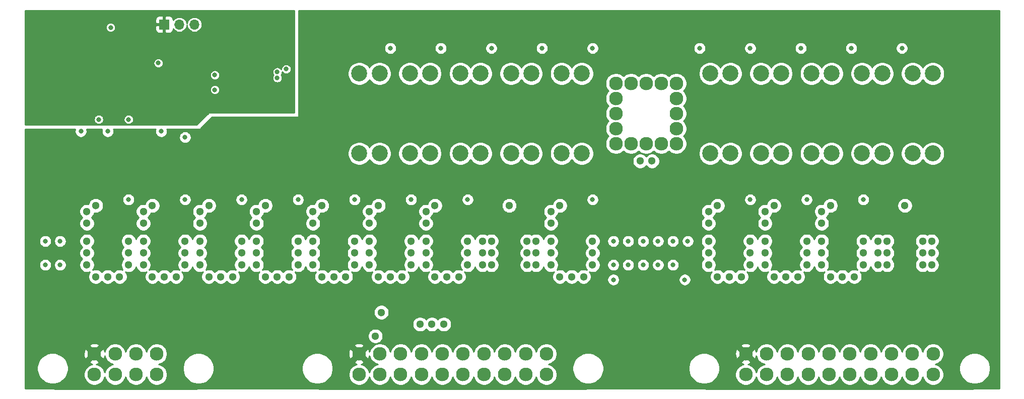
<source format=gbr>
G04 #@! TF.GenerationSoftware,KiCad,Pcbnew,(5.1.4-0-10_14)*
G04 #@! TF.CreationDate,2019-12-15T22:37:41+01:00*
G04 #@! TF.ProjectId,PowerUnit,506f7765-7255-46e6-9974-2e6b69636164,A*
G04 #@! TF.SameCoordinates,Original*
G04 #@! TF.FileFunction,Copper,L3,Inr*
G04 #@! TF.FilePolarity,Positive*
%FSLAX46Y46*%
G04 Gerber Fmt 4.6, Leading zero omitted, Abs format (unit mm)*
G04 Created by KiCad (PCBNEW (5.1.4-0-10_14)) date 2019-12-15 22:37:41*
%MOMM*%
%LPD*%
G04 APERTURE LIST*
%ADD10C,0.900000*%
%ADD11C,8.600000*%
%ADD12C,2.700000*%
%ADD13C,2.300000*%
%ADD14O,1.700000X1.700000*%
%ADD15R,1.700000X1.700000*%
%ADD16C,1.300000*%
%ADD17C,0.800000*%
%ADD18C,0.254000*%
G04 APERTURE END LIST*
D10*
X212280419Y-132719581D03*
X210000000Y-131775000D03*
X207719581Y-132719581D03*
X206775000Y-135000000D03*
X207719581Y-137280419D03*
X210000000Y-138225000D03*
X212280419Y-137280419D03*
X213225000Y-135000000D03*
D11*
X210000000Y-135000000D03*
D10*
X212280419Y-87719581D03*
X210000000Y-86775000D03*
X207719581Y-87719581D03*
X206775000Y-90000000D03*
X207719581Y-92280419D03*
X210000000Y-93225000D03*
X212280419Y-92280419D03*
X213225000Y-90000000D03*
D11*
X210000000Y-90000000D03*
D10*
X157280419Y-141219581D03*
X155000000Y-140275000D03*
X152719581Y-141219581D03*
X151775000Y-143500000D03*
X152719581Y-145780419D03*
X155000000Y-146725000D03*
X157280419Y-145780419D03*
X158225000Y-143500000D03*
D11*
X155000000Y-143500000D03*
D10*
X157280419Y-87719581D03*
X155000000Y-86775000D03*
X152719581Y-87719581D03*
X151775000Y-90000000D03*
X152719581Y-92280419D03*
X155000000Y-93225000D03*
X157280419Y-92280419D03*
X158225000Y-90000000D03*
D11*
X155000000Y-90000000D03*
D10*
X92280419Y-141219581D03*
X90000000Y-140275000D03*
X87719581Y-141219581D03*
X86775000Y-143500000D03*
X87719581Y-145780419D03*
X90000000Y-146725000D03*
X92280419Y-145780419D03*
X93225000Y-143500000D03*
D11*
X90000000Y-143500000D03*
D10*
X92280419Y-87719581D03*
X90000000Y-86775000D03*
X87719581Y-87719581D03*
X86775000Y-90000000D03*
X87719581Y-92280419D03*
X90000000Y-93225000D03*
X92280419Y-92280419D03*
X93225000Y-90000000D03*
D11*
X90000000Y-90000000D03*
D10*
X57280419Y-132719581D03*
X55000000Y-131775000D03*
X52719581Y-132719581D03*
X51775000Y-135000000D03*
X52719581Y-137280419D03*
X55000000Y-138225000D03*
X57280419Y-137280419D03*
X58225000Y-135000000D03*
D11*
X55000000Y-135000000D03*
D10*
X57280419Y-87719581D03*
X55000000Y-86775000D03*
X52719581Y-87719581D03*
X51775000Y-90000000D03*
X52719581Y-92280419D03*
X55000000Y-93225000D03*
X57280419Y-92280419D03*
X58225000Y-90000000D03*
D11*
X55000000Y-90000000D03*
D12*
X203200000Y-109730000D03*
X199800000Y-109730000D03*
X199800000Y-96270000D03*
X203200000Y-96270000D03*
X135700000Y-109730000D03*
X132300000Y-109730000D03*
X132300000Y-96270000D03*
X135700000Y-96270000D03*
D13*
X171750000Y-143490000D03*
X175250000Y-143490000D03*
X178750000Y-143490000D03*
X182250000Y-143490000D03*
X185750000Y-143490000D03*
X189250000Y-143490000D03*
X192750000Y-143490000D03*
X196250000Y-143490000D03*
X199750000Y-143490000D03*
X203250000Y-143490000D03*
X171750000Y-146990000D03*
X175250000Y-146990000D03*
X178750000Y-146990000D03*
X182250000Y-146990000D03*
X185750000Y-146990000D03*
X189250000Y-146990000D03*
X192750000Y-146990000D03*
X196250000Y-146990000D03*
X199750000Y-146990000D03*
X203250000Y-146990000D03*
X149920000Y-100460000D03*
X149920000Y-103000000D03*
X149920000Y-105540000D03*
X149920000Y-108080000D03*
X152460000Y-108080000D03*
X155000000Y-108080000D03*
X157540000Y-108080000D03*
X160080000Y-108080000D03*
X160080000Y-105540000D03*
X160080000Y-103000000D03*
X160080000Y-100460000D03*
X160080000Y-97920000D03*
X157540000Y-97920000D03*
X155000000Y-97920000D03*
X152460000Y-97920000D03*
X149920000Y-97920000D03*
X62250000Y-143490000D03*
X65750000Y-143490000D03*
X69250000Y-143490000D03*
X72750000Y-143490000D03*
X62250000Y-146990000D03*
X65750000Y-146990000D03*
X69250000Y-146990000D03*
X72750000Y-146990000D03*
D12*
X144200000Y-109730000D03*
X140800000Y-109730000D03*
X140800000Y-96270000D03*
X144200000Y-96270000D03*
X118700000Y-109730000D03*
X115300000Y-109730000D03*
X115300000Y-96270000D03*
X118700000Y-96270000D03*
X127200000Y-109730000D03*
X123800000Y-109730000D03*
X123800000Y-96270000D03*
X127200000Y-96270000D03*
X169200000Y-109730000D03*
X165800000Y-109730000D03*
X165800000Y-96270000D03*
X169200000Y-96270000D03*
X110200000Y-109730000D03*
X106800000Y-109730000D03*
X106800000Y-96270000D03*
X110200000Y-96270000D03*
X186200000Y-109730000D03*
X182800000Y-109730000D03*
X182800000Y-96270000D03*
X186200000Y-96270000D03*
X177700000Y-109730000D03*
X174300000Y-109730000D03*
X174300000Y-96270000D03*
X177700000Y-96270000D03*
X194700000Y-109730000D03*
X191300000Y-109730000D03*
X191300000Y-96270000D03*
X194700000Y-96270000D03*
D13*
X106750000Y-143490000D03*
X110250000Y-143490000D03*
X113750000Y-143490000D03*
X117250000Y-143490000D03*
X120750000Y-143490000D03*
X124250000Y-143490000D03*
X127750000Y-143490000D03*
X131250000Y-143490000D03*
X134750000Y-143490000D03*
X138250000Y-143490000D03*
X106750000Y-146990000D03*
X110250000Y-146990000D03*
X113750000Y-146990000D03*
X117250000Y-146990000D03*
X120750000Y-146990000D03*
X124250000Y-146990000D03*
X127750000Y-146990000D03*
X131250000Y-146990000D03*
X134750000Y-146990000D03*
X138250000Y-146990000D03*
D14*
X79080000Y-88000000D03*
X76540000Y-88000000D03*
D15*
X74000000Y-88000000D03*
D16*
X192000000Y-132500000D03*
X192000000Y-134500000D03*
X133000000Y-126500000D03*
X131000000Y-126500000D03*
X125500000Y-134500000D03*
X116000000Y-132500000D03*
X116000000Y-134500000D03*
X125500000Y-132500000D03*
X106500000Y-134500000D03*
X97000000Y-132500000D03*
X97000000Y-134500000D03*
X87500000Y-132500000D03*
X87500000Y-134500000D03*
X78000000Y-132500000D03*
X78000000Y-134500000D03*
X68500000Y-132500000D03*
X68500000Y-134500000D03*
X174500000Y-132500000D03*
X174500000Y-134500000D03*
X165000000Y-132500000D03*
X165000000Y-134500000D03*
X197500000Y-126500000D03*
X199500000Y-126500000D03*
X106500000Y-132500000D03*
X156000000Y-119000000D03*
X154000000Y-119000000D03*
D17*
X169500000Y-87500000D03*
X178000000Y-87500000D03*
X186500000Y-87500000D03*
X195000000Y-87500000D03*
X203500000Y-87500000D03*
X106500000Y-87500000D03*
X115000000Y-87500000D03*
X123500000Y-87500000D03*
X132000000Y-87500000D03*
X140500000Y-87500000D03*
D16*
X146500000Y-132500000D03*
X146500000Y-134500000D03*
D17*
X162000000Y-120500000D03*
X159500000Y-120500000D03*
X157000000Y-120500000D03*
X56500000Y-120500000D03*
X54000000Y-120500000D03*
X154500000Y-120500000D03*
X152000000Y-120500000D03*
X149500000Y-120500000D03*
D16*
X97500000Y-94500000D03*
X99500000Y-94500000D03*
D17*
X89000000Y-96500000D03*
X87500000Y-96500000D03*
X87500000Y-101500000D03*
X89000000Y-101500000D03*
X93000000Y-99000000D03*
X86500000Y-96500000D03*
X82500000Y-101500000D03*
X60000000Y-95000000D03*
X71000000Y-87000000D03*
X73000000Y-90500000D03*
X69500000Y-103450000D03*
X74500000Y-103450000D03*
X65000000Y-92500000D03*
X65000000Y-95000000D03*
X78000000Y-100000000D03*
X73000000Y-100000000D03*
X67500000Y-100500000D03*
X62500000Y-100500000D03*
X82500000Y-96500000D03*
X94500000Y-95500000D03*
X93000000Y-96000000D03*
X93000000Y-97000000D03*
X82500000Y-99000000D03*
X65000000Y-88500000D03*
X63000000Y-104000000D03*
X68000000Y-104000000D03*
X182000000Y-117500000D03*
X159500000Y-124500000D03*
X146000000Y-117500000D03*
X149500000Y-124500000D03*
X68000000Y-117500000D03*
X56500000Y-124500000D03*
X172500000Y-117500000D03*
X162000000Y-124500000D03*
X129000000Y-92000000D03*
D16*
X118000000Y-121500000D03*
X118000000Y-119500000D03*
X119500000Y-118500000D03*
X110000000Y-118500000D03*
X108500000Y-119500000D03*
X108500000Y-121500000D03*
X99000000Y-121500000D03*
X99000000Y-119500000D03*
X100500000Y-118500000D03*
X91000000Y-118500000D03*
X89500000Y-119500000D03*
X89500000Y-121500000D03*
D17*
X191500000Y-117500000D03*
X157000000Y-124500000D03*
X87000000Y-117500000D03*
X54000000Y-124500000D03*
X125000000Y-117500000D03*
X152000000Y-124500000D03*
X96500000Y-117500000D03*
X77500000Y-117500000D03*
X154500000Y-124500000D03*
X120500000Y-92000000D03*
D16*
X72000000Y-118500000D03*
X70500000Y-119500000D03*
X70500000Y-121500000D03*
X61000000Y-121500000D03*
X61000000Y-119500000D03*
X62500000Y-118500000D03*
D17*
X146000000Y-92000000D03*
D16*
X135000000Y-124500000D03*
X136500000Y-124500000D03*
X136500000Y-126500000D03*
X135000000Y-126500000D03*
X135000000Y-128500000D03*
X136500000Y-128500000D03*
X140500000Y-118500000D03*
X139000000Y-119500000D03*
X139000000Y-121500000D03*
X165500000Y-121500000D03*
X165500000Y-119500000D03*
X167000000Y-118500000D03*
D17*
X164000000Y-92000000D03*
D16*
X154000000Y-111000000D03*
X156000000Y-111000000D03*
D17*
X172500000Y-92000000D03*
D16*
X176500000Y-118500000D03*
X175000000Y-119500000D03*
X175000000Y-121500000D03*
D17*
X181000000Y-92000000D03*
D16*
X186000000Y-118500000D03*
X184500000Y-119500000D03*
X184500000Y-121500000D03*
D17*
X112000000Y-92000000D03*
D16*
X80000000Y-121500000D03*
X80000000Y-119500000D03*
X81500000Y-118500000D03*
D17*
X106000000Y-117500000D03*
X77500000Y-106999988D03*
D16*
X99000000Y-124500000D03*
X99000000Y-126500000D03*
X99000000Y-128500000D03*
X102500000Y-130500000D03*
X100500000Y-130500000D03*
X104500000Y-130500000D03*
X106000000Y-128500000D03*
X106000000Y-126500000D03*
X106000000Y-124500000D03*
X109500000Y-140500000D03*
X175000000Y-124500000D03*
X175000000Y-126500000D03*
X175000000Y-128500000D03*
X182000000Y-128500000D03*
X182000000Y-126500000D03*
X182000000Y-124500000D03*
X178500000Y-130500000D03*
X176500000Y-130500000D03*
X180500000Y-130500000D03*
X139000000Y-124500000D03*
X139000000Y-126500000D03*
X139000000Y-128500000D03*
X142500000Y-130500000D03*
X140500000Y-130500000D03*
X144500000Y-130500000D03*
X146000000Y-128500000D03*
X146000000Y-126500000D03*
X146000000Y-124500000D03*
X68000000Y-124500000D03*
X68000000Y-126500000D03*
X68000000Y-128500000D03*
X64500000Y-130500000D03*
X66500000Y-130500000D03*
X62500000Y-130500000D03*
X61000000Y-128500000D03*
X61000000Y-126500000D03*
X61000000Y-124500000D03*
X96500000Y-124500000D03*
X96500000Y-126500000D03*
X96500000Y-128500000D03*
X89500000Y-128500000D03*
X89500000Y-126500000D03*
X89500000Y-124500000D03*
X93000000Y-130500000D03*
X95000000Y-130500000D03*
X91000000Y-130500000D03*
X165500000Y-124500000D03*
X165500000Y-126500000D03*
X165500000Y-128500000D03*
X169000000Y-130500000D03*
X171000000Y-130500000D03*
X167000000Y-130500000D03*
X172500000Y-128500000D03*
X172500000Y-126500000D03*
X172500000Y-124500000D03*
D17*
X115500000Y-117500000D03*
X73500000Y-106000000D03*
D16*
X108500000Y-124500000D03*
X108500000Y-126500000D03*
X108500000Y-128500000D03*
X112000000Y-130500000D03*
X110000000Y-130500000D03*
X114000000Y-130500000D03*
X115500000Y-128500000D03*
X115500000Y-126500000D03*
X115500000Y-124500000D03*
X110500000Y-136500000D03*
X184500000Y-124500000D03*
X184500000Y-126500000D03*
X184500000Y-128500000D03*
X191500000Y-124500000D03*
X191500000Y-126500000D03*
X191500000Y-128500000D03*
X188000000Y-130500000D03*
X190000000Y-130500000D03*
X186000000Y-130500000D03*
X87000000Y-124500000D03*
X87000000Y-126500000D03*
X87000000Y-128500000D03*
X83500000Y-130500000D03*
X85500000Y-130500000D03*
X81500000Y-130500000D03*
X80000000Y-128500000D03*
X80000000Y-126500000D03*
X80000000Y-124500000D03*
X125000000Y-124500000D03*
X125000000Y-126500000D03*
X125000000Y-128500000D03*
X118000000Y-124500000D03*
X118000000Y-126500000D03*
X118000000Y-128500000D03*
X121500000Y-130500000D03*
X123500000Y-130500000D03*
X119500000Y-130500000D03*
X117000000Y-138500000D03*
X119000000Y-138500000D03*
X121000000Y-138500000D03*
X77500000Y-124500000D03*
X77500000Y-126500000D03*
X77500000Y-128500000D03*
X74000000Y-130500000D03*
X76000000Y-130500000D03*
X72000000Y-130500000D03*
X70500000Y-128500000D03*
X70500000Y-126500000D03*
X70500000Y-124500000D03*
D17*
X60000010Y-106000000D03*
X64500000Y-106000000D03*
X73000000Y-94500000D03*
X189500000Y-92000000D03*
D16*
X194000000Y-124500000D03*
X195500000Y-124500000D03*
X194000000Y-126500000D03*
X195500000Y-126500000D03*
X195500000Y-128500000D03*
X194000000Y-128500000D03*
D17*
X161500000Y-131000000D03*
X149500000Y-131000000D03*
X154500000Y-128500000D03*
X159500000Y-128500000D03*
X149500000Y-128500000D03*
X56500000Y-128500000D03*
X54000000Y-128500000D03*
X152000000Y-128500000D03*
X157000000Y-128500000D03*
X137500000Y-92000000D03*
D16*
X127500000Y-124500000D03*
X129000000Y-124500000D03*
X127500000Y-126500000D03*
X129000000Y-126500000D03*
X127500000Y-128500000D03*
X129000000Y-128500000D03*
X132000000Y-118500000D03*
D17*
X198000000Y-92000000D03*
D16*
X201500000Y-124500000D03*
X203000000Y-124500000D03*
X203000000Y-126500000D03*
X201500000Y-126500000D03*
X201500000Y-128500000D03*
X203000000Y-128500000D03*
X198500000Y-118500000D03*
D18*
G36*
X214340000Y-149340000D02*
G01*
X210142419Y-149340000D01*
X210110000Y-149336807D01*
X210077581Y-149340000D01*
X209980617Y-149349550D01*
X209903314Y-149373000D01*
X165096686Y-149373000D01*
X165019383Y-149349550D01*
X164922419Y-149340000D01*
X164890000Y-149336807D01*
X164857581Y-149340000D01*
X145142419Y-149340000D01*
X145110000Y-149336807D01*
X145077581Y-149340000D01*
X144980617Y-149349550D01*
X144903314Y-149373000D01*
X100096686Y-149373000D01*
X100019383Y-149349550D01*
X99922419Y-149340000D01*
X99890000Y-149336807D01*
X99857581Y-149340000D01*
X79642419Y-149340000D01*
X79610000Y-149336807D01*
X79577581Y-149340000D01*
X79480617Y-149349550D01*
X79403314Y-149373000D01*
X55596686Y-149373000D01*
X55519383Y-149349550D01*
X55422419Y-149340000D01*
X55390000Y-149336807D01*
X55357581Y-149340000D01*
X50660000Y-149340000D01*
X50660000Y-145690475D01*
X52615000Y-145690475D01*
X52615000Y-146209525D01*
X52716261Y-146718601D01*
X52914893Y-147198141D01*
X53203262Y-147629715D01*
X53570285Y-147996738D01*
X54001859Y-148285107D01*
X54481399Y-148483739D01*
X54990475Y-148585000D01*
X55509525Y-148585000D01*
X56018601Y-148483739D01*
X56498141Y-148285107D01*
X56929715Y-147996738D01*
X57296738Y-147629715D01*
X57585107Y-147198141D01*
X57744143Y-146814193D01*
X60465000Y-146814193D01*
X60465000Y-147165807D01*
X60533596Y-147510665D01*
X60668153Y-147835515D01*
X60863500Y-148127871D01*
X61112129Y-148376500D01*
X61404485Y-148571847D01*
X61729335Y-148706404D01*
X62074193Y-148775000D01*
X62425807Y-148775000D01*
X62770665Y-148706404D01*
X63095515Y-148571847D01*
X63387871Y-148376500D01*
X63636500Y-148127871D01*
X63831847Y-147835515D01*
X63966404Y-147510665D01*
X64000000Y-147341765D01*
X64033596Y-147510665D01*
X64168153Y-147835515D01*
X64363500Y-148127871D01*
X64612129Y-148376500D01*
X64904485Y-148571847D01*
X65229335Y-148706404D01*
X65574193Y-148775000D01*
X65925807Y-148775000D01*
X66270665Y-148706404D01*
X66595515Y-148571847D01*
X66887871Y-148376500D01*
X67136500Y-148127871D01*
X67331847Y-147835515D01*
X67466404Y-147510665D01*
X67500000Y-147341765D01*
X67533596Y-147510665D01*
X67668153Y-147835515D01*
X67863500Y-148127871D01*
X68112129Y-148376500D01*
X68404485Y-148571847D01*
X68729335Y-148706404D01*
X69074193Y-148775000D01*
X69425807Y-148775000D01*
X69770665Y-148706404D01*
X70095515Y-148571847D01*
X70387871Y-148376500D01*
X70636500Y-148127871D01*
X70831847Y-147835515D01*
X70966404Y-147510665D01*
X71000000Y-147341765D01*
X71033596Y-147510665D01*
X71168153Y-147835515D01*
X71363500Y-148127871D01*
X71612129Y-148376500D01*
X71904485Y-148571847D01*
X72229335Y-148706404D01*
X72574193Y-148775000D01*
X72925807Y-148775000D01*
X73270665Y-148706404D01*
X73595515Y-148571847D01*
X73887871Y-148376500D01*
X74136500Y-148127871D01*
X74331847Y-147835515D01*
X74466404Y-147510665D01*
X74535000Y-147165807D01*
X74535000Y-146814193D01*
X74466404Y-146469335D01*
X74331847Y-146144485D01*
X74136500Y-145852129D01*
X73974846Y-145690475D01*
X77115000Y-145690475D01*
X77115000Y-146209525D01*
X77216261Y-146718601D01*
X77414893Y-147198141D01*
X77703262Y-147629715D01*
X78070285Y-147996738D01*
X78501859Y-148285107D01*
X78981399Y-148483739D01*
X79490475Y-148585000D01*
X80009525Y-148585000D01*
X80518601Y-148483739D01*
X80998141Y-148285107D01*
X81429715Y-147996738D01*
X81796738Y-147629715D01*
X82085107Y-147198141D01*
X82283739Y-146718601D01*
X82385000Y-146209525D01*
X82385000Y-145690475D01*
X97115000Y-145690475D01*
X97115000Y-146209525D01*
X97216261Y-146718601D01*
X97414893Y-147198141D01*
X97703262Y-147629715D01*
X98070285Y-147996738D01*
X98501859Y-148285107D01*
X98981399Y-148483739D01*
X99490475Y-148585000D01*
X100009525Y-148585000D01*
X100518601Y-148483739D01*
X100998141Y-148285107D01*
X101429715Y-147996738D01*
X101796738Y-147629715D01*
X102085107Y-147198141D01*
X102244143Y-146814193D01*
X104965000Y-146814193D01*
X104965000Y-147165807D01*
X105033596Y-147510665D01*
X105168153Y-147835515D01*
X105363500Y-148127871D01*
X105612129Y-148376500D01*
X105904485Y-148571847D01*
X106229335Y-148706404D01*
X106574193Y-148775000D01*
X106925807Y-148775000D01*
X107270665Y-148706404D01*
X107595515Y-148571847D01*
X107887871Y-148376500D01*
X108136500Y-148127871D01*
X108331847Y-147835515D01*
X108466404Y-147510665D01*
X108500000Y-147341765D01*
X108533596Y-147510665D01*
X108668153Y-147835515D01*
X108863500Y-148127871D01*
X109112129Y-148376500D01*
X109404485Y-148571847D01*
X109729335Y-148706404D01*
X110074193Y-148775000D01*
X110425807Y-148775000D01*
X110770665Y-148706404D01*
X111095515Y-148571847D01*
X111387871Y-148376500D01*
X111636500Y-148127871D01*
X111831847Y-147835515D01*
X111966404Y-147510665D01*
X112000000Y-147341765D01*
X112033596Y-147510665D01*
X112168153Y-147835515D01*
X112363500Y-148127871D01*
X112612129Y-148376500D01*
X112904485Y-148571847D01*
X113229335Y-148706404D01*
X113574193Y-148775000D01*
X113925807Y-148775000D01*
X114270665Y-148706404D01*
X114595515Y-148571847D01*
X114887871Y-148376500D01*
X115136500Y-148127871D01*
X115331847Y-147835515D01*
X115466404Y-147510665D01*
X115500000Y-147341765D01*
X115533596Y-147510665D01*
X115668153Y-147835515D01*
X115863500Y-148127871D01*
X116112129Y-148376500D01*
X116404485Y-148571847D01*
X116729335Y-148706404D01*
X117074193Y-148775000D01*
X117425807Y-148775000D01*
X117770665Y-148706404D01*
X118095515Y-148571847D01*
X118387871Y-148376500D01*
X118636500Y-148127871D01*
X118831847Y-147835515D01*
X118966404Y-147510665D01*
X119000000Y-147341765D01*
X119033596Y-147510665D01*
X119168153Y-147835515D01*
X119363500Y-148127871D01*
X119612129Y-148376500D01*
X119904485Y-148571847D01*
X120229335Y-148706404D01*
X120574193Y-148775000D01*
X120925807Y-148775000D01*
X121270665Y-148706404D01*
X121595515Y-148571847D01*
X121887871Y-148376500D01*
X122136500Y-148127871D01*
X122331847Y-147835515D01*
X122466404Y-147510665D01*
X122500000Y-147341765D01*
X122533596Y-147510665D01*
X122668153Y-147835515D01*
X122863500Y-148127871D01*
X123112129Y-148376500D01*
X123404485Y-148571847D01*
X123729335Y-148706404D01*
X124074193Y-148775000D01*
X124425807Y-148775000D01*
X124770665Y-148706404D01*
X125095515Y-148571847D01*
X125387871Y-148376500D01*
X125636500Y-148127871D01*
X125831847Y-147835515D01*
X125966404Y-147510665D01*
X126000000Y-147341765D01*
X126033596Y-147510665D01*
X126168153Y-147835515D01*
X126363500Y-148127871D01*
X126612129Y-148376500D01*
X126904485Y-148571847D01*
X127229335Y-148706404D01*
X127574193Y-148775000D01*
X127925807Y-148775000D01*
X128270665Y-148706404D01*
X128595515Y-148571847D01*
X128887871Y-148376500D01*
X129136500Y-148127871D01*
X129331847Y-147835515D01*
X129466404Y-147510665D01*
X129500000Y-147341765D01*
X129533596Y-147510665D01*
X129668153Y-147835515D01*
X129863500Y-148127871D01*
X130112129Y-148376500D01*
X130404485Y-148571847D01*
X130729335Y-148706404D01*
X131074193Y-148775000D01*
X131425807Y-148775000D01*
X131770665Y-148706404D01*
X132095515Y-148571847D01*
X132387871Y-148376500D01*
X132636500Y-148127871D01*
X132831847Y-147835515D01*
X132966404Y-147510665D01*
X133000000Y-147341765D01*
X133033596Y-147510665D01*
X133168153Y-147835515D01*
X133363500Y-148127871D01*
X133612129Y-148376500D01*
X133904485Y-148571847D01*
X134229335Y-148706404D01*
X134574193Y-148775000D01*
X134925807Y-148775000D01*
X135270665Y-148706404D01*
X135595515Y-148571847D01*
X135887871Y-148376500D01*
X136136500Y-148127871D01*
X136331847Y-147835515D01*
X136466404Y-147510665D01*
X136500000Y-147341765D01*
X136533596Y-147510665D01*
X136668153Y-147835515D01*
X136863500Y-148127871D01*
X137112129Y-148376500D01*
X137404485Y-148571847D01*
X137729335Y-148706404D01*
X138074193Y-148775000D01*
X138425807Y-148775000D01*
X138770665Y-148706404D01*
X139095515Y-148571847D01*
X139387871Y-148376500D01*
X139636500Y-148127871D01*
X139831847Y-147835515D01*
X139966404Y-147510665D01*
X140035000Y-147165807D01*
X140035000Y-146814193D01*
X139966404Y-146469335D01*
X139831847Y-146144485D01*
X139636500Y-145852129D01*
X139474846Y-145690475D01*
X142615000Y-145690475D01*
X142615000Y-146209525D01*
X142716261Y-146718601D01*
X142914893Y-147198141D01*
X143203262Y-147629715D01*
X143570285Y-147996738D01*
X144001859Y-148285107D01*
X144481399Y-148483739D01*
X144990475Y-148585000D01*
X145509525Y-148585000D01*
X146018601Y-148483739D01*
X146498141Y-148285107D01*
X146929715Y-147996738D01*
X147296738Y-147629715D01*
X147585107Y-147198141D01*
X147783739Y-146718601D01*
X147885000Y-146209525D01*
X147885000Y-145690475D01*
X162115000Y-145690475D01*
X162115000Y-146209525D01*
X162216261Y-146718601D01*
X162414893Y-147198141D01*
X162703262Y-147629715D01*
X163070285Y-147996738D01*
X163501859Y-148285107D01*
X163981399Y-148483739D01*
X164490475Y-148585000D01*
X165009525Y-148585000D01*
X165518601Y-148483739D01*
X165998141Y-148285107D01*
X166429715Y-147996738D01*
X166796738Y-147629715D01*
X167085107Y-147198141D01*
X167244143Y-146814193D01*
X169965000Y-146814193D01*
X169965000Y-147165807D01*
X170033596Y-147510665D01*
X170168153Y-147835515D01*
X170363500Y-148127871D01*
X170612129Y-148376500D01*
X170904485Y-148571847D01*
X171229335Y-148706404D01*
X171574193Y-148775000D01*
X171925807Y-148775000D01*
X172270665Y-148706404D01*
X172595515Y-148571847D01*
X172887871Y-148376500D01*
X173136500Y-148127871D01*
X173331847Y-147835515D01*
X173466404Y-147510665D01*
X173500000Y-147341765D01*
X173533596Y-147510665D01*
X173668153Y-147835515D01*
X173863500Y-148127871D01*
X174112129Y-148376500D01*
X174404485Y-148571847D01*
X174729335Y-148706404D01*
X175074193Y-148775000D01*
X175425807Y-148775000D01*
X175770665Y-148706404D01*
X176095515Y-148571847D01*
X176387871Y-148376500D01*
X176636500Y-148127871D01*
X176831847Y-147835515D01*
X176966404Y-147510665D01*
X177000000Y-147341765D01*
X177033596Y-147510665D01*
X177168153Y-147835515D01*
X177363500Y-148127871D01*
X177612129Y-148376500D01*
X177904485Y-148571847D01*
X178229335Y-148706404D01*
X178574193Y-148775000D01*
X178925807Y-148775000D01*
X179270665Y-148706404D01*
X179595515Y-148571847D01*
X179887871Y-148376500D01*
X180136500Y-148127871D01*
X180331847Y-147835515D01*
X180466404Y-147510665D01*
X180500000Y-147341765D01*
X180533596Y-147510665D01*
X180668153Y-147835515D01*
X180863500Y-148127871D01*
X181112129Y-148376500D01*
X181404485Y-148571847D01*
X181729335Y-148706404D01*
X182074193Y-148775000D01*
X182425807Y-148775000D01*
X182770665Y-148706404D01*
X183095515Y-148571847D01*
X183387871Y-148376500D01*
X183636500Y-148127871D01*
X183831847Y-147835515D01*
X183966404Y-147510665D01*
X184000000Y-147341765D01*
X184033596Y-147510665D01*
X184168153Y-147835515D01*
X184363500Y-148127871D01*
X184612129Y-148376500D01*
X184904485Y-148571847D01*
X185229335Y-148706404D01*
X185574193Y-148775000D01*
X185925807Y-148775000D01*
X186270665Y-148706404D01*
X186595515Y-148571847D01*
X186887871Y-148376500D01*
X187136500Y-148127871D01*
X187331847Y-147835515D01*
X187466404Y-147510665D01*
X187500000Y-147341765D01*
X187533596Y-147510665D01*
X187668153Y-147835515D01*
X187863500Y-148127871D01*
X188112129Y-148376500D01*
X188404485Y-148571847D01*
X188729335Y-148706404D01*
X189074193Y-148775000D01*
X189425807Y-148775000D01*
X189770665Y-148706404D01*
X190095515Y-148571847D01*
X190387871Y-148376500D01*
X190636500Y-148127871D01*
X190831847Y-147835515D01*
X190966404Y-147510665D01*
X191000000Y-147341765D01*
X191033596Y-147510665D01*
X191168153Y-147835515D01*
X191363500Y-148127871D01*
X191612129Y-148376500D01*
X191904485Y-148571847D01*
X192229335Y-148706404D01*
X192574193Y-148775000D01*
X192925807Y-148775000D01*
X193270665Y-148706404D01*
X193595515Y-148571847D01*
X193887871Y-148376500D01*
X194136500Y-148127871D01*
X194331847Y-147835515D01*
X194466404Y-147510665D01*
X194500000Y-147341765D01*
X194533596Y-147510665D01*
X194668153Y-147835515D01*
X194863500Y-148127871D01*
X195112129Y-148376500D01*
X195404485Y-148571847D01*
X195729335Y-148706404D01*
X196074193Y-148775000D01*
X196425807Y-148775000D01*
X196770665Y-148706404D01*
X197095515Y-148571847D01*
X197387871Y-148376500D01*
X197636500Y-148127871D01*
X197831847Y-147835515D01*
X197966404Y-147510665D01*
X198000000Y-147341765D01*
X198033596Y-147510665D01*
X198168153Y-147835515D01*
X198363500Y-148127871D01*
X198612129Y-148376500D01*
X198904485Y-148571847D01*
X199229335Y-148706404D01*
X199574193Y-148775000D01*
X199925807Y-148775000D01*
X200270665Y-148706404D01*
X200595515Y-148571847D01*
X200887871Y-148376500D01*
X201136500Y-148127871D01*
X201331847Y-147835515D01*
X201466404Y-147510665D01*
X201500000Y-147341765D01*
X201533596Y-147510665D01*
X201668153Y-147835515D01*
X201863500Y-148127871D01*
X202112129Y-148376500D01*
X202404485Y-148571847D01*
X202729335Y-148706404D01*
X203074193Y-148775000D01*
X203425807Y-148775000D01*
X203770665Y-148706404D01*
X204095515Y-148571847D01*
X204387871Y-148376500D01*
X204636500Y-148127871D01*
X204831847Y-147835515D01*
X204966404Y-147510665D01*
X205035000Y-147165807D01*
X205035000Y-146814193D01*
X204966404Y-146469335D01*
X204831847Y-146144485D01*
X204636500Y-145852129D01*
X204474846Y-145690475D01*
X207615000Y-145690475D01*
X207615000Y-146209525D01*
X207716261Y-146718601D01*
X207914893Y-147198141D01*
X208203262Y-147629715D01*
X208570285Y-147996738D01*
X209001859Y-148285107D01*
X209481399Y-148483739D01*
X209990475Y-148585000D01*
X210509525Y-148585000D01*
X211018601Y-148483739D01*
X211498141Y-148285107D01*
X211929715Y-147996738D01*
X212296738Y-147629715D01*
X212585107Y-147198141D01*
X212783739Y-146718601D01*
X212885000Y-146209525D01*
X212885000Y-145690475D01*
X212783739Y-145181399D01*
X212585107Y-144701859D01*
X212296738Y-144270285D01*
X211929715Y-143903262D01*
X211498141Y-143614893D01*
X211018601Y-143416261D01*
X210509525Y-143315000D01*
X209990475Y-143315000D01*
X209481399Y-143416261D01*
X209001859Y-143614893D01*
X208570285Y-143903262D01*
X208203262Y-144270285D01*
X207914893Y-144701859D01*
X207716261Y-145181399D01*
X207615000Y-145690475D01*
X204474846Y-145690475D01*
X204387871Y-145603500D01*
X204095515Y-145408153D01*
X203770665Y-145273596D01*
X203601765Y-145240000D01*
X203770665Y-145206404D01*
X204095515Y-145071847D01*
X204387871Y-144876500D01*
X204636500Y-144627871D01*
X204831847Y-144335515D01*
X204966404Y-144010665D01*
X205035000Y-143665807D01*
X205035000Y-143314193D01*
X204966404Y-142969335D01*
X204831847Y-142644485D01*
X204636500Y-142352129D01*
X204387871Y-142103500D01*
X204095515Y-141908153D01*
X203770665Y-141773596D01*
X203425807Y-141705000D01*
X203074193Y-141705000D01*
X202729335Y-141773596D01*
X202404485Y-141908153D01*
X202112129Y-142103500D01*
X201863500Y-142352129D01*
X201668153Y-142644485D01*
X201533596Y-142969335D01*
X201500000Y-143138235D01*
X201466404Y-142969335D01*
X201331847Y-142644485D01*
X201136500Y-142352129D01*
X200887871Y-142103500D01*
X200595515Y-141908153D01*
X200270665Y-141773596D01*
X199925807Y-141705000D01*
X199574193Y-141705000D01*
X199229335Y-141773596D01*
X198904485Y-141908153D01*
X198612129Y-142103500D01*
X198363500Y-142352129D01*
X198168153Y-142644485D01*
X198033596Y-142969335D01*
X198000000Y-143138235D01*
X197966404Y-142969335D01*
X197831847Y-142644485D01*
X197636500Y-142352129D01*
X197387871Y-142103500D01*
X197095515Y-141908153D01*
X196770665Y-141773596D01*
X196425807Y-141705000D01*
X196074193Y-141705000D01*
X195729335Y-141773596D01*
X195404485Y-141908153D01*
X195112129Y-142103500D01*
X194863500Y-142352129D01*
X194668153Y-142644485D01*
X194533596Y-142969335D01*
X194500000Y-143138235D01*
X194466404Y-142969335D01*
X194331847Y-142644485D01*
X194136500Y-142352129D01*
X193887871Y-142103500D01*
X193595515Y-141908153D01*
X193270665Y-141773596D01*
X192925807Y-141705000D01*
X192574193Y-141705000D01*
X192229335Y-141773596D01*
X191904485Y-141908153D01*
X191612129Y-142103500D01*
X191363500Y-142352129D01*
X191168153Y-142644485D01*
X191033596Y-142969335D01*
X191000000Y-143138235D01*
X190966404Y-142969335D01*
X190831847Y-142644485D01*
X190636500Y-142352129D01*
X190387871Y-142103500D01*
X190095515Y-141908153D01*
X189770665Y-141773596D01*
X189425807Y-141705000D01*
X189074193Y-141705000D01*
X188729335Y-141773596D01*
X188404485Y-141908153D01*
X188112129Y-142103500D01*
X187863500Y-142352129D01*
X187668153Y-142644485D01*
X187533596Y-142969335D01*
X187500000Y-143138235D01*
X187466404Y-142969335D01*
X187331847Y-142644485D01*
X187136500Y-142352129D01*
X186887871Y-142103500D01*
X186595515Y-141908153D01*
X186270665Y-141773596D01*
X185925807Y-141705000D01*
X185574193Y-141705000D01*
X185229335Y-141773596D01*
X184904485Y-141908153D01*
X184612129Y-142103500D01*
X184363500Y-142352129D01*
X184168153Y-142644485D01*
X184033596Y-142969335D01*
X184000000Y-143138235D01*
X183966404Y-142969335D01*
X183831847Y-142644485D01*
X183636500Y-142352129D01*
X183387871Y-142103500D01*
X183095515Y-141908153D01*
X182770665Y-141773596D01*
X182425807Y-141705000D01*
X182074193Y-141705000D01*
X181729335Y-141773596D01*
X181404485Y-141908153D01*
X181112129Y-142103500D01*
X180863500Y-142352129D01*
X180668153Y-142644485D01*
X180533596Y-142969335D01*
X180500000Y-143138235D01*
X180466404Y-142969335D01*
X180331847Y-142644485D01*
X180136500Y-142352129D01*
X179887871Y-142103500D01*
X179595515Y-141908153D01*
X179270665Y-141773596D01*
X178925807Y-141705000D01*
X178574193Y-141705000D01*
X178229335Y-141773596D01*
X177904485Y-141908153D01*
X177612129Y-142103500D01*
X177363500Y-142352129D01*
X177168153Y-142644485D01*
X177033596Y-142969335D01*
X177000000Y-143138235D01*
X176966404Y-142969335D01*
X176831847Y-142644485D01*
X176636500Y-142352129D01*
X176387871Y-142103500D01*
X176095515Y-141908153D01*
X175770665Y-141773596D01*
X175425807Y-141705000D01*
X175074193Y-141705000D01*
X174729335Y-141773596D01*
X174404485Y-141908153D01*
X174112129Y-142103500D01*
X173863500Y-142352129D01*
X173668153Y-142644485D01*
X173533596Y-142969335D01*
X173501902Y-143128672D01*
X173424474Y-142847141D01*
X173388603Y-142760539D01*
X173139301Y-142628201D01*
X172277502Y-143490000D01*
X173139301Y-144351799D01*
X173388603Y-144219461D01*
X173499428Y-143885770D01*
X173503026Y-143856977D01*
X173533596Y-144010665D01*
X173668153Y-144335515D01*
X173863500Y-144627871D01*
X174112129Y-144876500D01*
X174404485Y-145071847D01*
X174729335Y-145206404D01*
X174898235Y-145240000D01*
X174729335Y-145273596D01*
X174404485Y-145408153D01*
X174112129Y-145603500D01*
X173863500Y-145852129D01*
X173668153Y-146144485D01*
X173533596Y-146469335D01*
X173500000Y-146638235D01*
X173466404Y-146469335D01*
X173331847Y-146144485D01*
X173136500Y-145852129D01*
X172887871Y-145603500D01*
X172595515Y-145408153D01*
X172270665Y-145273596D01*
X172111328Y-145241902D01*
X172392859Y-145164474D01*
X172479461Y-145128603D01*
X172611799Y-144879301D01*
X171750000Y-144017502D01*
X170888201Y-144879301D01*
X171020539Y-145128603D01*
X171354230Y-145239428D01*
X171383023Y-145243026D01*
X171229335Y-145273596D01*
X170904485Y-145408153D01*
X170612129Y-145603500D01*
X170363500Y-145852129D01*
X170168153Y-146144485D01*
X170033596Y-146469335D01*
X169965000Y-146814193D01*
X167244143Y-146814193D01*
X167283739Y-146718601D01*
X167385000Y-146209525D01*
X167385000Y-145690475D01*
X167283739Y-145181399D01*
X167085107Y-144701859D01*
X166796738Y-144270285D01*
X166429715Y-143903262D01*
X165998141Y-143614893D01*
X165583471Y-143443131D01*
X169956976Y-143443131D01*
X169982285Y-143793833D01*
X170075526Y-144132859D01*
X170111397Y-144219461D01*
X170360699Y-144351799D01*
X171222498Y-143490000D01*
X170360699Y-142628201D01*
X170111397Y-142760539D01*
X170000572Y-143094230D01*
X169956976Y-143443131D01*
X165583471Y-143443131D01*
X165518601Y-143416261D01*
X165009525Y-143315000D01*
X164490475Y-143315000D01*
X163981399Y-143416261D01*
X163501859Y-143614893D01*
X163070285Y-143903262D01*
X162703262Y-144270285D01*
X162414893Y-144701859D01*
X162216261Y-145181399D01*
X162115000Y-145690475D01*
X147885000Y-145690475D01*
X147783739Y-145181399D01*
X147585107Y-144701859D01*
X147296738Y-144270285D01*
X146929715Y-143903262D01*
X146498141Y-143614893D01*
X146018601Y-143416261D01*
X145509525Y-143315000D01*
X144990475Y-143315000D01*
X144481399Y-143416261D01*
X144001859Y-143614893D01*
X143570285Y-143903262D01*
X143203262Y-144270285D01*
X142914893Y-144701859D01*
X142716261Y-145181399D01*
X142615000Y-145690475D01*
X139474846Y-145690475D01*
X139387871Y-145603500D01*
X139095515Y-145408153D01*
X138770665Y-145273596D01*
X138601765Y-145240000D01*
X138770665Y-145206404D01*
X139095515Y-145071847D01*
X139387871Y-144876500D01*
X139636500Y-144627871D01*
X139831847Y-144335515D01*
X139966404Y-144010665D01*
X140035000Y-143665807D01*
X140035000Y-143314193D01*
X139966404Y-142969335D01*
X139831847Y-142644485D01*
X139636500Y-142352129D01*
X139387871Y-142103500D01*
X139383680Y-142100699D01*
X170888201Y-142100699D01*
X171750000Y-142962498D01*
X172611799Y-142100699D01*
X172479461Y-141851397D01*
X172145770Y-141740572D01*
X171796869Y-141696976D01*
X171446167Y-141722285D01*
X171107141Y-141815526D01*
X171020539Y-141851397D01*
X170888201Y-142100699D01*
X139383680Y-142100699D01*
X139095515Y-141908153D01*
X138770665Y-141773596D01*
X138425807Y-141705000D01*
X138074193Y-141705000D01*
X137729335Y-141773596D01*
X137404485Y-141908153D01*
X137112129Y-142103500D01*
X136863500Y-142352129D01*
X136668153Y-142644485D01*
X136533596Y-142969335D01*
X136500000Y-143138235D01*
X136466404Y-142969335D01*
X136331847Y-142644485D01*
X136136500Y-142352129D01*
X135887871Y-142103500D01*
X135595515Y-141908153D01*
X135270665Y-141773596D01*
X134925807Y-141705000D01*
X134574193Y-141705000D01*
X134229335Y-141773596D01*
X133904485Y-141908153D01*
X133612129Y-142103500D01*
X133363500Y-142352129D01*
X133168153Y-142644485D01*
X133033596Y-142969335D01*
X133000000Y-143138235D01*
X132966404Y-142969335D01*
X132831847Y-142644485D01*
X132636500Y-142352129D01*
X132387871Y-142103500D01*
X132095515Y-141908153D01*
X131770665Y-141773596D01*
X131425807Y-141705000D01*
X131074193Y-141705000D01*
X130729335Y-141773596D01*
X130404485Y-141908153D01*
X130112129Y-142103500D01*
X129863500Y-142352129D01*
X129668153Y-142644485D01*
X129533596Y-142969335D01*
X129500000Y-143138235D01*
X129466404Y-142969335D01*
X129331847Y-142644485D01*
X129136500Y-142352129D01*
X128887871Y-142103500D01*
X128595515Y-141908153D01*
X128270665Y-141773596D01*
X127925807Y-141705000D01*
X127574193Y-141705000D01*
X127229335Y-141773596D01*
X126904485Y-141908153D01*
X126612129Y-142103500D01*
X126363500Y-142352129D01*
X126168153Y-142644485D01*
X126033596Y-142969335D01*
X126000000Y-143138235D01*
X125966404Y-142969335D01*
X125831847Y-142644485D01*
X125636500Y-142352129D01*
X125387871Y-142103500D01*
X125095515Y-141908153D01*
X124770665Y-141773596D01*
X124425807Y-141705000D01*
X124074193Y-141705000D01*
X123729335Y-141773596D01*
X123404485Y-141908153D01*
X123112129Y-142103500D01*
X122863500Y-142352129D01*
X122668153Y-142644485D01*
X122533596Y-142969335D01*
X122500000Y-143138235D01*
X122466404Y-142969335D01*
X122331847Y-142644485D01*
X122136500Y-142352129D01*
X121887871Y-142103500D01*
X121595515Y-141908153D01*
X121270665Y-141773596D01*
X120925807Y-141705000D01*
X120574193Y-141705000D01*
X120229335Y-141773596D01*
X119904485Y-141908153D01*
X119612129Y-142103500D01*
X119363500Y-142352129D01*
X119168153Y-142644485D01*
X119033596Y-142969335D01*
X119000000Y-143138235D01*
X118966404Y-142969335D01*
X118831847Y-142644485D01*
X118636500Y-142352129D01*
X118387871Y-142103500D01*
X118095515Y-141908153D01*
X117770665Y-141773596D01*
X117425807Y-141705000D01*
X117074193Y-141705000D01*
X116729335Y-141773596D01*
X116404485Y-141908153D01*
X116112129Y-142103500D01*
X115863500Y-142352129D01*
X115668153Y-142644485D01*
X115533596Y-142969335D01*
X115500000Y-143138235D01*
X115466404Y-142969335D01*
X115331847Y-142644485D01*
X115136500Y-142352129D01*
X114887871Y-142103500D01*
X114595515Y-141908153D01*
X114270665Y-141773596D01*
X113925807Y-141705000D01*
X113574193Y-141705000D01*
X113229335Y-141773596D01*
X112904485Y-141908153D01*
X112612129Y-142103500D01*
X112363500Y-142352129D01*
X112168153Y-142644485D01*
X112033596Y-142969335D01*
X112000000Y-143138235D01*
X111966404Y-142969335D01*
X111831847Y-142644485D01*
X111636500Y-142352129D01*
X111387871Y-142103500D01*
X111095515Y-141908153D01*
X110770665Y-141773596D01*
X110425807Y-141705000D01*
X110074193Y-141705000D01*
X109729335Y-141773596D01*
X109404485Y-141908153D01*
X109112129Y-142103500D01*
X108863500Y-142352129D01*
X108668153Y-142644485D01*
X108533596Y-142969335D01*
X108501902Y-143128672D01*
X108424474Y-142847141D01*
X108388603Y-142760539D01*
X108139301Y-142628201D01*
X107277502Y-143490000D01*
X108139301Y-144351799D01*
X108388603Y-144219461D01*
X108499428Y-143885770D01*
X108503026Y-143856977D01*
X108533596Y-144010665D01*
X108668153Y-144335515D01*
X108863500Y-144627871D01*
X109112129Y-144876500D01*
X109404485Y-145071847D01*
X109729335Y-145206404D01*
X109898235Y-145240000D01*
X109729335Y-145273596D01*
X109404485Y-145408153D01*
X109112129Y-145603500D01*
X108863500Y-145852129D01*
X108668153Y-146144485D01*
X108533596Y-146469335D01*
X108500000Y-146638235D01*
X108466404Y-146469335D01*
X108331847Y-146144485D01*
X108136500Y-145852129D01*
X107887871Y-145603500D01*
X107595515Y-145408153D01*
X107270665Y-145273596D01*
X107111328Y-145241902D01*
X107392859Y-145164474D01*
X107479461Y-145128603D01*
X107611799Y-144879301D01*
X106750000Y-144017502D01*
X105888201Y-144879301D01*
X106020539Y-145128603D01*
X106354230Y-145239428D01*
X106383023Y-145243026D01*
X106229335Y-145273596D01*
X105904485Y-145408153D01*
X105612129Y-145603500D01*
X105363500Y-145852129D01*
X105168153Y-146144485D01*
X105033596Y-146469335D01*
X104965000Y-146814193D01*
X102244143Y-146814193D01*
X102283739Y-146718601D01*
X102385000Y-146209525D01*
X102385000Y-145690475D01*
X102283739Y-145181399D01*
X102085107Y-144701859D01*
X101796738Y-144270285D01*
X101429715Y-143903262D01*
X100998141Y-143614893D01*
X100583471Y-143443131D01*
X104956976Y-143443131D01*
X104982285Y-143793833D01*
X105075526Y-144132859D01*
X105111397Y-144219461D01*
X105360699Y-144351799D01*
X106222498Y-143490000D01*
X105360699Y-142628201D01*
X105111397Y-142760539D01*
X105000572Y-143094230D01*
X104956976Y-143443131D01*
X100583471Y-143443131D01*
X100518601Y-143416261D01*
X100009525Y-143315000D01*
X99490475Y-143315000D01*
X98981399Y-143416261D01*
X98501859Y-143614893D01*
X98070285Y-143903262D01*
X97703262Y-144270285D01*
X97414893Y-144701859D01*
X97216261Y-145181399D01*
X97115000Y-145690475D01*
X82385000Y-145690475D01*
X82283739Y-145181399D01*
X82085107Y-144701859D01*
X81796738Y-144270285D01*
X81429715Y-143903262D01*
X80998141Y-143614893D01*
X80518601Y-143416261D01*
X80009525Y-143315000D01*
X79490475Y-143315000D01*
X78981399Y-143416261D01*
X78501859Y-143614893D01*
X78070285Y-143903262D01*
X77703262Y-144270285D01*
X77414893Y-144701859D01*
X77216261Y-145181399D01*
X77115000Y-145690475D01*
X73974846Y-145690475D01*
X73887871Y-145603500D01*
X73595515Y-145408153D01*
X73270665Y-145273596D01*
X73101765Y-145240000D01*
X73270665Y-145206404D01*
X73595515Y-145071847D01*
X73887871Y-144876500D01*
X74136500Y-144627871D01*
X74331847Y-144335515D01*
X74466404Y-144010665D01*
X74535000Y-143665807D01*
X74535000Y-143314193D01*
X74466404Y-142969335D01*
X74331847Y-142644485D01*
X74136500Y-142352129D01*
X73887871Y-142103500D01*
X73883680Y-142100699D01*
X105888201Y-142100699D01*
X106750000Y-142962498D01*
X107611799Y-142100699D01*
X107479461Y-141851397D01*
X107145770Y-141740572D01*
X106796869Y-141696976D01*
X106446167Y-141722285D01*
X106107141Y-141815526D01*
X106020539Y-141851397D01*
X105888201Y-142100699D01*
X73883680Y-142100699D01*
X73595515Y-141908153D01*
X73270665Y-141773596D01*
X72925807Y-141705000D01*
X72574193Y-141705000D01*
X72229335Y-141773596D01*
X71904485Y-141908153D01*
X71612129Y-142103500D01*
X71363500Y-142352129D01*
X71168153Y-142644485D01*
X71033596Y-142969335D01*
X71000000Y-143138235D01*
X70966404Y-142969335D01*
X70831847Y-142644485D01*
X70636500Y-142352129D01*
X70387871Y-142103500D01*
X70095515Y-141908153D01*
X69770665Y-141773596D01*
X69425807Y-141705000D01*
X69074193Y-141705000D01*
X68729335Y-141773596D01*
X68404485Y-141908153D01*
X68112129Y-142103500D01*
X67863500Y-142352129D01*
X67668153Y-142644485D01*
X67533596Y-142969335D01*
X67500000Y-143138235D01*
X67466404Y-142969335D01*
X67331847Y-142644485D01*
X67136500Y-142352129D01*
X66887871Y-142103500D01*
X66595515Y-141908153D01*
X66270665Y-141773596D01*
X65925807Y-141705000D01*
X65574193Y-141705000D01*
X65229335Y-141773596D01*
X64904485Y-141908153D01*
X64612129Y-142103500D01*
X64363500Y-142352129D01*
X64168153Y-142644485D01*
X64033596Y-142969335D01*
X64001902Y-143128672D01*
X63924474Y-142847141D01*
X63888603Y-142760539D01*
X63639301Y-142628201D01*
X62777502Y-143490000D01*
X63639301Y-144351799D01*
X63888603Y-144219461D01*
X63999428Y-143885770D01*
X64003026Y-143856977D01*
X64033596Y-144010665D01*
X64168153Y-144335515D01*
X64363500Y-144627871D01*
X64612129Y-144876500D01*
X64904485Y-145071847D01*
X65229335Y-145206404D01*
X65398235Y-145240000D01*
X65229335Y-145273596D01*
X64904485Y-145408153D01*
X64612129Y-145603500D01*
X64363500Y-145852129D01*
X64168153Y-146144485D01*
X64033596Y-146469335D01*
X64000000Y-146638235D01*
X63966404Y-146469335D01*
X63831847Y-146144485D01*
X63636500Y-145852129D01*
X63387871Y-145603500D01*
X63095515Y-145408153D01*
X62770665Y-145273596D01*
X62611328Y-145241902D01*
X62892859Y-145164474D01*
X62979461Y-145128603D01*
X63111799Y-144879301D01*
X62250000Y-144017502D01*
X61388201Y-144879301D01*
X61520539Y-145128603D01*
X61854230Y-145239428D01*
X61883023Y-145243026D01*
X61729335Y-145273596D01*
X61404485Y-145408153D01*
X61112129Y-145603500D01*
X60863500Y-145852129D01*
X60668153Y-146144485D01*
X60533596Y-146469335D01*
X60465000Y-146814193D01*
X57744143Y-146814193D01*
X57783739Y-146718601D01*
X57885000Y-146209525D01*
X57885000Y-145690475D01*
X57783739Y-145181399D01*
X57585107Y-144701859D01*
X57296738Y-144270285D01*
X56929715Y-143903262D01*
X56498141Y-143614893D01*
X56083471Y-143443131D01*
X60456976Y-143443131D01*
X60482285Y-143793833D01*
X60575526Y-144132859D01*
X60611397Y-144219461D01*
X60860699Y-144351799D01*
X61722498Y-143490000D01*
X60860699Y-142628201D01*
X60611397Y-142760539D01*
X60500572Y-143094230D01*
X60456976Y-143443131D01*
X56083471Y-143443131D01*
X56018601Y-143416261D01*
X55509525Y-143315000D01*
X54990475Y-143315000D01*
X54481399Y-143416261D01*
X54001859Y-143614893D01*
X53570285Y-143903262D01*
X53203262Y-144270285D01*
X52914893Y-144701859D01*
X52716261Y-145181399D01*
X52615000Y-145690475D01*
X50660000Y-145690475D01*
X50660000Y-142100699D01*
X61388201Y-142100699D01*
X62250000Y-142962498D01*
X63111799Y-142100699D01*
X62979461Y-141851397D01*
X62645770Y-141740572D01*
X62296869Y-141696976D01*
X61946167Y-141722285D01*
X61607141Y-141815526D01*
X61520539Y-141851397D01*
X61388201Y-142100699D01*
X50660000Y-142100699D01*
X50660000Y-140373439D01*
X108215000Y-140373439D01*
X108215000Y-140626561D01*
X108264381Y-140874821D01*
X108361247Y-141108676D01*
X108501875Y-141319140D01*
X108680860Y-141498125D01*
X108891324Y-141638753D01*
X109125179Y-141735619D01*
X109373439Y-141785000D01*
X109626561Y-141785000D01*
X109874821Y-141735619D01*
X110108676Y-141638753D01*
X110319140Y-141498125D01*
X110498125Y-141319140D01*
X110638753Y-141108676D01*
X110735619Y-140874821D01*
X110785000Y-140626561D01*
X110785000Y-140373439D01*
X110735619Y-140125179D01*
X110638753Y-139891324D01*
X110498125Y-139680860D01*
X110319140Y-139501875D01*
X110108676Y-139361247D01*
X109874821Y-139264381D01*
X109626561Y-139215000D01*
X109373439Y-139215000D01*
X109125179Y-139264381D01*
X108891324Y-139361247D01*
X108680860Y-139501875D01*
X108501875Y-139680860D01*
X108361247Y-139891324D01*
X108264381Y-140125179D01*
X108215000Y-140373439D01*
X50660000Y-140373439D01*
X50660000Y-138373439D01*
X115715000Y-138373439D01*
X115715000Y-138626561D01*
X115764381Y-138874821D01*
X115861247Y-139108676D01*
X116001875Y-139319140D01*
X116180860Y-139498125D01*
X116391324Y-139638753D01*
X116625179Y-139735619D01*
X116873439Y-139785000D01*
X117126561Y-139785000D01*
X117374821Y-139735619D01*
X117608676Y-139638753D01*
X117819140Y-139498125D01*
X117998125Y-139319140D01*
X118000000Y-139316334D01*
X118001875Y-139319140D01*
X118180860Y-139498125D01*
X118391324Y-139638753D01*
X118625179Y-139735619D01*
X118873439Y-139785000D01*
X119126561Y-139785000D01*
X119374821Y-139735619D01*
X119608676Y-139638753D01*
X119819140Y-139498125D01*
X119998125Y-139319140D01*
X120000000Y-139316334D01*
X120001875Y-139319140D01*
X120180860Y-139498125D01*
X120391324Y-139638753D01*
X120625179Y-139735619D01*
X120873439Y-139785000D01*
X121126561Y-139785000D01*
X121374821Y-139735619D01*
X121608676Y-139638753D01*
X121819140Y-139498125D01*
X121998125Y-139319140D01*
X122138753Y-139108676D01*
X122235619Y-138874821D01*
X122285000Y-138626561D01*
X122285000Y-138373439D01*
X122235619Y-138125179D01*
X122138753Y-137891324D01*
X121998125Y-137680860D01*
X121819140Y-137501875D01*
X121608676Y-137361247D01*
X121374821Y-137264381D01*
X121126561Y-137215000D01*
X120873439Y-137215000D01*
X120625179Y-137264381D01*
X120391324Y-137361247D01*
X120180860Y-137501875D01*
X120001875Y-137680860D01*
X120000000Y-137683666D01*
X119998125Y-137680860D01*
X119819140Y-137501875D01*
X119608676Y-137361247D01*
X119374821Y-137264381D01*
X119126561Y-137215000D01*
X118873439Y-137215000D01*
X118625179Y-137264381D01*
X118391324Y-137361247D01*
X118180860Y-137501875D01*
X118001875Y-137680860D01*
X118000000Y-137683666D01*
X117998125Y-137680860D01*
X117819140Y-137501875D01*
X117608676Y-137361247D01*
X117374821Y-137264381D01*
X117126561Y-137215000D01*
X116873439Y-137215000D01*
X116625179Y-137264381D01*
X116391324Y-137361247D01*
X116180860Y-137501875D01*
X116001875Y-137680860D01*
X115861247Y-137891324D01*
X115764381Y-138125179D01*
X115715000Y-138373439D01*
X50660000Y-138373439D01*
X50660000Y-136373439D01*
X109215000Y-136373439D01*
X109215000Y-136626561D01*
X109264381Y-136874821D01*
X109361247Y-137108676D01*
X109501875Y-137319140D01*
X109680860Y-137498125D01*
X109891324Y-137638753D01*
X110125179Y-137735619D01*
X110373439Y-137785000D01*
X110626561Y-137785000D01*
X110874821Y-137735619D01*
X111108676Y-137638753D01*
X111319140Y-137498125D01*
X111498125Y-137319140D01*
X111638753Y-137108676D01*
X111735619Y-136874821D01*
X111785000Y-136626561D01*
X111785000Y-136373439D01*
X111735619Y-136125179D01*
X111638753Y-135891324D01*
X111498125Y-135680860D01*
X111319140Y-135501875D01*
X111108676Y-135361247D01*
X110874821Y-135264381D01*
X110626561Y-135215000D01*
X110373439Y-135215000D01*
X110125179Y-135264381D01*
X109891324Y-135361247D01*
X109680860Y-135501875D01*
X109501875Y-135680860D01*
X109361247Y-135891324D01*
X109264381Y-136125179D01*
X109215000Y-136373439D01*
X50660000Y-136373439D01*
X50660000Y-128398061D01*
X52965000Y-128398061D01*
X52965000Y-128601939D01*
X53004774Y-128801898D01*
X53082795Y-128990256D01*
X53196063Y-129159774D01*
X53340226Y-129303937D01*
X53509744Y-129417205D01*
X53698102Y-129495226D01*
X53898061Y-129535000D01*
X54101939Y-129535000D01*
X54301898Y-129495226D01*
X54490256Y-129417205D01*
X54659774Y-129303937D01*
X54803937Y-129159774D01*
X54917205Y-128990256D01*
X54995226Y-128801898D01*
X55035000Y-128601939D01*
X55035000Y-128398061D01*
X55465000Y-128398061D01*
X55465000Y-128601939D01*
X55504774Y-128801898D01*
X55582795Y-128990256D01*
X55696063Y-129159774D01*
X55840226Y-129303937D01*
X56009744Y-129417205D01*
X56198102Y-129495226D01*
X56398061Y-129535000D01*
X56601939Y-129535000D01*
X56801898Y-129495226D01*
X56990256Y-129417205D01*
X57159774Y-129303937D01*
X57303937Y-129159774D01*
X57417205Y-128990256D01*
X57495226Y-128801898D01*
X57535000Y-128601939D01*
X57535000Y-128398061D01*
X57495226Y-128198102D01*
X57417205Y-128009744D01*
X57303937Y-127840226D01*
X57159774Y-127696063D01*
X56990256Y-127582795D01*
X56801898Y-127504774D01*
X56601939Y-127465000D01*
X56398061Y-127465000D01*
X56198102Y-127504774D01*
X56009744Y-127582795D01*
X55840226Y-127696063D01*
X55696063Y-127840226D01*
X55582795Y-128009744D01*
X55504774Y-128198102D01*
X55465000Y-128398061D01*
X55035000Y-128398061D01*
X54995226Y-128198102D01*
X54917205Y-128009744D01*
X54803937Y-127840226D01*
X54659774Y-127696063D01*
X54490256Y-127582795D01*
X54301898Y-127504774D01*
X54101939Y-127465000D01*
X53898061Y-127465000D01*
X53698102Y-127504774D01*
X53509744Y-127582795D01*
X53340226Y-127696063D01*
X53196063Y-127840226D01*
X53082795Y-128009744D01*
X53004774Y-128198102D01*
X52965000Y-128398061D01*
X50660000Y-128398061D01*
X50660000Y-124398061D01*
X52965000Y-124398061D01*
X52965000Y-124601939D01*
X53004774Y-124801898D01*
X53082795Y-124990256D01*
X53196063Y-125159774D01*
X53340226Y-125303937D01*
X53509744Y-125417205D01*
X53698102Y-125495226D01*
X53898061Y-125535000D01*
X54101939Y-125535000D01*
X54301898Y-125495226D01*
X54490256Y-125417205D01*
X54659774Y-125303937D01*
X54803937Y-125159774D01*
X54917205Y-124990256D01*
X54995226Y-124801898D01*
X55035000Y-124601939D01*
X55035000Y-124398061D01*
X55465000Y-124398061D01*
X55465000Y-124601939D01*
X55504774Y-124801898D01*
X55582795Y-124990256D01*
X55696063Y-125159774D01*
X55840226Y-125303937D01*
X56009744Y-125417205D01*
X56198102Y-125495226D01*
X56398061Y-125535000D01*
X56601939Y-125535000D01*
X56801898Y-125495226D01*
X56990256Y-125417205D01*
X57159774Y-125303937D01*
X57303937Y-125159774D01*
X57417205Y-124990256D01*
X57495226Y-124801898D01*
X57535000Y-124601939D01*
X57535000Y-124398061D01*
X57530103Y-124373439D01*
X59715000Y-124373439D01*
X59715000Y-124626561D01*
X59764381Y-124874821D01*
X59861247Y-125108676D01*
X60001875Y-125319140D01*
X60180860Y-125498125D01*
X60183666Y-125500000D01*
X60180860Y-125501875D01*
X60001875Y-125680860D01*
X59861247Y-125891324D01*
X59764381Y-126125179D01*
X59715000Y-126373439D01*
X59715000Y-126626561D01*
X59764381Y-126874821D01*
X59861247Y-127108676D01*
X60001875Y-127319140D01*
X60180860Y-127498125D01*
X60183666Y-127500000D01*
X60180860Y-127501875D01*
X60001875Y-127680860D01*
X59861247Y-127891324D01*
X59764381Y-128125179D01*
X59715000Y-128373439D01*
X59715000Y-128626561D01*
X59764381Y-128874821D01*
X59861247Y-129108676D01*
X60001875Y-129319140D01*
X60180860Y-129498125D01*
X60391324Y-129638753D01*
X60625179Y-129735619D01*
X60873439Y-129785000D01*
X61126561Y-129785000D01*
X61374821Y-129735619D01*
X61499906Y-129683807D01*
X61361247Y-129891324D01*
X61264381Y-130125179D01*
X61215000Y-130373439D01*
X61215000Y-130626561D01*
X61264381Y-130874821D01*
X61361247Y-131108676D01*
X61501875Y-131319140D01*
X61680860Y-131498125D01*
X61891324Y-131638753D01*
X62125179Y-131735619D01*
X62373439Y-131785000D01*
X62626561Y-131785000D01*
X62874821Y-131735619D01*
X63108676Y-131638753D01*
X63319140Y-131498125D01*
X63498125Y-131319140D01*
X63500000Y-131316334D01*
X63501875Y-131319140D01*
X63680860Y-131498125D01*
X63891324Y-131638753D01*
X64125179Y-131735619D01*
X64373439Y-131785000D01*
X64626561Y-131785000D01*
X64874821Y-131735619D01*
X65108676Y-131638753D01*
X65319140Y-131498125D01*
X65498125Y-131319140D01*
X65500000Y-131316334D01*
X65501875Y-131319140D01*
X65680860Y-131498125D01*
X65891324Y-131638753D01*
X66125179Y-131735619D01*
X66373439Y-131785000D01*
X66626561Y-131785000D01*
X66874821Y-131735619D01*
X67108676Y-131638753D01*
X67319140Y-131498125D01*
X67498125Y-131319140D01*
X67638753Y-131108676D01*
X67735619Y-130874821D01*
X67785000Y-130626561D01*
X67785000Y-130373439D01*
X67735619Y-130125179D01*
X67638753Y-129891324D01*
X67500094Y-129683807D01*
X67625179Y-129735619D01*
X67873439Y-129785000D01*
X68126561Y-129785000D01*
X68374821Y-129735619D01*
X68608676Y-129638753D01*
X68819140Y-129498125D01*
X68998125Y-129319140D01*
X69138753Y-129108676D01*
X69235619Y-128874821D01*
X69250000Y-128802521D01*
X69264381Y-128874821D01*
X69361247Y-129108676D01*
X69501875Y-129319140D01*
X69680860Y-129498125D01*
X69891324Y-129638753D01*
X70125179Y-129735619D01*
X70373439Y-129785000D01*
X70626561Y-129785000D01*
X70874821Y-129735619D01*
X70999906Y-129683807D01*
X70861247Y-129891324D01*
X70764381Y-130125179D01*
X70715000Y-130373439D01*
X70715000Y-130626561D01*
X70764381Y-130874821D01*
X70861247Y-131108676D01*
X71001875Y-131319140D01*
X71180860Y-131498125D01*
X71391324Y-131638753D01*
X71625179Y-131735619D01*
X71873439Y-131785000D01*
X72126561Y-131785000D01*
X72374821Y-131735619D01*
X72608676Y-131638753D01*
X72819140Y-131498125D01*
X72998125Y-131319140D01*
X73000000Y-131316334D01*
X73001875Y-131319140D01*
X73180860Y-131498125D01*
X73391324Y-131638753D01*
X73625179Y-131735619D01*
X73873439Y-131785000D01*
X74126561Y-131785000D01*
X74374821Y-131735619D01*
X74608676Y-131638753D01*
X74819140Y-131498125D01*
X74998125Y-131319140D01*
X75000000Y-131316334D01*
X75001875Y-131319140D01*
X75180860Y-131498125D01*
X75391324Y-131638753D01*
X75625179Y-131735619D01*
X75873439Y-131785000D01*
X76126561Y-131785000D01*
X76374821Y-131735619D01*
X76608676Y-131638753D01*
X76819140Y-131498125D01*
X76998125Y-131319140D01*
X77138753Y-131108676D01*
X77235619Y-130874821D01*
X77285000Y-130626561D01*
X77285000Y-130373439D01*
X77235619Y-130125179D01*
X77138753Y-129891324D01*
X77000094Y-129683807D01*
X77125179Y-129735619D01*
X77373439Y-129785000D01*
X77626561Y-129785000D01*
X77874821Y-129735619D01*
X78108676Y-129638753D01*
X78319140Y-129498125D01*
X78498125Y-129319140D01*
X78638753Y-129108676D01*
X78735619Y-128874821D01*
X78750000Y-128802521D01*
X78764381Y-128874821D01*
X78861247Y-129108676D01*
X79001875Y-129319140D01*
X79180860Y-129498125D01*
X79391324Y-129638753D01*
X79625179Y-129735619D01*
X79873439Y-129785000D01*
X80126561Y-129785000D01*
X80374821Y-129735619D01*
X80499906Y-129683807D01*
X80361247Y-129891324D01*
X80264381Y-130125179D01*
X80215000Y-130373439D01*
X80215000Y-130626561D01*
X80264381Y-130874821D01*
X80361247Y-131108676D01*
X80501875Y-131319140D01*
X80680860Y-131498125D01*
X80891324Y-131638753D01*
X81125179Y-131735619D01*
X81373439Y-131785000D01*
X81626561Y-131785000D01*
X81874821Y-131735619D01*
X82108676Y-131638753D01*
X82319140Y-131498125D01*
X82498125Y-131319140D01*
X82500000Y-131316334D01*
X82501875Y-131319140D01*
X82680860Y-131498125D01*
X82891324Y-131638753D01*
X83125179Y-131735619D01*
X83373439Y-131785000D01*
X83626561Y-131785000D01*
X83874821Y-131735619D01*
X84108676Y-131638753D01*
X84319140Y-131498125D01*
X84498125Y-131319140D01*
X84500000Y-131316334D01*
X84501875Y-131319140D01*
X84680860Y-131498125D01*
X84891324Y-131638753D01*
X85125179Y-131735619D01*
X85373439Y-131785000D01*
X85626561Y-131785000D01*
X85874821Y-131735619D01*
X86108676Y-131638753D01*
X86319140Y-131498125D01*
X86498125Y-131319140D01*
X86638753Y-131108676D01*
X86735619Y-130874821D01*
X86785000Y-130626561D01*
X86785000Y-130373439D01*
X86735619Y-130125179D01*
X86638753Y-129891324D01*
X86500094Y-129683807D01*
X86625179Y-129735619D01*
X86873439Y-129785000D01*
X87126561Y-129785000D01*
X87374821Y-129735619D01*
X87608676Y-129638753D01*
X87819140Y-129498125D01*
X87998125Y-129319140D01*
X88138753Y-129108676D01*
X88235619Y-128874821D01*
X88250000Y-128802521D01*
X88264381Y-128874821D01*
X88361247Y-129108676D01*
X88501875Y-129319140D01*
X88680860Y-129498125D01*
X88891324Y-129638753D01*
X89125179Y-129735619D01*
X89373439Y-129785000D01*
X89626561Y-129785000D01*
X89874821Y-129735619D01*
X89999906Y-129683807D01*
X89861247Y-129891324D01*
X89764381Y-130125179D01*
X89715000Y-130373439D01*
X89715000Y-130626561D01*
X89764381Y-130874821D01*
X89861247Y-131108676D01*
X90001875Y-131319140D01*
X90180860Y-131498125D01*
X90391324Y-131638753D01*
X90625179Y-131735619D01*
X90873439Y-131785000D01*
X91126561Y-131785000D01*
X91374821Y-131735619D01*
X91608676Y-131638753D01*
X91819140Y-131498125D01*
X91998125Y-131319140D01*
X92000000Y-131316334D01*
X92001875Y-131319140D01*
X92180860Y-131498125D01*
X92391324Y-131638753D01*
X92625179Y-131735619D01*
X92873439Y-131785000D01*
X93126561Y-131785000D01*
X93374821Y-131735619D01*
X93608676Y-131638753D01*
X93819140Y-131498125D01*
X93998125Y-131319140D01*
X94000000Y-131316334D01*
X94001875Y-131319140D01*
X94180860Y-131498125D01*
X94391324Y-131638753D01*
X94625179Y-131735619D01*
X94873439Y-131785000D01*
X95126561Y-131785000D01*
X95374821Y-131735619D01*
X95608676Y-131638753D01*
X95819140Y-131498125D01*
X95998125Y-131319140D01*
X96138753Y-131108676D01*
X96235619Y-130874821D01*
X96285000Y-130626561D01*
X96285000Y-130373439D01*
X96235619Y-130125179D01*
X96138753Y-129891324D01*
X96000094Y-129683807D01*
X96125179Y-129735619D01*
X96373439Y-129785000D01*
X96626561Y-129785000D01*
X96874821Y-129735619D01*
X97108676Y-129638753D01*
X97319140Y-129498125D01*
X97498125Y-129319140D01*
X97638753Y-129108676D01*
X97735619Y-128874821D01*
X97750000Y-128802521D01*
X97764381Y-128874821D01*
X97861247Y-129108676D01*
X98001875Y-129319140D01*
X98180860Y-129498125D01*
X98391324Y-129638753D01*
X98625179Y-129735619D01*
X98873439Y-129785000D01*
X99126561Y-129785000D01*
X99374821Y-129735619D01*
X99499906Y-129683807D01*
X99361247Y-129891324D01*
X99264381Y-130125179D01*
X99215000Y-130373439D01*
X99215000Y-130626561D01*
X99264381Y-130874821D01*
X99361247Y-131108676D01*
X99501875Y-131319140D01*
X99680860Y-131498125D01*
X99891324Y-131638753D01*
X100125179Y-131735619D01*
X100373439Y-131785000D01*
X100626561Y-131785000D01*
X100874821Y-131735619D01*
X101108676Y-131638753D01*
X101319140Y-131498125D01*
X101498125Y-131319140D01*
X101500000Y-131316334D01*
X101501875Y-131319140D01*
X101680860Y-131498125D01*
X101891324Y-131638753D01*
X102125179Y-131735619D01*
X102373439Y-131785000D01*
X102626561Y-131785000D01*
X102874821Y-131735619D01*
X103108676Y-131638753D01*
X103319140Y-131498125D01*
X103498125Y-131319140D01*
X103500000Y-131316334D01*
X103501875Y-131319140D01*
X103680860Y-131498125D01*
X103891324Y-131638753D01*
X104125179Y-131735619D01*
X104373439Y-131785000D01*
X104626561Y-131785000D01*
X104874821Y-131735619D01*
X105108676Y-131638753D01*
X105319140Y-131498125D01*
X105498125Y-131319140D01*
X105638753Y-131108676D01*
X105735619Y-130874821D01*
X105785000Y-130626561D01*
X105785000Y-130373439D01*
X105735619Y-130125179D01*
X105638753Y-129891324D01*
X105500094Y-129683807D01*
X105625179Y-129735619D01*
X105873439Y-129785000D01*
X106126561Y-129785000D01*
X106374821Y-129735619D01*
X106608676Y-129638753D01*
X106819140Y-129498125D01*
X106998125Y-129319140D01*
X107138753Y-129108676D01*
X107235619Y-128874821D01*
X107250000Y-128802521D01*
X107264381Y-128874821D01*
X107361247Y-129108676D01*
X107501875Y-129319140D01*
X107680860Y-129498125D01*
X107891324Y-129638753D01*
X108125179Y-129735619D01*
X108373439Y-129785000D01*
X108626561Y-129785000D01*
X108874821Y-129735619D01*
X108999906Y-129683807D01*
X108861247Y-129891324D01*
X108764381Y-130125179D01*
X108715000Y-130373439D01*
X108715000Y-130626561D01*
X108764381Y-130874821D01*
X108861247Y-131108676D01*
X109001875Y-131319140D01*
X109180860Y-131498125D01*
X109391324Y-131638753D01*
X109625179Y-131735619D01*
X109873439Y-131785000D01*
X110126561Y-131785000D01*
X110374821Y-131735619D01*
X110608676Y-131638753D01*
X110819140Y-131498125D01*
X110998125Y-131319140D01*
X111000000Y-131316334D01*
X111001875Y-131319140D01*
X111180860Y-131498125D01*
X111391324Y-131638753D01*
X111625179Y-131735619D01*
X111873439Y-131785000D01*
X112126561Y-131785000D01*
X112374821Y-131735619D01*
X112608676Y-131638753D01*
X112819140Y-131498125D01*
X112998125Y-131319140D01*
X113000000Y-131316334D01*
X113001875Y-131319140D01*
X113180860Y-131498125D01*
X113391324Y-131638753D01*
X113625179Y-131735619D01*
X113873439Y-131785000D01*
X114126561Y-131785000D01*
X114374821Y-131735619D01*
X114608676Y-131638753D01*
X114819140Y-131498125D01*
X114998125Y-131319140D01*
X115138753Y-131108676D01*
X115235619Y-130874821D01*
X115285000Y-130626561D01*
X115285000Y-130373439D01*
X115235619Y-130125179D01*
X115138753Y-129891324D01*
X115000094Y-129683807D01*
X115125179Y-129735619D01*
X115373439Y-129785000D01*
X115626561Y-129785000D01*
X115874821Y-129735619D01*
X116108676Y-129638753D01*
X116319140Y-129498125D01*
X116498125Y-129319140D01*
X116638753Y-129108676D01*
X116735619Y-128874821D01*
X116750000Y-128802521D01*
X116764381Y-128874821D01*
X116861247Y-129108676D01*
X117001875Y-129319140D01*
X117180860Y-129498125D01*
X117391324Y-129638753D01*
X117625179Y-129735619D01*
X117873439Y-129785000D01*
X118126561Y-129785000D01*
X118374821Y-129735619D01*
X118499906Y-129683807D01*
X118361247Y-129891324D01*
X118264381Y-130125179D01*
X118215000Y-130373439D01*
X118215000Y-130626561D01*
X118264381Y-130874821D01*
X118361247Y-131108676D01*
X118501875Y-131319140D01*
X118680860Y-131498125D01*
X118891324Y-131638753D01*
X119125179Y-131735619D01*
X119373439Y-131785000D01*
X119626561Y-131785000D01*
X119874821Y-131735619D01*
X120108676Y-131638753D01*
X120319140Y-131498125D01*
X120498125Y-131319140D01*
X120500000Y-131316334D01*
X120501875Y-131319140D01*
X120680860Y-131498125D01*
X120891324Y-131638753D01*
X121125179Y-131735619D01*
X121373439Y-131785000D01*
X121626561Y-131785000D01*
X121874821Y-131735619D01*
X122108676Y-131638753D01*
X122319140Y-131498125D01*
X122498125Y-131319140D01*
X122500000Y-131316334D01*
X122501875Y-131319140D01*
X122680860Y-131498125D01*
X122891324Y-131638753D01*
X123125179Y-131735619D01*
X123373439Y-131785000D01*
X123626561Y-131785000D01*
X123874821Y-131735619D01*
X124108676Y-131638753D01*
X124319140Y-131498125D01*
X124498125Y-131319140D01*
X124638753Y-131108676D01*
X124735619Y-130874821D01*
X124785000Y-130626561D01*
X124785000Y-130373439D01*
X124735619Y-130125179D01*
X124638753Y-129891324D01*
X124500094Y-129683807D01*
X124625179Y-129735619D01*
X124873439Y-129785000D01*
X125126561Y-129785000D01*
X125374821Y-129735619D01*
X125608676Y-129638753D01*
X125819140Y-129498125D01*
X125998125Y-129319140D01*
X126138753Y-129108676D01*
X126235619Y-128874821D01*
X126250000Y-128802521D01*
X126264381Y-128874821D01*
X126361247Y-129108676D01*
X126501875Y-129319140D01*
X126680860Y-129498125D01*
X126891324Y-129638753D01*
X127125179Y-129735619D01*
X127373439Y-129785000D01*
X127626561Y-129785000D01*
X127874821Y-129735619D01*
X128108676Y-129638753D01*
X128250000Y-129544323D01*
X128391324Y-129638753D01*
X128625179Y-129735619D01*
X128873439Y-129785000D01*
X129126561Y-129785000D01*
X129374821Y-129735619D01*
X129608676Y-129638753D01*
X129819140Y-129498125D01*
X129998125Y-129319140D01*
X130138753Y-129108676D01*
X130235619Y-128874821D01*
X130285000Y-128626561D01*
X130285000Y-128373439D01*
X130235619Y-128125179D01*
X130138753Y-127891324D01*
X129998125Y-127680860D01*
X129819140Y-127501875D01*
X129816334Y-127500000D01*
X129819140Y-127498125D01*
X129998125Y-127319140D01*
X130138753Y-127108676D01*
X130235619Y-126874821D01*
X130285000Y-126626561D01*
X130285000Y-126373439D01*
X130235619Y-126125179D01*
X130138753Y-125891324D01*
X129998125Y-125680860D01*
X129819140Y-125501875D01*
X129816334Y-125500000D01*
X129819140Y-125498125D01*
X129998125Y-125319140D01*
X130138753Y-125108676D01*
X130235619Y-124874821D01*
X130285000Y-124626561D01*
X130285000Y-124373439D01*
X133715000Y-124373439D01*
X133715000Y-124626561D01*
X133764381Y-124874821D01*
X133861247Y-125108676D01*
X134001875Y-125319140D01*
X134180860Y-125498125D01*
X134183666Y-125500000D01*
X134180860Y-125501875D01*
X134001875Y-125680860D01*
X133861247Y-125891324D01*
X133764381Y-126125179D01*
X133715000Y-126373439D01*
X133715000Y-126626561D01*
X133764381Y-126874821D01*
X133861247Y-127108676D01*
X134001875Y-127319140D01*
X134180860Y-127498125D01*
X134183666Y-127500000D01*
X134180860Y-127501875D01*
X134001875Y-127680860D01*
X133861247Y-127891324D01*
X133764381Y-128125179D01*
X133715000Y-128373439D01*
X133715000Y-128626561D01*
X133764381Y-128874821D01*
X133861247Y-129108676D01*
X134001875Y-129319140D01*
X134180860Y-129498125D01*
X134391324Y-129638753D01*
X134625179Y-129735619D01*
X134873439Y-129785000D01*
X135126561Y-129785000D01*
X135374821Y-129735619D01*
X135608676Y-129638753D01*
X135750000Y-129544323D01*
X135891324Y-129638753D01*
X136125179Y-129735619D01*
X136373439Y-129785000D01*
X136626561Y-129785000D01*
X136874821Y-129735619D01*
X137108676Y-129638753D01*
X137319140Y-129498125D01*
X137498125Y-129319140D01*
X137638753Y-129108676D01*
X137735619Y-128874821D01*
X137750000Y-128802521D01*
X137764381Y-128874821D01*
X137861247Y-129108676D01*
X138001875Y-129319140D01*
X138180860Y-129498125D01*
X138391324Y-129638753D01*
X138625179Y-129735619D01*
X138873439Y-129785000D01*
X139126561Y-129785000D01*
X139374821Y-129735619D01*
X139499906Y-129683807D01*
X139361247Y-129891324D01*
X139264381Y-130125179D01*
X139215000Y-130373439D01*
X139215000Y-130626561D01*
X139264381Y-130874821D01*
X139361247Y-131108676D01*
X139501875Y-131319140D01*
X139680860Y-131498125D01*
X139891324Y-131638753D01*
X140125179Y-131735619D01*
X140373439Y-131785000D01*
X140626561Y-131785000D01*
X140874821Y-131735619D01*
X141108676Y-131638753D01*
X141319140Y-131498125D01*
X141498125Y-131319140D01*
X141500000Y-131316334D01*
X141501875Y-131319140D01*
X141680860Y-131498125D01*
X141891324Y-131638753D01*
X142125179Y-131735619D01*
X142373439Y-131785000D01*
X142626561Y-131785000D01*
X142874821Y-131735619D01*
X143108676Y-131638753D01*
X143319140Y-131498125D01*
X143498125Y-131319140D01*
X143500000Y-131316334D01*
X143501875Y-131319140D01*
X143680860Y-131498125D01*
X143891324Y-131638753D01*
X144125179Y-131735619D01*
X144373439Y-131785000D01*
X144626561Y-131785000D01*
X144874821Y-131735619D01*
X145108676Y-131638753D01*
X145319140Y-131498125D01*
X145498125Y-131319140D01*
X145638753Y-131108676D01*
X145725992Y-130898061D01*
X148465000Y-130898061D01*
X148465000Y-131101939D01*
X148504774Y-131301898D01*
X148582795Y-131490256D01*
X148696063Y-131659774D01*
X148840226Y-131803937D01*
X149009744Y-131917205D01*
X149198102Y-131995226D01*
X149398061Y-132035000D01*
X149601939Y-132035000D01*
X149801898Y-131995226D01*
X149990256Y-131917205D01*
X150159774Y-131803937D01*
X150303937Y-131659774D01*
X150417205Y-131490256D01*
X150495226Y-131301898D01*
X150535000Y-131101939D01*
X150535000Y-130898061D01*
X160465000Y-130898061D01*
X160465000Y-131101939D01*
X160504774Y-131301898D01*
X160582795Y-131490256D01*
X160696063Y-131659774D01*
X160840226Y-131803937D01*
X161009744Y-131917205D01*
X161198102Y-131995226D01*
X161398061Y-132035000D01*
X161601939Y-132035000D01*
X161801898Y-131995226D01*
X161990256Y-131917205D01*
X162159774Y-131803937D01*
X162303937Y-131659774D01*
X162417205Y-131490256D01*
X162495226Y-131301898D01*
X162535000Y-131101939D01*
X162535000Y-130898061D01*
X162495226Y-130698102D01*
X162417205Y-130509744D01*
X162303937Y-130340226D01*
X162159774Y-130196063D01*
X161990256Y-130082795D01*
X161801898Y-130004774D01*
X161601939Y-129965000D01*
X161398061Y-129965000D01*
X161198102Y-130004774D01*
X161009744Y-130082795D01*
X160840226Y-130196063D01*
X160696063Y-130340226D01*
X160582795Y-130509744D01*
X160504774Y-130698102D01*
X160465000Y-130898061D01*
X150535000Y-130898061D01*
X150495226Y-130698102D01*
X150417205Y-130509744D01*
X150303937Y-130340226D01*
X150159774Y-130196063D01*
X149990256Y-130082795D01*
X149801898Y-130004774D01*
X149601939Y-129965000D01*
X149398061Y-129965000D01*
X149198102Y-130004774D01*
X149009744Y-130082795D01*
X148840226Y-130196063D01*
X148696063Y-130340226D01*
X148582795Y-130509744D01*
X148504774Y-130698102D01*
X148465000Y-130898061D01*
X145725992Y-130898061D01*
X145735619Y-130874821D01*
X145785000Y-130626561D01*
X145785000Y-130373439D01*
X145735619Y-130125179D01*
X145638753Y-129891324D01*
X145500094Y-129683807D01*
X145625179Y-129735619D01*
X145873439Y-129785000D01*
X146126561Y-129785000D01*
X146374821Y-129735619D01*
X146608676Y-129638753D01*
X146819140Y-129498125D01*
X146998125Y-129319140D01*
X147138753Y-129108676D01*
X147235619Y-128874821D01*
X147285000Y-128626561D01*
X147285000Y-128398061D01*
X148465000Y-128398061D01*
X148465000Y-128601939D01*
X148504774Y-128801898D01*
X148582795Y-128990256D01*
X148696063Y-129159774D01*
X148840226Y-129303937D01*
X149009744Y-129417205D01*
X149198102Y-129495226D01*
X149398061Y-129535000D01*
X149601939Y-129535000D01*
X149801898Y-129495226D01*
X149990256Y-129417205D01*
X150159774Y-129303937D01*
X150303937Y-129159774D01*
X150417205Y-128990256D01*
X150495226Y-128801898D01*
X150535000Y-128601939D01*
X150535000Y-128398061D01*
X150965000Y-128398061D01*
X150965000Y-128601939D01*
X151004774Y-128801898D01*
X151082795Y-128990256D01*
X151196063Y-129159774D01*
X151340226Y-129303937D01*
X151509744Y-129417205D01*
X151698102Y-129495226D01*
X151898061Y-129535000D01*
X152101939Y-129535000D01*
X152301898Y-129495226D01*
X152490256Y-129417205D01*
X152659774Y-129303937D01*
X152803937Y-129159774D01*
X152917205Y-128990256D01*
X152995226Y-128801898D01*
X153035000Y-128601939D01*
X153035000Y-128398061D01*
X153465000Y-128398061D01*
X153465000Y-128601939D01*
X153504774Y-128801898D01*
X153582795Y-128990256D01*
X153696063Y-129159774D01*
X153840226Y-129303937D01*
X154009744Y-129417205D01*
X154198102Y-129495226D01*
X154398061Y-129535000D01*
X154601939Y-129535000D01*
X154801898Y-129495226D01*
X154990256Y-129417205D01*
X155159774Y-129303937D01*
X155303937Y-129159774D01*
X155417205Y-128990256D01*
X155495226Y-128801898D01*
X155535000Y-128601939D01*
X155535000Y-128398061D01*
X155965000Y-128398061D01*
X155965000Y-128601939D01*
X156004774Y-128801898D01*
X156082795Y-128990256D01*
X156196063Y-129159774D01*
X156340226Y-129303937D01*
X156509744Y-129417205D01*
X156698102Y-129495226D01*
X156898061Y-129535000D01*
X157101939Y-129535000D01*
X157301898Y-129495226D01*
X157490256Y-129417205D01*
X157659774Y-129303937D01*
X157803937Y-129159774D01*
X157917205Y-128990256D01*
X157995226Y-128801898D01*
X158035000Y-128601939D01*
X158035000Y-128398061D01*
X158465000Y-128398061D01*
X158465000Y-128601939D01*
X158504774Y-128801898D01*
X158582795Y-128990256D01*
X158696063Y-129159774D01*
X158840226Y-129303937D01*
X159009744Y-129417205D01*
X159198102Y-129495226D01*
X159398061Y-129535000D01*
X159601939Y-129535000D01*
X159801898Y-129495226D01*
X159990256Y-129417205D01*
X160159774Y-129303937D01*
X160303937Y-129159774D01*
X160417205Y-128990256D01*
X160495226Y-128801898D01*
X160535000Y-128601939D01*
X160535000Y-128398061D01*
X160495226Y-128198102D01*
X160417205Y-128009744D01*
X160303937Y-127840226D01*
X160159774Y-127696063D01*
X159990256Y-127582795D01*
X159801898Y-127504774D01*
X159601939Y-127465000D01*
X159398061Y-127465000D01*
X159198102Y-127504774D01*
X159009744Y-127582795D01*
X158840226Y-127696063D01*
X158696063Y-127840226D01*
X158582795Y-128009744D01*
X158504774Y-128198102D01*
X158465000Y-128398061D01*
X158035000Y-128398061D01*
X157995226Y-128198102D01*
X157917205Y-128009744D01*
X157803937Y-127840226D01*
X157659774Y-127696063D01*
X157490256Y-127582795D01*
X157301898Y-127504774D01*
X157101939Y-127465000D01*
X156898061Y-127465000D01*
X156698102Y-127504774D01*
X156509744Y-127582795D01*
X156340226Y-127696063D01*
X156196063Y-127840226D01*
X156082795Y-128009744D01*
X156004774Y-128198102D01*
X155965000Y-128398061D01*
X155535000Y-128398061D01*
X155495226Y-128198102D01*
X155417205Y-128009744D01*
X155303937Y-127840226D01*
X155159774Y-127696063D01*
X154990256Y-127582795D01*
X154801898Y-127504774D01*
X154601939Y-127465000D01*
X154398061Y-127465000D01*
X154198102Y-127504774D01*
X154009744Y-127582795D01*
X153840226Y-127696063D01*
X153696063Y-127840226D01*
X153582795Y-128009744D01*
X153504774Y-128198102D01*
X153465000Y-128398061D01*
X153035000Y-128398061D01*
X152995226Y-128198102D01*
X152917205Y-128009744D01*
X152803937Y-127840226D01*
X152659774Y-127696063D01*
X152490256Y-127582795D01*
X152301898Y-127504774D01*
X152101939Y-127465000D01*
X151898061Y-127465000D01*
X151698102Y-127504774D01*
X151509744Y-127582795D01*
X151340226Y-127696063D01*
X151196063Y-127840226D01*
X151082795Y-128009744D01*
X151004774Y-128198102D01*
X150965000Y-128398061D01*
X150535000Y-128398061D01*
X150495226Y-128198102D01*
X150417205Y-128009744D01*
X150303937Y-127840226D01*
X150159774Y-127696063D01*
X149990256Y-127582795D01*
X149801898Y-127504774D01*
X149601939Y-127465000D01*
X149398061Y-127465000D01*
X149198102Y-127504774D01*
X149009744Y-127582795D01*
X148840226Y-127696063D01*
X148696063Y-127840226D01*
X148582795Y-128009744D01*
X148504774Y-128198102D01*
X148465000Y-128398061D01*
X147285000Y-128398061D01*
X147285000Y-128373439D01*
X147235619Y-128125179D01*
X147138753Y-127891324D01*
X146998125Y-127680860D01*
X146819140Y-127501875D01*
X146816334Y-127500000D01*
X146819140Y-127498125D01*
X146998125Y-127319140D01*
X147138753Y-127108676D01*
X147235619Y-126874821D01*
X147285000Y-126626561D01*
X147285000Y-126373439D01*
X147235619Y-126125179D01*
X147138753Y-125891324D01*
X146998125Y-125680860D01*
X146819140Y-125501875D01*
X146816334Y-125500000D01*
X146819140Y-125498125D01*
X146998125Y-125319140D01*
X147138753Y-125108676D01*
X147235619Y-124874821D01*
X147285000Y-124626561D01*
X147285000Y-124398061D01*
X148465000Y-124398061D01*
X148465000Y-124601939D01*
X148504774Y-124801898D01*
X148582795Y-124990256D01*
X148696063Y-125159774D01*
X148840226Y-125303937D01*
X149009744Y-125417205D01*
X149198102Y-125495226D01*
X149398061Y-125535000D01*
X149601939Y-125535000D01*
X149801898Y-125495226D01*
X149990256Y-125417205D01*
X150159774Y-125303937D01*
X150303937Y-125159774D01*
X150417205Y-124990256D01*
X150495226Y-124801898D01*
X150535000Y-124601939D01*
X150535000Y-124398061D01*
X150965000Y-124398061D01*
X150965000Y-124601939D01*
X151004774Y-124801898D01*
X151082795Y-124990256D01*
X151196063Y-125159774D01*
X151340226Y-125303937D01*
X151509744Y-125417205D01*
X151698102Y-125495226D01*
X151898061Y-125535000D01*
X152101939Y-125535000D01*
X152301898Y-125495226D01*
X152490256Y-125417205D01*
X152659774Y-125303937D01*
X152803937Y-125159774D01*
X152917205Y-124990256D01*
X152995226Y-124801898D01*
X153035000Y-124601939D01*
X153035000Y-124398061D01*
X153465000Y-124398061D01*
X153465000Y-124601939D01*
X153504774Y-124801898D01*
X153582795Y-124990256D01*
X153696063Y-125159774D01*
X153840226Y-125303937D01*
X154009744Y-125417205D01*
X154198102Y-125495226D01*
X154398061Y-125535000D01*
X154601939Y-125535000D01*
X154801898Y-125495226D01*
X154990256Y-125417205D01*
X155159774Y-125303937D01*
X155303937Y-125159774D01*
X155417205Y-124990256D01*
X155495226Y-124801898D01*
X155535000Y-124601939D01*
X155535000Y-124398061D01*
X155965000Y-124398061D01*
X155965000Y-124601939D01*
X156004774Y-124801898D01*
X156082795Y-124990256D01*
X156196063Y-125159774D01*
X156340226Y-125303937D01*
X156509744Y-125417205D01*
X156698102Y-125495226D01*
X156898061Y-125535000D01*
X157101939Y-125535000D01*
X157301898Y-125495226D01*
X157490256Y-125417205D01*
X157659774Y-125303937D01*
X157803937Y-125159774D01*
X157917205Y-124990256D01*
X157995226Y-124801898D01*
X158035000Y-124601939D01*
X158035000Y-124398061D01*
X158465000Y-124398061D01*
X158465000Y-124601939D01*
X158504774Y-124801898D01*
X158582795Y-124990256D01*
X158696063Y-125159774D01*
X158840226Y-125303937D01*
X159009744Y-125417205D01*
X159198102Y-125495226D01*
X159398061Y-125535000D01*
X159601939Y-125535000D01*
X159801898Y-125495226D01*
X159990256Y-125417205D01*
X160159774Y-125303937D01*
X160303937Y-125159774D01*
X160417205Y-124990256D01*
X160495226Y-124801898D01*
X160535000Y-124601939D01*
X160535000Y-124398061D01*
X160965000Y-124398061D01*
X160965000Y-124601939D01*
X161004774Y-124801898D01*
X161082795Y-124990256D01*
X161196063Y-125159774D01*
X161340226Y-125303937D01*
X161509744Y-125417205D01*
X161698102Y-125495226D01*
X161898061Y-125535000D01*
X162101939Y-125535000D01*
X162301898Y-125495226D01*
X162490256Y-125417205D01*
X162659774Y-125303937D01*
X162803937Y-125159774D01*
X162917205Y-124990256D01*
X162995226Y-124801898D01*
X163035000Y-124601939D01*
X163035000Y-124398061D01*
X163030103Y-124373439D01*
X164215000Y-124373439D01*
X164215000Y-124626561D01*
X164264381Y-124874821D01*
X164361247Y-125108676D01*
X164501875Y-125319140D01*
X164680860Y-125498125D01*
X164683666Y-125500000D01*
X164680860Y-125501875D01*
X164501875Y-125680860D01*
X164361247Y-125891324D01*
X164264381Y-126125179D01*
X164215000Y-126373439D01*
X164215000Y-126626561D01*
X164264381Y-126874821D01*
X164361247Y-127108676D01*
X164501875Y-127319140D01*
X164680860Y-127498125D01*
X164683666Y-127500000D01*
X164680860Y-127501875D01*
X164501875Y-127680860D01*
X164361247Y-127891324D01*
X164264381Y-128125179D01*
X164215000Y-128373439D01*
X164215000Y-128626561D01*
X164264381Y-128874821D01*
X164361247Y-129108676D01*
X164501875Y-129319140D01*
X164680860Y-129498125D01*
X164891324Y-129638753D01*
X165125179Y-129735619D01*
X165373439Y-129785000D01*
X165626561Y-129785000D01*
X165874821Y-129735619D01*
X165999906Y-129683807D01*
X165861247Y-129891324D01*
X165764381Y-130125179D01*
X165715000Y-130373439D01*
X165715000Y-130626561D01*
X165764381Y-130874821D01*
X165861247Y-131108676D01*
X166001875Y-131319140D01*
X166180860Y-131498125D01*
X166391324Y-131638753D01*
X166625179Y-131735619D01*
X166873439Y-131785000D01*
X167126561Y-131785000D01*
X167374821Y-131735619D01*
X167608676Y-131638753D01*
X167819140Y-131498125D01*
X167998125Y-131319140D01*
X168000000Y-131316334D01*
X168001875Y-131319140D01*
X168180860Y-131498125D01*
X168391324Y-131638753D01*
X168625179Y-131735619D01*
X168873439Y-131785000D01*
X169126561Y-131785000D01*
X169374821Y-131735619D01*
X169608676Y-131638753D01*
X169819140Y-131498125D01*
X169998125Y-131319140D01*
X170000000Y-131316334D01*
X170001875Y-131319140D01*
X170180860Y-131498125D01*
X170391324Y-131638753D01*
X170625179Y-131735619D01*
X170873439Y-131785000D01*
X171126561Y-131785000D01*
X171374821Y-131735619D01*
X171608676Y-131638753D01*
X171819140Y-131498125D01*
X171998125Y-131319140D01*
X172138753Y-131108676D01*
X172235619Y-130874821D01*
X172285000Y-130626561D01*
X172285000Y-130373439D01*
X172235619Y-130125179D01*
X172138753Y-129891324D01*
X172000094Y-129683807D01*
X172125179Y-129735619D01*
X172373439Y-129785000D01*
X172626561Y-129785000D01*
X172874821Y-129735619D01*
X173108676Y-129638753D01*
X173319140Y-129498125D01*
X173498125Y-129319140D01*
X173638753Y-129108676D01*
X173735619Y-128874821D01*
X173750000Y-128802521D01*
X173764381Y-128874821D01*
X173861247Y-129108676D01*
X174001875Y-129319140D01*
X174180860Y-129498125D01*
X174391324Y-129638753D01*
X174625179Y-129735619D01*
X174873439Y-129785000D01*
X175126561Y-129785000D01*
X175374821Y-129735619D01*
X175499906Y-129683807D01*
X175361247Y-129891324D01*
X175264381Y-130125179D01*
X175215000Y-130373439D01*
X175215000Y-130626561D01*
X175264381Y-130874821D01*
X175361247Y-131108676D01*
X175501875Y-131319140D01*
X175680860Y-131498125D01*
X175891324Y-131638753D01*
X176125179Y-131735619D01*
X176373439Y-131785000D01*
X176626561Y-131785000D01*
X176874821Y-131735619D01*
X177108676Y-131638753D01*
X177319140Y-131498125D01*
X177498125Y-131319140D01*
X177500000Y-131316334D01*
X177501875Y-131319140D01*
X177680860Y-131498125D01*
X177891324Y-131638753D01*
X178125179Y-131735619D01*
X178373439Y-131785000D01*
X178626561Y-131785000D01*
X178874821Y-131735619D01*
X179108676Y-131638753D01*
X179319140Y-131498125D01*
X179498125Y-131319140D01*
X179500000Y-131316334D01*
X179501875Y-131319140D01*
X179680860Y-131498125D01*
X179891324Y-131638753D01*
X180125179Y-131735619D01*
X180373439Y-131785000D01*
X180626561Y-131785000D01*
X180874821Y-131735619D01*
X181108676Y-131638753D01*
X181319140Y-131498125D01*
X181498125Y-131319140D01*
X181638753Y-131108676D01*
X181735619Y-130874821D01*
X181785000Y-130626561D01*
X181785000Y-130373439D01*
X181735619Y-130125179D01*
X181638753Y-129891324D01*
X181500094Y-129683807D01*
X181625179Y-129735619D01*
X181873439Y-129785000D01*
X182126561Y-129785000D01*
X182374821Y-129735619D01*
X182608676Y-129638753D01*
X182819140Y-129498125D01*
X182998125Y-129319140D01*
X183138753Y-129108676D01*
X183235619Y-128874821D01*
X183250000Y-128802521D01*
X183264381Y-128874821D01*
X183361247Y-129108676D01*
X183501875Y-129319140D01*
X183680860Y-129498125D01*
X183891324Y-129638753D01*
X184125179Y-129735619D01*
X184373439Y-129785000D01*
X184626561Y-129785000D01*
X184874821Y-129735619D01*
X184999906Y-129683807D01*
X184861247Y-129891324D01*
X184764381Y-130125179D01*
X184715000Y-130373439D01*
X184715000Y-130626561D01*
X184764381Y-130874821D01*
X184861247Y-131108676D01*
X185001875Y-131319140D01*
X185180860Y-131498125D01*
X185391324Y-131638753D01*
X185625179Y-131735619D01*
X185873439Y-131785000D01*
X186126561Y-131785000D01*
X186374821Y-131735619D01*
X186608676Y-131638753D01*
X186819140Y-131498125D01*
X186998125Y-131319140D01*
X187000000Y-131316334D01*
X187001875Y-131319140D01*
X187180860Y-131498125D01*
X187391324Y-131638753D01*
X187625179Y-131735619D01*
X187873439Y-131785000D01*
X188126561Y-131785000D01*
X188374821Y-131735619D01*
X188608676Y-131638753D01*
X188819140Y-131498125D01*
X188998125Y-131319140D01*
X189000000Y-131316334D01*
X189001875Y-131319140D01*
X189180860Y-131498125D01*
X189391324Y-131638753D01*
X189625179Y-131735619D01*
X189873439Y-131785000D01*
X190126561Y-131785000D01*
X190374821Y-131735619D01*
X190608676Y-131638753D01*
X190819140Y-131498125D01*
X190998125Y-131319140D01*
X191138753Y-131108676D01*
X191235619Y-130874821D01*
X191285000Y-130626561D01*
X191285000Y-130373439D01*
X191235619Y-130125179D01*
X191138753Y-129891324D01*
X191000094Y-129683807D01*
X191125179Y-129735619D01*
X191373439Y-129785000D01*
X191626561Y-129785000D01*
X191874821Y-129735619D01*
X192108676Y-129638753D01*
X192319140Y-129498125D01*
X192498125Y-129319140D01*
X192638753Y-129108676D01*
X192735619Y-128874821D01*
X192750000Y-128802521D01*
X192764381Y-128874821D01*
X192861247Y-129108676D01*
X193001875Y-129319140D01*
X193180860Y-129498125D01*
X193391324Y-129638753D01*
X193625179Y-129735619D01*
X193873439Y-129785000D01*
X194126561Y-129785000D01*
X194374821Y-129735619D01*
X194608676Y-129638753D01*
X194750000Y-129544323D01*
X194891324Y-129638753D01*
X195125179Y-129735619D01*
X195373439Y-129785000D01*
X195626561Y-129785000D01*
X195874821Y-129735619D01*
X196108676Y-129638753D01*
X196319140Y-129498125D01*
X196498125Y-129319140D01*
X196638753Y-129108676D01*
X196735619Y-128874821D01*
X196785000Y-128626561D01*
X196785000Y-128373439D01*
X196735619Y-128125179D01*
X196638753Y-127891324D01*
X196498125Y-127680860D01*
X196319140Y-127501875D01*
X196316334Y-127500000D01*
X196319140Y-127498125D01*
X196498125Y-127319140D01*
X196638753Y-127108676D01*
X196735619Y-126874821D01*
X196785000Y-126626561D01*
X196785000Y-126373439D01*
X196735619Y-126125179D01*
X196638753Y-125891324D01*
X196498125Y-125680860D01*
X196319140Y-125501875D01*
X196316334Y-125500000D01*
X196319140Y-125498125D01*
X196498125Y-125319140D01*
X196638753Y-125108676D01*
X196735619Y-124874821D01*
X196785000Y-124626561D01*
X196785000Y-124373439D01*
X200215000Y-124373439D01*
X200215000Y-124626561D01*
X200264381Y-124874821D01*
X200361247Y-125108676D01*
X200501875Y-125319140D01*
X200680860Y-125498125D01*
X200683666Y-125500000D01*
X200680860Y-125501875D01*
X200501875Y-125680860D01*
X200361247Y-125891324D01*
X200264381Y-126125179D01*
X200215000Y-126373439D01*
X200215000Y-126626561D01*
X200264381Y-126874821D01*
X200361247Y-127108676D01*
X200501875Y-127319140D01*
X200680860Y-127498125D01*
X200683666Y-127500000D01*
X200680860Y-127501875D01*
X200501875Y-127680860D01*
X200361247Y-127891324D01*
X200264381Y-128125179D01*
X200215000Y-128373439D01*
X200215000Y-128626561D01*
X200264381Y-128874821D01*
X200361247Y-129108676D01*
X200501875Y-129319140D01*
X200680860Y-129498125D01*
X200891324Y-129638753D01*
X201125179Y-129735619D01*
X201373439Y-129785000D01*
X201626561Y-129785000D01*
X201874821Y-129735619D01*
X202108676Y-129638753D01*
X202250000Y-129544323D01*
X202391324Y-129638753D01*
X202625179Y-129735619D01*
X202873439Y-129785000D01*
X203126561Y-129785000D01*
X203374821Y-129735619D01*
X203608676Y-129638753D01*
X203819140Y-129498125D01*
X203998125Y-129319140D01*
X204138753Y-129108676D01*
X204235619Y-128874821D01*
X204285000Y-128626561D01*
X204285000Y-128373439D01*
X204235619Y-128125179D01*
X204138753Y-127891324D01*
X203998125Y-127680860D01*
X203819140Y-127501875D01*
X203816334Y-127500000D01*
X203819140Y-127498125D01*
X203998125Y-127319140D01*
X204138753Y-127108676D01*
X204235619Y-126874821D01*
X204285000Y-126626561D01*
X204285000Y-126373439D01*
X204235619Y-126125179D01*
X204138753Y-125891324D01*
X203998125Y-125680860D01*
X203819140Y-125501875D01*
X203816334Y-125500000D01*
X203819140Y-125498125D01*
X203998125Y-125319140D01*
X204138753Y-125108676D01*
X204235619Y-124874821D01*
X204285000Y-124626561D01*
X204285000Y-124373439D01*
X204235619Y-124125179D01*
X204138753Y-123891324D01*
X203998125Y-123680860D01*
X203819140Y-123501875D01*
X203608676Y-123361247D01*
X203374821Y-123264381D01*
X203126561Y-123215000D01*
X202873439Y-123215000D01*
X202625179Y-123264381D01*
X202391324Y-123361247D01*
X202250000Y-123455677D01*
X202108676Y-123361247D01*
X201874821Y-123264381D01*
X201626561Y-123215000D01*
X201373439Y-123215000D01*
X201125179Y-123264381D01*
X200891324Y-123361247D01*
X200680860Y-123501875D01*
X200501875Y-123680860D01*
X200361247Y-123891324D01*
X200264381Y-124125179D01*
X200215000Y-124373439D01*
X196785000Y-124373439D01*
X196735619Y-124125179D01*
X196638753Y-123891324D01*
X196498125Y-123680860D01*
X196319140Y-123501875D01*
X196108676Y-123361247D01*
X195874821Y-123264381D01*
X195626561Y-123215000D01*
X195373439Y-123215000D01*
X195125179Y-123264381D01*
X194891324Y-123361247D01*
X194750000Y-123455677D01*
X194608676Y-123361247D01*
X194374821Y-123264381D01*
X194126561Y-123215000D01*
X193873439Y-123215000D01*
X193625179Y-123264381D01*
X193391324Y-123361247D01*
X193180860Y-123501875D01*
X193001875Y-123680860D01*
X192861247Y-123891324D01*
X192764381Y-124125179D01*
X192750000Y-124197479D01*
X192735619Y-124125179D01*
X192638753Y-123891324D01*
X192498125Y-123680860D01*
X192319140Y-123501875D01*
X192108676Y-123361247D01*
X191874821Y-123264381D01*
X191626561Y-123215000D01*
X191373439Y-123215000D01*
X191125179Y-123264381D01*
X190891324Y-123361247D01*
X190680860Y-123501875D01*
X190501875Y-123680860D01*
X190361247Y-123891324D01*
X190264381Y-124125179D01*
X190215000Y-124373439D01*
X190215000Y-124626561D01*
X190264381Y-124874821D01*
X190361247Y-125108676D01*
X190501875Y-125319140D01*
X190680860Y-125498125D01*
X190683666Y-125500000D01*
X190680860Y-125501875D01*
X190501875Y-125680860D01*
X190361247Y-125891324D01*
X190264381Y-126125179D01*
X190215000Y-126373439D01*
X190215000Y-126626561D01*
X190264381Y-126874821D01*
X190361247Y-127108676D01*
X190501875Y-127319140D01*
X190680860Y-127498125D01*
X190683666Y-127500000D01*
X190680860Y-127501875D01*
X190501875Y-127680860D01*
X190361247Y-127891324D01*
X190264381Y-128125179D01*
X190215000Y-128373439D01*
X190215000Y-128626561D01*
X190264381Y-128874821D01*
X190361247Y-129108676D01*
X190499906Y-129316193D01*
X190374821Y-129264381D01*
X190126561Y-129215000D01*
X189873439Y-129215000D01*
X189625179Y-129264381D01*
X189391324Y-129361247D01*
X189180860Y-129501875D01*
X189001875Y-129680860D01*
X189000000Y-129683666D01*
X188998125Y-129680860D01*
X188819140Y-129501875D01*
X188608676Y-129361247D01*
X188374821Y-129264381D01*
X188126561Y-129215000D01*
X187873439Y-129215000D01*
X187625179Y-129264381D01*
X187391324Y-129361247D01*
X187180860Y-129501875D01*
X187001875Y-129680860D01*
X187000000Y-129683666D01*
X186998125Y-129680860D01*
X186819140Y-129501875D01*
X186608676Y-129361247D01*
X186374821Y-129264381D01*
X186126561Y-129215000D01*
X185873439Y-129215000D01*
X185625179Y-129264381D01*
X185500094Y-129316193D01*
X185638753Y-129108676D01*
X185735619Y-128874821D01*
X185785000Y-128626561D01*
X185785000Y-128373439D01*
X185735619Y-128125179D01*
X185638753Y-127891324D01*
X185498125Y-127680860D01*
X185319140Y-127501875D01*
X185316334Y-127500000D01*
X185319140Y-127498125D01*
X185498125Y-127319140D01*
X185638753Y-127108676D01*
X185735619Y-126874821D01*
X185785000Y-126626561D01*
X185785000Y-126373439D01*
X185735619Y-126125179D01*
X185638753Y-125891324D01*
X185498125Y-125680860D01*
X185319140Y-125501875D01*
X185316334Y-125500000D01*
X185319140Y-125498125D01*
X185498125Y-125319140D01*
X185638753Y-125108676D01*
X185735619Y-124874821D01*
X185785000Y-124626561D01*
X185785000Y-124373439D01*
X185735619Y-124125179D01*
X185638753Y-123891324D01*
X185498125Y-123680860D01*
X185319140Y-123501875D01*
X185108676Y-123361247D01*
X184874821Y-123264381D01*
X184626561Y-123215000D01*
X184373439Y-123215000D01*
X184125179Y-123264381D01*
X183891324Y-123361247D01*
X183680860Y-123501875D01*
X183501875Y-123680860D01*
X183361247Y-123891324D01*
X183264381Y-124125179D01*
X183250000Y-124197479D01*
X183235619Y-124125179D01*
X183138753Y-123891324D01*
X182998125Y-123680860D01*
X182819140Y-123501875D01*
X182608676Y-123361247D01*
X182374821Y-123264381D01*
X182126561Y-123215000D01*
X181873439Y-123215000D01*
X181625179Y-123264381D01*
X181391324Y-123361247D01*
X181180860Y-123501875D01*
X181001875Y-123680860D01*
X180861247Y-123891324D01*
X180764381Y-124125179D01*
X180715000Y-124373439D01*
X180715000Y-124626561D01*
X180764381Y-124874821D01*
X180861247Y-125108676D01*
X181001875Y-125319140D01*
X181180860Y-125498125D01*
X181183666Y-125500000D01*
X181180860Y-125501875D01*
X181001875Y-125680860D01*
X180861247Y-125891324D01*
X180764381Y-126125179D01*
X180715000Y-126373439D01*
X180715000Y-126626561D01*
X180764381Y-126874821D01*
X180861247Y-127108676D01*
X181001875Y-127319140D01*
X181180860Y-127498125D01*
X181183666Y-127500000D01*
X181180860Y-127501875D01*
X181001875Y-127680860D01*
X180861247Y-127891324D01*
X180764381Y-128125179D01*
X180715000Y-128373439D01*
X180715000Y-128626561D01*
X180764381Y-128874821D01*
X180861247Y-129108676D01*
X180999906Y-129316193D01*
X180874821Y-129264381D01*
X180626561Y-129215000D01*
X180373439Y-129215000D01*
X180125179Y-129264381D01*
X179891324Y-129361247D01*
X179680860Y-129501875D01*
X179501875Y-129680860D01*
X179500000Y-129683666D01*
X179498125Y-129680860D01*
X179319140Y-129501875D01*
X179108676Y-129361247D01*
X178874821Y-129264381D01*
X178626561Y-129215000D01*
X178373439Y-129215000D01*
X178125179Y-129264381D01*
X177891324Y-129361247D01*
X177680860Y-129501875D01*
X177501875Y-129680860D01*
X177500000Y-129683666D01*
X177498125Y-129680860D01*
X177319140Y-129501875D01*
X177108676Y-129361247D01*
X176874821Y-129264381D01*
X176626561Y-129215000D01*
X176373439Y-129215000D01*
X176125179Y-129264381D01*
X176000094Y-129316193D01*
X176138753Y-129108676D01*
X176235619Y-128874821D01*
X176285000Y-128626561D01*
X176285000Y-128373439D01*
X176235619Y-128125179D01*
X176138753Y-127891324D01*
X175998125Y-127680860D01*
X175819140Y-127501875D01*
X175816334Y-127500000D01*
X175819140Y-127498125D01*
X175998125Y-127319140D01*
X176138753Y-127108676D01*
X176235619Y-126874821D01*
X176285000Y-126626561D01*
X176285000Y-126373439D01*
X176235619Y-126125179D01*
X176138753Y-125891324D01*
X175998125Y-125680860D01*
X175819140Y-125501875D01*
X175816334Y-125500000D01*
X175819140Y-125498125D01*
X175998125Y-125319140D01*
X176138753Y-125108676D01*
X176235619Y-124874821D01*
X176285000Y-124626561D01*
X176285000Y-124373439D01*
X176235619Y-124125179D01*
X176138753Y-123891324D01*
X175998125Y-123680860D01*
X175819140Y-123501875D01*
X175608676Y-123361247D01*
X175374821Y-123264381D01*
X175126561Y-123215000D01*
X174873439Y-123215000D01*
X174625179Y-123264381D01*
X174391324Y-123361247D01*
X174180860Y-123501875D01*
X174001875Y-123680860D01*
X173861247Y-123891324D01*
X173764381Y-124125179D01*
X173750000Y-124197479D01*
X173735619Y-124125179D01*
X173638753Y-123891324D01*
X173498125Y-123680860D01*
X173319140Y-123501875D01*
X173108676Y-123361247D01*
X172874821Y-123264381D01*
X172626561Y-123215000D01*
X172373439Y-123215000D01*
X172125179Y-123264381D01*
X171891324Y-123361247D01*
X171680860Y-123501875D01*
X171501875Y-123680860D01*
X171361247Y-123891324D01*
X171264381Y-124125179D01*
X171215000Y-124373439D01*
X171215000Y-124626561D01*
X171264381Y-124874821D01*
X171361247Y-125108676D01*
X171501875Y-125319140D01*
X171680860Y-125498125D01*
X171683666Y-125500000D01*
X171680860Y-125501875D01*
X171501875Y-125680860D01*
X171361247Y-125891324D01*
X171264381Y-126125179D01*
X171215000Y-126373439D01*
X171215000Y-126626561D01*
X171264381Y-126874821D01*
X171361247Y-127108676D01*
X171501875Y-127319140D01*
X171680860Y-127498125D01*
X171683666Y-127500000D01*
X171680860Y-127501875D01*
X171501875Y-127680860D01*
X171361247Y-127891324D01*
X171264381Y-128125179D01*
X171215000Y-128373439D01*
X171215000Y-128626561D01*
X171264381Y-128874821D01*
X171361247Y-129108676D01*
X171499906Y-129316193D01*
X171374821Y-129264381D01*
X171126561Y-129215000D01*
X170873439Y-129215000D01*
X170625179Y-129264381D01*
X170391324Y-129361247D01*
X170180860Y-129501875D01*
X170001875Y-129680860D01*
X170000000Y-129683666D01*
X169998125Y-129680860D01*
X169819140Y-129501875D01*
X169608676Y-129361247D01*
X169374821Y-129264381D01*
X169126561Y-129215000D01*
X168873439Y-129215000D01*
X168625179Y-129264381D01*
X168391324Y-129361247D01*
X168180860Y-129501875D01*
X168001875Y-129680860D01*
X168000000Y-129683666D01*
X167998125Y-129680860D01*
X167819140Y-129501875D01*
X167608676Y-129361247D01*
X167374821Y-129264381D01*
X167126561Y-129215000D01*
X166873439Y-129215000D01*
X166625179Y-129264381D01*
X166500094Y-129316193D01*
X166638753Y-129108676D01*
X166735619Y-128874821D01*
X166785000Y-128626561D01*
X166785000Y-128373439D01*
X166735619Y-128125179D01*
X166638753Y-127891324D01*
X166498125Y-127680860D01*
X166319140Y-127501875D01*
X166316334Y-127500000D01*
X166319140Y-127498125D01*
X166498125Y-127319140D01*
X166638753Y-127108676D01*
X166735619Y-126874821D01*
X166785000Y-126626561D01*
X166785000Y-126373439D01*
X166735619Y-126125179D01*
X166638753Y-125891324D01*
X166498125Y-125680860D01*
X166319140Y-125501875D01*
X166316334Y-125500000D01*
X166319140Y-125498125D01*
X166498125Y-125319140D01*
X166638753Y-125108676D01*
X166735619Y-124874821D01*
X166785000Y-124626561D01*
X166785000Y-124373439D01*
X166735619Y-124125179D01*
X166638753Y-123891324D01*
X166498125Y-123680860D01*
X166319140Y-123501875D01*
X166108676Y-123361247D01*
X165874821Y-123264381D01*
X165626561Y-123215000D01*
X165373439Y-123215000D01*
X165125179Y-123264381D01*
X164891324Y-123361247D01*
X164680860Y-123501875D01*
X164501875Y-123680860D01*
X164361247Y-123891324D01*
X164264381Y-124125179D01*
X164215000Y-124373439D01*
X163030103Y-124373439D01*
X162995226Y-124198102D01*
X162917205Y-124009744D01*
X162803937Y-123840226D01*
X162659774Y-123696063D01*
X162490256Y-123582795D01*
X162301898Y-123504774D01*
X162101939Y-123465000D01*
X161898061Y-123465000D01*
X161698102Y-123504774D01*
X161509744Y-123582795D01*
X161340226Y-123696063D01*
X161196063Y-123840226D01*
X161082795Y-124009744D01*
X161004774Y-124198102D01*
X160965000Y-124398061D01*
X160535000Y-124398061D01*
X160495226Y-124198102D01*
X160417205Y-124009744D01*
X160303937Y-123840226D01*
X160159774Y-123696063D01*
X159990256Y-123582795D01*
X159801898Y-123504774D01*
X159601939Y-123465000D01*
X159398061Y-123465000D01*
X159198102Y-123504774D01*
X159009744Y-123582795D01*
X158840226Y-123696063D01*
X158696063Y-123840226D01*
X158582795Y-124009744D01*
X158504774Y-124198102D01*
X158465000Y-124398061D01*
X158035000Y-124398061D01*
X157995226Y-124198102D01*
X157917205Y-124009744D01*
X157803937Y-123840226D01*
X157659774Y-123696063D01*
X157490256Y-123582795D01*
X157301898Y-123504774D01*
X157101939Y-123465000D01*
X156898061Y-123465000D01*
X156698102Y-123504774D01*
X156509744Y-123582795D01*
X156340226Y-123696063D01*
X156196063Y-123840226D01*
X156082795Y-124009744D01*
X156004774Y-124198102D01*
X155965000Y-124398061D01*
X155535000Y-124398061D01*
X155495226Y-124198102D01*
X155417205Y-124009744D01*
X155303937Y-123840226D01*
X155159774Y-123696063D01*
X154990256Y-123582795D01*
X154801898Y-123504774D01*
X154601939Y-123465000D01*
X154398061Y-123465000D01*
X154198102Y-123504774D01*
X154009744Y-123582795D01*
X153840226Y-123696063D01*
X153696063Y-123840226D01*
X153582795Y-124009744D01*
X153504774Y-124198102D01*
X153465000Y-124398061D01*
X153035000Y-124398061D01*
X152995226Y-124198102D01*
X152917205Y-124009744D01*
X152803937Y-123840226D01*
X152659774Y-123696063D01*
X152490256Y-123582795D01*
X152301898Y-123504774D01*
X152101939Y-123465000D01*
X151898061Y-123465000D01*
X151698102Y-123504774D01*
X151509744Y-123582795D01*
X151340226Y-123696063D01*
X151196063Y-123840226D01*
X151082795Y-124009744D01*
X151004774Y-124198102D01*
X150965000Y-124398061D01*
X150535000Y-124398061D01*
X150495226Y-124198102D01*
X150417205Y-124009744D01*
X150303937Y-123840226D01*
X150159774Y-123696063D01*
X149990256Y-123582795D01*
X149801898Y-123504774D01*
X149601939Y-123465000D01*
X149398061Y-123465000D01*
X149198102Y-123504774D01*
X149009744Y-123582795D01*
X148840226Y-123696063D01*
X148696063Y-123840226D01*
X148582795Y-124009744D01*
X148504774Y-124198102D01*
X148465000Y-124398061D01*
X147285000Y-124398061D01*
X147285000Y-124373439D01*
X147235619Y-124125179D01*
X147138753Y-123891324D01*
X146998125Y-123680860D01*
X146819140Y-123501875D01*
X146608676Y-123361247D01*
X146374821Y-123264381D01*
X146126561Y-123215000D01*
X145873439Y-123215000D01*
X145625179Y-123264381D01*
X145391324Y-123361247D01*
X145180860Y-123501875D01*
X145001875Y-123680860D01*
X144861247Y-123891324D01*
X144764381Y-124125179D01*
X144715000Y-124373439D01*
X144715000Y-124626561D01*
X144764381Y-124874821D01*
X144861247Y-125108676D01*
X145001875Y-125319140D01*
X145180860Y-125498125D01*
X145183666Y-125500000D01*
X145180860Y-125501875D01*
X145001875Y-125680860D01*
X144861247Y-125891324D01*
X144764381Y-126125179D01*
X144715000Y-126373439D01*
X144715000Y-126626561D01*
X144764381Y-126874821D01*
X144861247Y-127108676D01*
X145001875Y-127319140D01*
X145180860Y-127498125D01*
X145183666Y-127500000D01*
X145180860Y-127501875D01*
X145001875Y-127680860D01*
X144861247Y-127891324D01*
X144764381Y-128125179D01*
X144715000Y-128373439D01*
X144715000Y-128626561D01*
X144764381Y-128874821D01*
X144861247Y-129108676D01*
X144999906Y-129316193D01*
X144874821Y-129264381D01*
X144626561Y-129215000D01*
X144373439Y-129215000D01*
X144125179Y-129264381D01*
X143891324Y-129361247D01*
X143680860Y-129501875D01*
X143501875Y-129680860D01*
X143500000Y-129683666D01*
X143498125Y-129680860D01*
X143319140Y-129501875D01*
X143108676Y-129361247D01*
X142874821Y-129264381D01*
X142626561Y-129215000D01*
X142373439Y-129215000D01*
X142125179Y-129264381D01*
X141891324Y-129361247D01*
X141680860Y-129501875D01*
X141501875Y-129680860D01*
X141500000Y-129683666D01*
X141498125Y-129680860D01*
X141319140Y-129501875D01*
X141108676Y-129361247D01*
X140874821Y-129264381D01*
X140626561Y-129215000D01*
X140373439Y-129215000D01*
X140125179Y-129264381D01*
X140000094Y-129316193D01*
X140138753Y-129108676D01*
X140235619Y-128874821D01*
X140285000Y-128626561D01*
X140285000Y-128373439D01*
X140235619Y-128125179D01*
X140138753Y-127891324D01*
X139998125Y-127680860D01*
X139819140Y-127501875D01*
X139816334Y-127500000D01*
X139819140Y-127498125D01*
X139998125Y-127319140D01*
X140138753Y-127108676D01*
X140235619Y-126874821D01*
X140285000Y-126626561D01*
X140285000Y-126373439D01*
X140235619Y-126125179D01*
X140138753Y-125891324D01*
X139998125Y-125680860D01*
X139819140Y-125501875D01*
X139816334Y-125500000D01*
X139819140Y-125498125D01*
X139998125Y-125319140D01*
X140138753Y-125108676D01*
X140235619Y-124874821D01*
X140285000Y-124626561D01*
X140285000Y-124373439D01*
X140235619Y-124125179D01*
X140138753Y-123891324D01*
X139998125Y-123680860D01*
X139819140Y-123501875D01*
X139608676Y-123361247D01*
X139374821Y-123264381D01*
X139126561Y-123215000D01*
X138873439Y-123215000D01*
X138625179Y-123264381D01*
X138391324Y-123361247D01*
X138180860Y-123501875D01*
X138001875Y-123680860D01*
X137861247Y-123891324D01*
X137764381Y-124125179D01*
X137750000Y-124197479D01*
X137735619Y-124125179D01*
X137638753Y-123891324D01*
X137498125Y-123680860D01*
X137319140Y-123501875D01*
X137108676Y-123361247D01*
X136874821Y-123264381D01*
X136626561Y-123215000D01*
X136373439Y-123215000D01*
X136125179Y-123264381D01*
X135891324Y-123361247D01*
X135750000Y-123455677D01*
X135608676Y-123361247D01*
X135374821Y-123264381D01*
X135126561Y-123215000D01*
X134873439Y-123215000D01*
X134625179Y-123264381D01*
X134391324Y-123361247D01*
X134180860Y-123501875D01*
X134001875Y-123680860D01*
X133861247Y-123891324D01*
X133764381Y-124125179D01*
X133715000Y-124373439D01*
X130285000Y-124373439D01*
X130235619Y-124125179D01*
X130138753Y-123891324D01*
X129998125Y-123680860D01*
X129819140Y-123501875D01*
X129608676Y-123361247D01*
X129374821Y-123264381D01*
X129126561Y-123215000D01*
X128873439Y-123215000D01*
X128625179Y-123264381D01*
X128391324Y-123361247D01*
X128250000Y-123455677D01*
X128108676Y-123361247D01*
X127874821Y-123264381D01*
X127626561Y-123215000D01*
X127373439Y-123215000D01*
X127125179Y-123264381D01*
X126891324Y-123361247D01*
X126680860Y-123501875D01*
X126501875Y-123680860D01*
X126361247Y-123891324D01*
X126264381Y-124125179D01*
X126250000Y-124197479D01*
X126235619Y-124125179D01*
X126138753Y-123891324D01*
X125998125Y-123680860D01*
X125819140Y-123501875D01*
X125608676Y-123361247D01*
X125374821Y-123264381D01*
X125126561Y-123215000D01*
X124873439Y-123215000D01*
X124625179Y-123264381D01*
X124391324Y-123361247D01*
X124180860Y-123501875D01*
X124001875Y-123680860D01*
X123861247Y-123891324D01*
X123764381Y-124125179D01*
X123715000Y-124373439D01*
X123715000Y-124626561D01*
X123764381Y-124874821D01*
X123861247Y-125108676D01*
X124001875Y-125319140D01*
X124180860Y-125498125D01*
X124183666Y-125500000D01*
X124180860Y-125501875D01*
X124001875Y-125680860D01*
X123861247Y-125891324D01*
X123764381Y-126125179D01*
X123715000Y-126373439D01*
X123715000Y-126626561D01*
X123764381Y-126874821D01*
X123861247Y-127108676D01*
X124001875Y-127319140D01*
X124180860Y-127498125D01*
X124183666Y-127500000D01*
X124180860Y-127501875D01*
X124001875Y-127680860D01*
X123861247Y-127891324D01*
X123764381Y-128125179D01*
X123715000Y-128373439D01*
X123715000Y-128626561D01*
X123764381Y-128874821D01*
X123861247Y-129108676D01*
X123999906Y-129316193D01*
X123874821Y-129264381D01*
X123626561Y-129215000D01*
X123373439Y-129215000D01*
X123125179Y-129264381D01*
X122891324Y-129361247D01*
X122680860Y-129501875D01*
X122501875Y-129680860D01*
X122500000Y-129683666D01*
X122498125Y-129680860D01*
X122319140Y-129501875D01*
X122108676Y-129361247D01*
X121874821Y-129264381D01*
X121626561Y-129215000D01*
X121373439Y-129215000D01*
X121125179Y-129264381D01*
X120891324Y-129361247D01*
X120680860Y-129501875D01*
X120501875Y-129680860D01*
X120500000Y-129683666D01*
X120498125Y-129680860D01*
X120319140Y-129501875D01*
X120108676Y-129361247D01*
X119874821Y-129264381D01*
X119626561Y-129215000D01*
X119373439Y-129215000D01*
X119125179Y-129264381D01*
X119000094Y-129316193D01*
X119138753Y-129108676D01*
X119235619Y-128874821D01*
X119285000Y-128626561D01*
X119285000Y-128373439D01*
X119235619Y-128125179D01*
X119138753Y-127891324D01*
X118998125Y-127680860D01*
X118819140Y-127501875D01*
X118816334Y-127500000D01*
X118819140Y-127498125D01*
X118998125Y-127319140D01*
X119138753Y-127108676D01*
X119235619Y-126874821D01*
X119285000Y-126626561D01*
X119285000Y-126373439D01*
X119235619Y-126125179D01*
X119138753Y-125891324D01*
X118998125Y-125680860D01*
X118819140Y-125501875D01*
X118816334Y-125500000D01*
X118819140Y-125498125D01*
X118998125Y-125319140D01*
X119138753Y-125108676D01*
X119235619Y-124874821D01*
X119285000Y-124626561D01*
X119285000Y-124373439D01*
X119235619Y-124125179D01*
X119138753Y-123891324D01*
X118998125Y-123680860D01*
X118819140Y-123501875D01*
X118608676Y-123361247D01*
X118374821Y-123264381D01*
X118126561Y-123215000D01*
X117873439Y-123215000D01*
X117625179Y-123264381D01*
X117391324Y-123361247D01*
X117180860Y-123501875D01*
X117001875Y-123680860D01*
X116861247Y-123891324D01*
X116764381Y-124125179D01*
X116750000Y-124197479D01*
X116735619Y-124125179D01*
X116638753Y-123891324D01*
X116498125Y-123680860D01*
X116319140Y-123501875D01*
X116108676Y-123361247D01*
X115874821Y-123264381D01*
X115626561Y-123215000D01*
X115373439Y-123215000D01*
X115125179Y-123264381D01*
X114891324Y-123361247D01*
X114680860Y-123501875D01*
X114501875Y-123680860D01*
X114361247Y-123891324D01*
X114264381Y-124125179D01*
X114215000Y-124373439D01*
X114215000Y-124626561D01*
X114264381Y-124874821D01*
X114361247Y-125108676D01*
X114501875Y-125319140D01*
X114680860Y-125498125D01*
X114683666Y-125500000D01*
X114680860Y-125501875D01*
X114501875Y-125680860D01*
X114361247Y-125891324D01*
X114264381Y-126125179D01*
X114215000Y-126373439D01*
X114215000Y-126626561D01*
X114264381Y-126874821D01*
X114361247Y-127108676D01*
X114501875Y-127319140D01*
X114680860Y-127498125D01*
X114683666Y-127500000D01*
X114680860Y-127501875D01*
X114501875Y-127680860D01*
X114361247Y-127891324D01*
X114264381Y-128125179D01*
X114215000Y-128373439D01*
X114215000Y-128626561D01*
X114264381Y-128874821D01*
X114361247Y-129108676D01*
X114499906Y-129316193D01*
X114374821Y-129264381D01*
X114126561Y-129215000D01*
X113873439Y-129215000D01*
X113625179Y-129264381D01*
X113391324Y-129361247D01*
X113180860Y-129501875D01*
X113001875Y-129680860D01*
X113000000Y-129683666D01*
X112998125Y-129680860D01*
X112819140Y-129501875D01*
X112608676Y-129361247D01*
X112374821Y-129264381D01*
X112126561Y-129215000D01*
X111873439Y-129215000D01*
X111625179Y-129264381D01*
X111391324Y-129361247D01*
X111180860Y-129501875D01*
X111001875Y-129680860D01*
X111000000Y-129683666D01*
X110998125Y-129680860D01*
X110819140Y-129501875D01*
X110608676Y-129361247D01*
X110374821Y-129264381D01*
X110126561Y-129215000D01*
X109873439Y-129215000D01*
X109625179Y-129264381D01*
X109500094Y-129316193D01*
X109638753Y-129108676D01*
X109735619Y-128874821D01*
X109785000Y-128626561D01*
X109785000Y-128373439D01*
X109735619Y-128125179D01*
X109638753Y-127891324D01*
X109498125Y-127680860D01*
X109319140Y-127501875D01*
X109316334Y-127500000D01*
X109319140Y-127498125D01*
X109498125Y-127319140D01*
X109638753Y-127108676D01*
X109735619Y-126874821D01*
X109785000Y-126626561D01*
X109785000Y-126373439D01*
X109735619Y-126125179D01*
X109638753Y-125891324D01*
X109498125Y-125680860D01*
X109319140Y-125501875D01*
X109316334Y-125500000D01*
X109319140Y-125498125D01*
X109498125Y-125319140D01*
X109638753Y-125108676D01*
X109735619Y-124874821D01*
X109785000Y-124626561D01*
X109785000Y-124373439D01*
X109735619Y-124125179D01*
X109638753Y-123891324D01*
X109498125Y-123680860D01*
X109319140Y-123501875D01*
X109108676Y-123361247D01*
X108874821Y-123264381D01*
X108626561Y-123215000D01*
X108373439Y-123215000D01*
X108125179Y-123264381D01*
X107891324Y-123361247D01*
X107680860Y-123501875D01*
X107501875Y-123680860D01*
X107361247Y-123891324D01*
X107264381Y-124125179D01*
X107250000Y-124197479D01*
X107235619Y-124125179D01*
X107138753Y-123891324D01*
X106998125Y-123680860D01*
X106819140Y-123501875D01*
X106608676Y-123361247D01*
X106374821Y-123264381D01*
X106126561Y-123215000D01*
X105873439Y-123215000D01*
X105625179Y-123264381D01*
X105391324Y-123361247D01*
X105180860Y-123501875D01*
X105001875Y-123680860D01*
X104861247Y-123891324D01*
X104764381Y-124125179D01*
X104715000Y-124373439D01*
X104715000Y-124626561D01*
X104764381Y-124874821D01*
X104861247Y-125108676D01*
X105001875Y-125319140D01*
X105180860Y-125498125D01*
X105183666Y-125500000D01*
X105180860Y-125501875D01*
X105001875Y-125680860D01*
X104861247Y-125891324D01*
X104764381Y-126125179D01*
X104715000Y-126373439D01*
X104715000Y-126626561D01*
X104764381Y-126874821D01*
X104861247Y-127108676D01*
X105001875Y-127319140D01*
X105180860Y-127498125D01*
X105183666Y-127500000D01*
X105180860Y-127501875D01*
X105001875Y-127680860D01*
X104861247Y-127891324D01*
X104764381Y-128125179D01*
X104715000Y-128373439D01*
X104715000Y-128626561D01*
X104764381Y-128874821D01*
X104861247Y-129108676D01*
X104999906Y-129316193D01*
X104874821Y-129264381D01*
X104626561Y-129215000D01*
X104373439Y-129215000D01*
X104125179Y-129264381D01*
X103891324Y-129361247D01*
X103680860Y-129501875D01*
X103501875Y-129680860D01*
X103500000Y-129683666D01*
X103498125Y-129680860D01*
X103319140Y-129501875D01*
X103108676Y-129361247D01*
X102874821Y-129264381D01*
X102626561Y-129215000D01*
X102373439Y-129215000D01*
X102125179Y-129264381D01*
X101891324Y-129361247D01*
X101680860Y-129501875D01*
X101501875Y-129680860D01*
X101500000Y-129683666D01*
X101498125Y-129680860D01*
X101319140Y-129501875D01*
X101108676Y-129361247D01*
X100874821Y-129264381D01*
X100626561Y-129215000D01*
X100373439Y-129215000D01*
X100125179Y-129264381D01*
X100000094Y-129316193D01*
X100138753Y-129108676D01*
X100235619Y-128874821D01*
X100285000Y-128626561D01*
X100285000Y-128373439D01*
X100235619Y-128125179D01*
X100138753Y-127891324D01*
X99998125Y-127680860D01*
X99819140Y-127501875D01*
X99816334Y-127500000D01*
X99819140Y-127498125D01*
X99998125Y-127319140D01*
X100138753Y-127108676D01*
X100235619Y-126874821D01*
X100285000Y-126626561D01*
X100285000Y-126373439D01*
X100235619Y-126125179D01*
X100138753Y-125891324D01*
X99998125Y-125680860D01*
X99819140Y-125501875D01*
X99816334Y-125500000D01*
X99819140Y-125498125D01*
X99998125Y-125319140D01*
X100138753Y-125108676D01*
X100235619Y-124874821D01*
X100285000Y-124626561D01*
X100285000Y-124373439D01*
X100235619Y-124125179D01*
X100138753Y-123891324D01*
X99998125Y-123680860D01*
X99819140Y-123501875D01*
X99608676Y-123361247D01*
X99374821Y-123264381D01*
X99126561Y-123215000D01*
X98873439Y-123215000D01*
X98625179Y-123264381D01*
X98391324Y-123361247D01*
X98180860Y-123501875D01*
X98001875Y-123680860D01*
X97861247Y-123891324D01*
X97764381Y-124125179D01*
X97750000Y-124197479D01*
X97735619Y-124125179D01*
X97638753Y-123891324D01*
X97498125Y-123680860D01*
X97319140Y-123501875D01*
X97108676Y-123361247D01*
X96874821Y-123264381D01*
X96626561Y-123215000D01*
X96373439Y-123215000D01*
X96125179Y-123264381D01*
X95891324Y-123361247D01*
X95680860Y-123501875D01*
X95501875Y-123680860D01*
X95361247Y-123891324D01*
X95264381Y-124125179D01*
X95215000Y-124373439D01*
X95215000Y-124626561D01*
X95264381Y-124874821D01*
X95361247Y-125108676D01*
X95501875Y-125319140D01*
X95680860Y-125498125D01*
X95683666Y-125500000D01*
X95680860Y-125501875D01*
X95501875Y-125680860D01*
X95361247Y-125891324D01*
X95264381Y-126125179D01*
X95215000Y-126373439D01*
X95215000Y-126626561D01*
X95264381Y-126874821D01*
X95361247Y-127108676D01*
X95501875Y-127319140D01*
X95680860Y-127498125D01*
X95683666Y-127500000D01*
X95680860Y-127501875D01*
X95501875Y-127680860D01*
X95361247Y-127891324D01*
X95264381Y-128125179D01*
X95215000Y-128373439D01*
X95215000Y-128626561D01*
X95264381Y-128874821D01*
X95361247Y-129108676D01*
X95499906Y-129316193D01*
X95374821Y-129264381D01*
X95126561Y-129215000D01*
X94873439Y-129215000D01*
X94625179Y-129264381D01*
X94391324Y-129361247D01*
X94180860Y-129501875D01*
X94001875Y-129680860D01*
X94000000Y-129683666D01*
X93998125Y-129680860D01*
X93819140Y-129501875D01*
X93608676Y-129361247D01*
X93374821Y-129264381D01*
X93126561Y-129215000D01*
X92873439Y-129215000D01*
X92625179Y-129264381D01*
X92391324Y-129361247D01*
X92180860Y-129501875D01*
X92001875Y-129680860D01*
X92000000Y-129683666D01*
X91998125Y-129680860D01*
X91819140Y-129501875D01*
X91608676Y-129361247D01*
X91374821Y-129264381D01*
X91126561Y-129215000D01*
X90873439Y-129215000D01*
X90625179Y-129264381D01*
X90500094Y-129316193D01*
X90638753Y-129108676D01*
X90735619Y-128874821D01*
X90785000Y-128626561D01*
X90785000Y-128373439D01*
X90735619Y-128125179D01*
X90638753Y-127891324D01*
X90498125Y-127680860D01*
X90319140Y-127501875D01*
X90316334Y-127500000D01*
X90319140Y-127498125D01*
X90498125Y-127319140D01*
X90638753Y-127108676D01*
X90735619Y-126874821D01*
X90785000Y-126626561D01*
X90785000Y-126373439D01*
X90735619Y-126125179D01*
X90638753Y-125891324D01*
X90498125Y-125680860D01*
X90319140Y-125501875D01*
X90316334Y-125500000D01*
X90319140Y-125498125D01*
X90498125Y-125319140D01*
X90638753Y-125108676D01*
X90735619Y-124874821D01*
X90785000Y-124626561D01*
X90785000Y-124373439D01*
X90735619Y-124125179D01*
X90638753Y-123891324D01*
X90498125Y-123680860D01*
X90319140Y-123501875D01*
X90108676Y-123361247D01*
X89874821Y-123264381D01*
X89626561Y-123215000D01*
X89373439Y-123215000D01*
X89125179Y-123264381D01*
X88891324Y-123361247D01*
X88680860Y-123501875D01*
X88501875Y-123680860D01*
X88361247Y-123891324D01*
X88264381Y-124125179D01*
X88250000Y-124197479D01*
X88235619Y-124125179D01*
X88138753Y-123891324D01*
X87998125Y-123680860D01*
X87819140Y-123501875D01*
X87608676Y-123361247D01*
X87374821Y-123264381D01*
X87126561Y-123215000D01*
X86873439Y-123215000D01*
X86625179Y-123264381D01*
X86391324Y-123361247D01*
X86180860Y-123501875D01*
X86001875Y-123680860D01*
X85861247Y-123891324D01*
X85764381Y-124125179D01*
X85715000Y-124373439D01*
X85715000Y-124626561D01*
X85764381Y-124874821D01*
X85861247Y-125108676D01*
X86001875Y-125319140D01*
X86180860Y-125498125D01*
X86183666Y-125500000D01*
X86180860Y-125501875D01*
X86001875Y-125680860D01*
X85861247Y-125891324D01*
X85764381Y-126125179D01*
X85715000Y-126373439D01*
X85715000Y-126626561D01*
X85764381Y-126874821D01*
X85861247Y-127108676D01*
X86001875Y-127319140D01*
X86180860Y-127498125D01*
X86183666Y-127500000D01*
X86180860Y-127501875D01*
X86001875Y-127680860D01*
X85861247Y-127891324D01*
X85764381Y-128125179D01*
X85715000Y-128373439D01*
X85715000Y-128626561D01*
X85764381Y-128874821D01*
X85861247Y-129108676D01*
X85999906Y-129316193D01*
X85874821Y-129264381D01*
X85626561Y-129215000D01*
X85373439Y-129215000D01*
X85125179Y-129264381D01*
X84891324Y-129361247D01*
X84680860Y-129501875D01*
X84501875Y-129680860D01*
X84500000Y-129683666D01*
X84498125Y-129680860D01*
X84319140Y-129501875D01*
X84108676Y-129361247D01*
X83874821Y-129264381D01*
X83626561Y-129215000D01*
X83373439Y-129215000D01*
X83125179Y-129264381D01*
X82891324Y-129361247D01*
X82680860Y-129501875D01*
X82501875Y-129680860D01*
X82500000Y-129683666D01*
X82498125Y-129680860D01*
X82319140Y-129501875D01*
X82108676Y-129361247D01*
X81874821Y-129264381D01*
X81626561Y-129215000D01*
X81373439Y-129215000D01*
X81125179Y-129264381D01*
X81000094Y-129316193D01*
X81138753Y-129108676D01*
X81235619Y-128874821D01*
X81285000Y-128626561D01*
X81285000Y-128373439D01*
X81235619Y-128125179D01*
X81138753Y-127891324D01*
X80998125Y-127680860D01*
X80819140Y-127501875D01*
X80816334Y-127500000D01*
X80819140Y-127498125D01*
X80998125Y-127319140D01*
X81138753Y-127108676D01*
X81235619Y-126874821D01*
X81285000Y-126626561D01*
X81285000Y-126373439D01*
X81235619Y-126125179D01*
X81138753Y-125891324D01*
X80998125Y-125680860D01*
X80819140Y-125501875D01*
X80816334Y-125500000D01*
X80819140Y-125498125D01*
X80998125Y-125319140D01*
X81138753Y-125108676D01*
X81235619Y-124874821D01*
X81285000Y-124626561D01*
X81285000Y-124373439D01*
X81235619Y-124125179D01*
X81138753Y-123891324D01*
X80998125Y-123680860D01*
X80819140Y-123501875D01*
X80608676Y-123361247D01*
X80374821Y-123264381D01*
X80126561Y-123215000D01*
X79873439Y-123215000D01*
X79625179Y-123264381D01*
X79391324Y-123361247D01*
X79180860Y-123501875D01*
X79001875Y-123680860D01*
X78861247Y-123891324D01*
X78764381Y-124125179D01*
X78750000Y-124197479D01*
X78735619Y-124125179D01*
X78638753Y-123891324D01*
X78498125Y-123680860D01*
X78319140Y-123501875D01*
X78108676Y-123361247D01*
X77874821Y-123264381D01*
X77626561Y-123215000D01*
X77373439Y-123215000D01*
X77125179Y-123264381D01*
X76891324Y-123361247D01*
X76680860Y-123501875D01*
X76501875Y-123680860D01*
X76361247Y-123891324D01*
X76264381Y-124125179D01*
X76215000Y-124373439D01*
X76215000Y-124626561D01*
X76264381Y-124874821D01*
X76361247Y-125108676D01*
X76501875Y-125319140D01*
X76680860Y-125498125D01*
X76683666Y-125500000D01*
X76680860Y-125501875D01*
X76501875Y-125680860D01*
X76361247Y-125891324D01*
X76264381Y-126125179D01*
X76215000Y-126373439D01*
X76215000Y-126626561D01*
X76264381Y-126874821D01*
X76361247Y-127108676D01*
X76501875Y-127319140D01*
X76680860Y-127498125D01*
X76683666Y-127500000D01*
X76680860Y-127501875D01*
X76501875Y-127680860D01*
X76361247Y-127891324D01*
X76264381Y-128125179D01*
X76215000Y-128373439D01*
X76215000Y-128626561D01*
X76264381Y-128874821D01*
X76361247Y-129108676D01*
X76499906Y-129316193D01*
X76374821Y-129264381D01*
X76126561Y-129215000D01*
X75873439Y-129215000D01*
X75625179Y-129264381D01*
X75391324Y-129361247D01*
X75180860Y-129501875D01*
X75001875Y-129680860D01*
X75000000Y-129683666D01*
X74998125Y-129680860D01*
X74819140Y-129501875D01*
X74608676Y-129361247D01*
X74374821Y-129264381D01*
X74126561Y-129215000D01*
X73873439Y-129215000D01*
X73625179Y-129264381D01*
X73391324Y-129361247D01*
X73180860Y-129501875D01*
X73001875Y-129680860D01*
X73000000Y-129683666D01*
X72998125Y-129680860D01*
X72819140Y-129501875D01*
X72608676Y-129361247D01*
X72374821Y-129264381D01*
X72126561Y-129215000D01*
X71873439Y-129215000D01*
X71625179Y-129264381D01*
X71500094Y-129316193D01*
X71638753Y-129108676D01*
X71735619Y-128874821D01*
X71785000Y-128626561D01*
X71785000Y-128373439D01*
X71735619Y-128125179D01*
X71638753Y-127891324D01*
X71498125Y-127680860D01*
X71319140Y-127501875D01*
X71316334Y-127500000D01*
X71319140Y-127498125D01*
X71498125Y-127319140D01*
X71638753Y-127108676D01*
X71735619Y-126874821D01*
X71785000Y-126626561D01*
X71785000Y-126373439D01*
X71735619Y-126125179D01*
X71638753Y-125891324D01*
X71498125Y-125680860D01*
X71319140Y-125501875D01*
X71316334Y-125500000D01*
X71319140Y-125498125D01*
X71498125Y-125319140D01*
X71638753Y-125108676D01*
X71735619Y-124874821D01*
X71785000Y-124626561D01*
X71785000Y-124373439D01*
X71735619Y-124125179D01*
X71638753Y-123891324D01*
X71498125Y-123680860D01*
X71319140Y-123501875D01*
X71108676Y-123361247D01*
X70874821Y-123264381D01*
X70626561Y-123215000D01*
X70373439Y-123215000D01*
X70125179Y-123264381D01*
X69891324Y-123361247D01*
X69680860Y-123501875D01*
X69501875Y-123680860D01*
X69361247Y-123891324D01*
X69264381Y-124125179D01*
X69250000Y-124197479D01*
X69235619Y-124125179D01*
X69138753Y-123891324D01*
X68998125Y-123680860D01*
X68819140Y-123501875D01*
X68608676Y-123361247D01*
X68374821Y-123264381D01*
X68126561Y-123215000D01*
X67873439Y-123215000D01*
X67625179Y-123264381D01*
X67391324Y-123361247D01*
X67180860Y-123501875D01*
X67001875Y-123680860D01*
X66861247Y-123891324D01*
X66764381Y-124125179D01*
X66715000Y-124373439D01*
X66715000Y-124626561D01*
X66764381Y-124874821D01*
X66861247Y-125108676D01*
X67001875Y-125319140D01*
X67180860Y-125498125D01*
X67183666Y-125500000D01*
X67180860Y-125501875D01*
X67001875Y-125680860D01*
X66861247Y-125891324D01*
X66764381Y-126125179D01*
X66715000Y-126373439D01*
X66715000Y-126626561D01*
X66764381Y-126874821D01*
X66861247Y-127108676D01*
X67001875Y-127319140D01*
X67180860Y-127498125D01*
X67183666Y-127500000D01*
X67180860Y-127501875D01*
X67001875Y-127680860D01*
X66861247Y-127891324D01*
X66764381Y-128125179D01*
X66715000Y-128373439D01*
X66715000Y-128626561D01*
X66764381Y-128874821D01*
X66861247Y-129108676D01*
X66999906Y-129316193D01*
X66874821Y-129264381D01*
X66626561Y-129215000D01*
X66373439Y-129215000D01*
X66125179Y-129264381D01*
X65891324Y-129361247D01*
X65680860Y-129501875D01*
X65501875Y-129680860D01*
X65500000Y-129683666D01*
X65498125Y-129680860D01*
X65319140Y-129501875D01*
X65108676Y-129361247D01*
X64874821Y-129264381D01*
X64626561Y-129215000D01*
X64373439Y-129215000D01*
X64125179Y-129264381D01*
X63891324Y-129361247D01*
X63680860Y-129501875D01*
X63501875Y-129680860D01*
X63500000Y-129683666D01*
X63498125Y-129680860D01*
X63319140Y-129501875D01*
X63108676Y-129361247D01*
X62874821Y-129264381D01*
X62626561Y-129215000D01*
X62373439Y-129215000D01*
X62125179Y-129264381D01*
X62000094Y-129316193D01*
X62138753Y-129108676D01*
X62235619Y-128874821D01*
X62285000Y-128626561D01*
X62285000Y-128373439D01*
X62235619Y-128125179D01*
X62138753Y-127891324D01*
X61998125Y-127680860D01*
X61819140Y-127501875D01*
X61816334Y-127500000D01*
X61819140Y-127498125D01*
X61998125Y-127319140D01*
X62138753Y-127108676D01*
X62235619Y-126874821D01*
X62285000Y-126626561D01*
X62285000Y-126373439D01*
X62235619Y-126125179D01*
X62138753Y-125891324D01*
X61998125Y-125680860D01*
X61819140Y-125501875D01*
X61816334Y-125500000D01*
X61819140Y-125498125D01*
X61998125Y-125319140D01*
X62138753Y-125108676D01*
X62235619Y-124874821D01*
X62285000Y-124626561D01*
X62285000Y-124373439D01*
X62235619Y-124125179D01*
X62138753Y-123891324D01*
X61998125Y-123680860D01*
X61819140Y-123501875D01*
X61608676Y-123361247D01*
X61374821Y-123264381D01*
X61126561Y-123215000D01*
X60873439Y-123215000D01*
X60625179Y-123264381D01*
X60391324Y-123361247D01*
X60180860Y-123501875D01*
X60001875Y-123680860D01*
X59861247Y-123891324D01*
X59764381Y-124125179D01*
X59715000Y-124373439D01*
X57530103Y-124373439D01*
X57495226Y-124198102D01*
X57417205Y-124009744D01*
X57303937Y-123840226D01*
X57159774Y-123696063D01*
X56990256Y-123582795D01*
X56801898Y-123504774D01*
X56601939Y-123465000D01*
X56398061Y-123465000D01*
X56198102Y-123504774D01*
X56009744Y-123582795D01*
X55840226Y-123696063D01*
X55696063Y-123840226D01*
X55582795Y-124009744D01*
X55504774Y-124198102D01*
X55465000Y-124398061D01*
X55035000Y-124398061D01*
X54995226Y-124198102D01*
X54917205Y-124009744D01*
X54803937Y-123840226D01*
X54659774Y-123696063D01*
X54490256Y-123582795D01*
X54301898Y-123504774D01*
X54101939Y-123465000D01*
X53898061Y-123465000D01*
X53698102Y-123504774D01*
X53509744Y-123582795D01*
X53340226Y-123696063D01*
X53196063Y-123840226D01*
X53082795Y-124009744D01*
X53004774Y-124198102D01*
X52965000Y-124398061D01*
X50660000Y-124398061D01*
X50660000Y-119373439D01*
X59715000Y-119373439D01*
X59715000Y-119626561D01*
X59764381Y-119874821D01*
X59861247Y-120108676D01*
X60001875Y-120319140D01*
X60180860Y-120498125D01*
X60183666Y-120500000D01*
X60180860Y-120501875D01*
X60001875Y-120680860D01*
X59861247Y-120891324D01*
X59764381Y-121125179D01*
X59715000Y-121373439D01*
X59715000Y-121626561D01*
X59764381Y-121874821D01*
X59861247Y-122108676D01*
X60001875Y-122319140D01*
X60180860Y-122498125D01*
X60391324Y-122638753D01*
X60625179Y-122735619D01*
X60873439Y-122785000D01*
X61126561Y-122785000D01*
X61374821Y-122735619D01*
X61608676Y-122638753D01*
X61819140Y-122498125D01*
X61998125Y-122319140D01*
X62138753Y-122108676D01*
X62235619Y-121874821D01*
X62285000Y-121626561D01*
X62285000Y-121373439D01*
X62235619Y-121125179D01*
X62138753Y-120891324D01*
X61998125Y-120680860D01*
X61819140Y-120501875D01*
X61816334Y-120500000D01*
X61819140Y-120498125D01*
X61998125Y-120319140D01*
X62138753Y-120108676D01*
X62235619Y-119874821D01*
X62258050Y-119762048D01*
X62373439Y-119785000D01*
X62626561Y-119785000D01*
X62874821Y-119735619D01*
X63108676Y-119638753D01*
X63319140Y-119498125D01*
X63443826Y-119373439D01*
X69215000Y-119373439D01*
X69215000Y-119626561D01*
X69264381Y-119874821D01*
X69361247Y-120108676D01*
X69501875Y-120319140D01*
X69680860Y-120498125D01*
X69683666Y-120500000D01*
X69680860Y-120501875D01*
X69501875Y-120680860D01*
X69361247Y-120891324D01*
X69264381Y-121125179D01*
X69215000Y-121373439D01*
X69215000Y-121626561D01*
X69264381Y-121874821D01*
X69361247Y-122108676D01*
X69501875Y-122319140D01*
X69680860Y-122498125D01*
X69891324Y-122638753D01*
X70125179Y-122735619D01*
X70373439Y-122785000D01*
X70626561Y-122785000D01*
X70874821Y-122735619D01*
X71108676Y-122638753D01*
X71319140Y-122498125D01*
X71498125Y-122319140D01*
X71638753Y-122108676D01*
X71735619Y-121874821D01*
X71785000Y-121626561D01*
X71785000Y-121373439D01*
X71735619Y-121125179D01*
X71638753Y-120891324D01*
X71498125Y-120680860D01*
X71319140Y-120501875D01*
X71316334Y-120500000D01*
X71319140Y-120498125D01*
X71498125Y-120319140D01*
X71638753Y-120108676D01*
X71735619Y-119874821D01*
X71758050Y-119762048D01*
X71873439Y-119785000D01*
X72126561Y-119785000D01*
X72374821Y-119735619D01*
X72608676Y-119638753D01*
X72819140Y-119498125D01*
X72943826Y-119373439D01*
X78715000Y-119373439D01*
X78715000Y-119626561D01*
X78764381Y-119874821D01*
X78861247Y-120108676D01*
X79001875Y-120319140D01*
X79180860Y-120498125D01*
X79183666Y-120500000D01*
X79180860Y-120501875D01*
X79001875Y-120680860D01*
X78861247Y-120891324D01*
X78764381Y-121125179D01*
X78715000Y-121373439D01*
X78715000Y-121626561D01*
X78764381Y-121874821D01*
X78861247Y-122108676D01*
X79001875Y-122319140D01*
X79180860Y-122498125D01*
X79391324Y-122638753D01*
X79625179Y-122735619D01*
X79873439Y-122785000D01*
X80126561Y-122785000D01*
X80374821Y-122735619D01*
X80608676Y-122638753D01*
X80819140Y-122498125D01*
X80998125Y-122319140D01*
X81138753Y-122108676D01*
X81235619Y-121874821D01*
X81285000Y-121626561D01*
X81285000Y-121373439D01*
X81235619Y-121125179D01*
X81138753Y-120891324D01*
X80998125Y-120680860D01*
X80819140Y-120501875D01*
X80816334Y-120500000D01*
X80819140Y-120498125D01*
X80998125Y-120319140D01*
X81138753Y-120108676D01*
X81235619Y-119874821D01*
X81258050Y-119762048D01*
X81373439Y-119785000D01*
X81626561Y-119785000D01*
X81874821Y-119735619D01*
X82108676Y-119638753D01*
X82319140Y-119498125D01*
X82443826Y-119373439D01*
X88215000Y-119373439D01*
X88215000Y-119626561D01*
X88264381Y-119874821D01*
X88361247Y-120108676D01*
X88501875Y-120319140D01*
X88680860Y-120498125D01*
X88683666Y-120500000D01*
X88680860Y-120501875D01*
X88501875Y-120680860D01*
X88361247Y-120891324D01*
X88264381Y-121125179D01*
X88215000Y-121373439D01*
X88215000Y-121626561D01*
X88264381Y-121874821D01*
X88361247Y-122108676D01*
X88501875Y-122319140D01*
X88680860Y-122498125D01*
X88891324Y-122638753D01*
X89125179Y-122735619D01*
X89373439Y-122785000D01*
X89626561Y-122785000D01*
X89874821Y-122735619D01*
X90108676Y-122638753D01*
X90319140Y-122498125D01*
X90498125Y-122319140D01*
X90638753Y-122108676D01*
X90735619Y-121874821D01*
X90785000Y-121626561D01*
X90785000Y-121373439D01*
X90735619Y-121125179D01*
X90638753Y-120891324D01*
X90498125Y-120680860D01*
X90319140Y-120501875D01*
X90316334Y-120500000D01*
X90319140Y-120498125D01*
X90498125Y-120319140D01*
X90638753Y-120108676D01*
X90735619Y-119874821D01*
X90758050Y-119762048D01*
X90873439Y-119785000D01*
X91126561Y-119785000D01*
X91374821Y-119735619D01*
X91608676Y-119638753D01*
X91819140Y-119498125D01*
X91943826Y-119373439D01*
X97715000Y-119373439D01*
X97715000Y-119626561D01*
X97764381Y-119874821D01*
X97861247Y-120108676D01*
X98001875Y-120319140D01*
X98180860Y-120498125D01*
X98183666Y-120500000D01*
X98180860Y-120501875D01*
X98001875Y-120680860D01*
X97861247Y-120891324D01*
X97764381Y-121125179D01*
X97715000Y-121373439D01*
X97715000Y-121626561D01*
X97764381Y-121874821D01*
X97861247Y-122108676D01*
X98001875Y-122319140D01*
X98180860Y-122498125D01*
X98391324Y-122638753D01*
X98625179Y-122735619D01*
X98873439Y-122785000D01*
X99126561Y-122785000D01*
X99374821Y-122735619D01*
X99608676Y-122638753D01*
X99819140Y-122498125D01*
X99998125Y-122319140D01*
X100138753Y-122108676D01*
X100235619Y-121874821D01*
X100285000Y-121626561D01*
X100285000Y-121373439D01*
X100235619Y-121125179D01*
X100138753Y-120891324D01*
X99998125Y-120680860D01*
X99819140Y-120501875D01*
X99816334Y-120500000D01*
X99819140Y-120498125D01*
X99998125Y-120319140D01*
X100138753Y-120108676D01*
X100235619Y-119874821D01*
X100258050Y-119762048D01*
X100373439Y-119785000D01*
X100626561Y-119785000D01*
X100874821Y-119735619D01*
X101108676Y-119638753D01*
X101319140Y-119498125D01*
X101443826Y-119373439D01*
X107215000Y-119373439D01*
X107215000Y-119626561D01*
X107264381Y-119874821D01*
X107361247Y-120108676D01*
X107501875Y-120319140D01*
X107680860Y-120498125D01*
X107683666Y-120500000D01*
X107680860Y-120501875D01*
X107501875Y-120680860D01*
X107361247Y-120891324D01*
X107264381Y-121125179D01*
X107215000Y-121373439D01*
X107215000Y-121626561D01*
X107264381Y-121874821D01*
X107361247Y-122108676D01*
X107501875Y-122319140D01*
X107680860Y-122498125D01*
X107891324Y-122638753D01*
X108125179Y-122735619D01*
X108373439Y-122785000D01*
X108626561Y-122785000D01*
X108874821Y-122735619D01*
X109108676Y-122638753D01*
X109319140Y-122498125D01*
X109498125Y-122319140D01*
X109638753Y-122108676D01*
X109735619Y-121874821D01*
X109785000Y-121626561D01*
X109785000Y-121373439D01*
X109735619Y-121125179D01*
X109638753Y-120891324D01*
X109498125Y-120680860D01*
X109319140Y-120501875D01*
X109316334Y-120500000D01*
X109319140Y-120498125D01*
X109498125Y-120319140D01*
X109638753Y-120108676D01*
X109735619Y-119874821D01*
X109758050Y-119762048D01*
X109873439Y-119785000D01*
X110126561Y-119785000D01*
X110374821Y-119735619D01*
X110608676Y-119638753D01*
X110819140Y-119498125D01*
X110943826Y-119373439D01*
X116715000Y-119373439D01*
X116715000Y-119626561D01*
X116764381Y-119874821D01*
X116861247Y-120108676D01*
X117001875Y-120319140D01*
X117180860Y-120498125D01*
X117183666Y-120500000D01*
X117180860Y-120501875D01*
X117001875Y-120680860D01*
X116861247Y-120891324D01*
X116764381Y-121125179D01*
X116715000Y-121373439D01*
X116715000Y-121626561D01*
X116764381Y-121874821D01*
X116861247Y-122108676D01*
X117001875Y-122319140D01*
X117180860Y-122498125D01*
X117391324Y-122638753D01*
X117625179Y-122735619D01*
X117873439Y-122785000D01*
X118126561Y-122785000D01*
X118374821Y-122735619D01*
X118608676Y-122638753D01*
X118819140Y-122498125D01*
X118998125Y-122319140D01*
X119138753Y-122108676D01*
X119235619Y-121874821D01*
X119285000Y-121626561D01*
X119285000Y-121373439D01*
X119235619Y-121125179D01*
X119138753Y-120891324D01*
X118998125Y-120680860D01*
X118819140Y-120501875D01*
X118816334Y-120500000D01*
X118819140Y-120498125D01*
X118998125Y-120319140D01*
X119138753Y-120108676D01*
X119235619Y-119874821D01*
X119258050Y-119762048D01*
X119373439Y-119785000D01*
X119626561Y-119785000D01*
X119874821Y-119735619D01*
X120108676Y-119638753D01*
X120319140Y-119498125D01*
X120498125Y-119319140D01*
X120638753Y-119108676D01*
X120735619Y-118874821D01*
X120785000Y-118626561D01*
X120785000Y-118373439D01*
X120735619Y-118125179D01*
X120638753Y-117891324D01*
X120498125Y-117680860D01*
X120319140Y-117501875D01*
X120163772Y-117398061D01*
X123965000Y-117398061D01*
X123965000Y-117601939D01*
X124004774Y-117801898D01*
X124082795Y-117990256D01*
X124196063Y-118159774D01*
X124340226Y-118303937D01*
X124509744Y-118417205D01*
X124698102Y-118495226D01*
X124898061Y-118535000D01*
X125101939Y-118535000D01*
X125301898Y-118495226D01*
X125490256Y-118417205D01*
X125555756Y-118373439D01*
X130715000Y-118373439D01*
X130715000Y-118626561D01*
X130764381Y-118874821D01*
X130861247Y-119108676D01*
X131001875Y-119319140D01*
X131180860Y-119498125D01*
X131391324Y-119638753D01*
X131625179Y-119735619D01*
X131873439Y-119785000D01*
X132126561Y-119785000D01*
X132374821Y-119735619D01*
X132608676Y-119638753D01*
X132819140Y-119498125D01*
X132943826Y-119373439D01*
X137715000Y-119373439D01*
X137715000Y-119626561D01*
X137764381Y-119874821D01*
X137861247Y-120108676D01*
X138001875Y-120319140D01*
X138180860Y-120498125D01*
X138183666Y-120500000D01*
X138180860Y-120501875D01*
X138001875Y-120680860D01*
X137861247Y-120891324D01*
X137764381Y-121125179D01*
X137715000Y-121373439D01*
X137715000Y-121626561D01*
X137764381Y-121874821D01*
X137861247Y-122108676D01*
X138001875Y-122319140D01*
X138180860Y-122498125D01*
X138391324Y-122638753D01*
X138625179Y-122735619D01*
X138873439Y-122785000D01*
X139126561Y-122785000D01*
X139374821Y-122735619D01*
X139608676Y-122638753D01*
X139819140Y-122498125D01*
X139998125Y-122319140D01*
X140138753Y-122108676D01*
X140235619Y-121874821D01*
X140285000Y-121626561D01*
X140285000Y-121373439D01*
X140235619Y-121125179D01*
X140138753Y-120891324D01*
X139998125Y-120680860D01*
X139819140Y-120501875D01*
X139816334Y-120500000D01*
X139819140Y-120498125D01*
X139998125Y-120319140D01*
X140138753Y-120108676D01*
X140235619Y-119874821D01*
X140258050Y-119762048D01*
X140373439Y-119785000D01*
X140626561Y-119785000D01*
X140874821Y-119735619D01*
X141108676Y-119638753D01*
X141319140Y-119498125D01*
X141443826Y-119373439D01*
X164215000Y-119373439D01*
X164215000Y-119626561D01*
X164264381Y-119874821D01*
X164361247Y-120108676D01*
X164501875Y-120319140D01*
X164680860Y-120498125D01*
X164683666Y-120500000D01*
X164680860Y-120501875D01*
X164501875Y-120680860D01*
X164361247Y-120891324D01*
X164264381Y-121125179D01*
X164215000Y-121373439D01*
X164215000Y-121626561D01*
X164264381Y-121874821D01*
X164361247Y-122108676D01*
X164501875Y-122319140D01*
X164680860Y-122498125D01*
X164891324Y-122638753D01*
X165125179Y-122735619D01*
X165373439Y-122785000D01*
X165626561Y-122785000D01*
X165874821Y-122735619D01*
X166108676Y-122638753D01*
X166319140Y-122498125D01*
X166498125Y-122319140D01*
X166638753Y-122108676D01*
X166735619Y-121874821D01*
X166785000Y-121626561D01*
X166785000Y-121373439D01*
X166735619Y-121125179D01*
X166638753Y-120891324D01*
X166498125Y-120680860D01*
X166319140Y-120501875D01*
X166316334Y-120500000D01*
X166319140Y-120498125D01*
X166498125Y-120319140D01*
X166638753Y-120108676D01*
X166735619Y-119874821D01*
X166758050Y-119762048D01*
X166873439Y-119785000D01*
X167126561Y-119785000D01*
X167374821Y-119735619D01*
X167608676Y-119638753D01*
X167819140Y-119498125D01*
X167943826Y-119373439D01*
X173715000Y-119373439D01*
X173715000Y-119626561D01*
X173764381Y-119874821D01*
X173861247Y-120108676D01*
X174001875Y-120319140D01*
X174180860Y-120498125D01*
X174183666Y-120500000D01*
X174180860Y-120501875D01*
X174001875Y-120680860D01*
X173861247Y-120891324D01*
X173764381Y-121125179D01*
X173715000Y-121373439D01*
X173715000Y-121626561D01*
X173764381Y-121874821D01*
X173861247Y-122108676D01*
X174001875Y-122319140D01*
X174180860Y-122498125D01*
X174391324Y-122638753D01*
X174625179Y-122735619D01*
X174873439Y-122785000D01*
X175126561Y-122785000D01*
X175374821Y-122735619D01*
X175608676Y-122638753D01*
X175819140Y-122498125D01*
X175998125Y-122319140D01*
X176138753Y-122108676D01*
X176235619Y-121874821D01*
X176285000Y-121626561D01*
X176285000Y-121373439D01*
X176235619Y-121125179D01*
X176138753Y-120891324D01*
X175998125Y-120680860D01*
X175819140Y-120501875D01*
X175816334Y-120500000D01*
X175819140Y-120498125D01*
X175998125Y-120319140D01*
X176138753Y-120108676D01*
X176235619Y-119874821D01*
X176258050Y-119762048D01*
X176373439Y-119785000D01*
X176626561Y-119785000D01*
X176874821Y-119735619D01*
X177108676Y-119638753D01*
X177319140Y-119498125D01*
X177443826Y-119373439D01*
X183215000Y-119373439D01*
X183215000Y-119626561D01*
X183264381Y-119874821D01*
X183361247Y-120108676D01*
X183501875Y-120319140D01*
X183680860Y-120498125D01*
X183683666Y-120500000D01*
X183680860Y-120501875D01*
X183501875Y-120680860D01*
X183361247Y-120891324D01*
X183264381Y-121125179D01*
X183215000Y-121373439D01*
X183215000Y-121626561D01*
X183264381Y-121874821D01*
X183361247Y-122108676D01*
X183501875Y-122319140D01*
X183680860Y-122498125D01*
X183891324Y-122638753D01*
X184125179Y-122735619D01*
X184373439Y-122785000D01*
X184626561Y-122785000D01*
X184874821Y-122735619D01*
X185108676Y-122638753D01*
X185319140Y-122498125D01*
X185498125Y-122319140D01*
X185638753Y-122108676D01*
X185735619Y-121874821D01*
X185785000Y-121626561D01*
X185785000Y-121373439D01*
X185735619Y-121125179D01*
X185638753Y-120891324D01*
X185498125Y-120680860D01*
X185319140Y-120501875D01*
X185316334Y-120500000D01*
X185319140Y-120498125D01*
X185498125Y-120319140D01*
X185638753Y-120108676D01*
X185735619Y-119874821D01*
X185758050Y-119762048D01*
X185873439Y-119785000D01*
X186126561Y-119785000D01*
X186374821Y-119735619D01*
X186608676Y-119638753D01*
X186819140Y-119498125D01*
X186998125Y-119319140D01*
X187138753Y-119108676D01*
X187235619Y-118874821D01*
X187285000Y-118626561D01*
X187285000Y-118373439D01*
X187235619Y-118125179D01*
X187138753Y-117891324D01*
X186998125Y-117680860D01*
X186819140Y-117501875D01*
X186663772Y-117398061D01*
X190465000Y-117398061D01*
X190465000Y-117601939D01*
X190504774Y-117801898D01*
X190582795Y-117990256D01*
X190696063Y-118159774D01*
X190840226Y-118303937D01*
X191009744Y-118417205D01*
X191198102Y-118495226D01*
X191398061Y-118535000D01*
X191601939Y-118535000D01*
X191801898Y-118495226D01*
X191990256Y-118417205D01*
X192055756Y-118373439D01*
X197215000Y-118373439D01*
X197215000Y-118626561D01*
X197264381Y-118874821D01*
X197361247Y-119108676D01*
X197501875Y-119319140D01*
X197680860Y-119498125D01*
X197891324Y-119638753D01*
X198125179Y-119735619D01*
X198373439Y-119785000D01*
X198626561Y-119785000D01*
X198874821Y-119735619D01*
X199108676Y-119638753D01*
X199319140Y-119498125D01*
X199498125Y-119319140D01*
X199638753Y-119108676D01*
X199735619Y-118874821D01*
X199785000Y-118626561D01*
X199785000Y-118373439D01*
X199735619Y-118125179D01*
X199638753Y-117891324D01*
X199498125Y-117680860D01*
X199319140Y-117501875D01*
X199108676Y-117361247D01*
X198874821Y-117264381D01*
X198626561Y-117215000D01*
X198373439Y-117215000D01*
X198125179Y-117264381D01*
X197891324Y-117361247D01*
X197680860Y-117501875D01*
X197501875Y-117680860D01*
X197361247Y-117891324D01*
X197264381Y-118125179D01*
X197215000Y-118373439D01*
X192055756Y-118373439D01*
X192159774Y-118303937D01*
X192303937Y-118159774D01*
X192417205Y-117990256D01*
X192495226Y-117801898D01*
X192535000Y-117601939D01*
X192535000Y-117398061D01*
X192495226Y-117198102D01*
X192417205Y-117009744D01*
X192303937Y-116840226D01*
X192159774Y-116696063D01*
X191990256Y-116582795D01*
X191801898Y-116504774D01*
X191601939Y-116465000D01*
X191398061Y-116465000D01*
X191198102Y-116504774D01*
X191009744Y-116582795D01*
X190840226Y-116696063D01*
X190696063Y-116840226D01*
X190582795Y-117009744D01*
X190504774Y-117198102D01*
X190465000Y-117398061D01*
X186663772Y-117398061D01*
X186608676Y-117361247D01*
X186374821Y-117264381D01*
X186126561Y-117215000D01*
X185873439Y-117215000D01*
X185625179Y-117264381D01*
X185391324Y-117361247D01*
X185180860Y-117501875D01*
X185001875Y-117680860D01*
X184861247Y-117891324D01*
X184764381Y-118125179D01*
X184741950Y-118237952D01*
X184626561Y-118215000D01*
X184373439Y-118215000D01*
X184125179Y-118264381D01*
X183891324Y-118361247D01*
X183680860Y-118501875D01*
X183501875Y-118680860D01*
X183361247Y-118891324D01*
X183264381Y-119125179D01*
X183215000Y-119373439D01*
X177443826Y-119373439D01*
X177498125Y-119319140D01*
X177638753Y-119108676D01*
X177735619Y-118874821D01*
X177785000Y-118626561D01*
X177785000Y-118373439D01*
X177735619Y-118125179D01*
X177638753Y-117891324D01*
X177498125Y-117680860D01*
X177319140Y-117501875D01*
X177163772Y-117398061D01*
X180965000Y-117398061D01*
X180965000Y-117601939D01*
X181004774Y-117801898D01*
X181082795Y-117990256D01*
X181196063Y-118159774D01*
X181340226Y-118303937D01*
X181509744Y-118417205D01*
X181698102Y-118495226D01*
X181898061Y-118535000D01*
X182101939Y-118535000D01*
X182301898Y-118495226D01*
X182490256Y-118417205D01*
X182659774Y-118303937D01*
X182803937Y-118159774D01*
X182917205Y-117990256D01*
X182995226Y-117801898D01*
X183035000Y-117601939D01*
X183035000Y-117398061D01*
X182995226Y-117198102D01*
X182917205Y-117009744D01*
X182803937Y-116840226D01*
X182659774Y-116696063D01*
X182490256Y-116582795D01*
X182301898Y-116504774D01*
X182101939Y-116465000D01*
X181898061Y-116465000D01*
X181698102Y-116504774D01*
X181509744Y-116582795D01*
X181340226Y-116696063D01*
X181196063Y-116840226D01*
X181082795Y-117009744D01*
X181004774Y-117198102D01*
X180965000Y-117398061D01*
X177163772Y-117398061D01*
X177108676Y-117361247D01*
X176874821Y-117264381D01*
X176626561Y-117215000D01*
X176373439Y-117215000D01*
X176125179Y-117264381D01*
X175891324Y-117361247D01*
X175680860Y-117501875D01*
X175501875Y-117680860D01*
X175361247Y-117891324D01*
X175264381Y-118125179D01*
X175241950Y-118237952D01*
X175126561Y-118215000D01*
X174873439Y-118215000D01*
X174625179Y-118264381D01*
X174391324Y-118361247D01*
X174180860Y-118501875D01*
X174001875Y-118680860D01*
X173861247Y-118891324D01*
X173764381Y-119125179D01*
X173715000Y-119373439D01*
X167943826Y-119373439D01*
X167998125Y-119319140D01*
X168138753Y-119108676D01*
X168235619Y-118874821D01*
X168285000Y-118626561D01*
X168285000Y-118373439D01*
X168235619Y-118125179D01*
X168138753Y-117891324D01*
X167998125Y-117680860D01*
X167819140Y-117501875D01*
X167663772Y-117398061D01*
X171465000Y-117398061D01*
X171465000Y-117601939D01*
X171504774Y-117801898D01*
X171582795Y-117990256D01*
X171696063Y-118159774D01*
X171840226Y-118303937D01*
X172009744Y-118417205D01*
X172198102Y-118495226D01*
X172398061Y-118535000D01*
X172601939Y-118535000D01*
X172801898Y-118495226D01*
X172990256Y-118417205D01*
X173159774Y-118303937D01*
X173303937Y-118159774D01*
X173417205Y-117990256D01*
X173495226Y-117801898D01*
X173535000Y-117601939D01*
X173535000Y-117398061D01*
X173495226Y-117198102D01*
X173417205Y-117009744D01*
X173303937Y-116840226D01*
X173159774Y-116696063D01*
X172990256Y-116582795D01*
X172801898Y-116504774D01*
X172601939Y-116465000D01*
X172398061Y-116465000D01*
X172198102Y-116504774D01*
X172009744Y-116582795D01*
X171840226Y-116696063D01*
X171696063Y-116840226D01*
X171582795Y-117009744D01*
X171504774Y-117198102D01*
X171465000Y-117398061D01*
X167663772Y-117398061D01*
X167608676Y-117361247D01*
X167374821Y-117264381D01*
X167126561Y-117215000D01*
X166873439Y-117215000D01*
X166625179Y-117264381D01*
X166391324Y-117361247D01*
X166180860Y-117501875D01*
X166001875Y-117680860D01*
X165861247Y-117891324D01*
X165764381Y-118125179D01*
X165741950Y-118237952D01*
X165626561Y-118215000D01*
X165373439Y-118215000D01*
X165125179Y-118264381D01*
X164891324Y-118361247D01*
X164680860Y-118501875D01*
X164501875Y-118680860D01*
X164361247Y-118891324D01*
X164264381Y-119125179D01*
X164215000Y-119373439D01*
X141443826Y-119373439D01*
X141498125Y-119319140D01*
X141638753Y-119108676D01*
X141735619Y-118874821D01*
X141785000Y-118626561D01*
X141785000Y-118373439D01*
X141735619Y-118125179D01*
X141638753Y-117891324D01*
X141498125Y-117680860D01*
X141319140Y-117501875D01*
X141163772Y-117398061D01*
X144965000Y-117398061D01*
X144965000Y-117601939D01*
X145004774Y-117801898D01*
X145082795Y-117990256D01*
X145196063Y-118159774D01*
X145340226Y-118303937D01*
X145509744Y-118417205D01*
X145698102Y-118495226D01*
X145898061Y-118535000D01*
X146101939Y-118535000D01*
X146301898Y-118495226D01*
X146490256Y-118417205D01*
X146659774Y-118303937D01*
X146803937Y-118159774D01*
X146917205Y-117990256D01*
X146995226Y-117801898D01*
X147035000Y-117601939D01*
X147035000Y-117398061D01*
X146995226Y-117198102D01*
X146917205Y-117009744D01*
X146803937Y-116840226D01*
X146659774Y-116696063D01*
X146490256Y-116582795D01*
X146301898Y-116504774D01*
X146101939Y-116465000D01*
X145898061Y-116465000D01*
X145698102Y-116504774D01*
X145509744Y-116582795D01*
X145340226Y-116696063D01*
X145196063Y-116840226D01*
X145082795Y-117009744D01*
X145004774Y-117198102D01*
X144965000Y-117398061D01*
X141163772Y-117398061D01*
X141108676Y-117361247D01*
X140874821Y-117264381D01*
X140626561Y-117215000D01*
X140373439Y-117215000D01*
X140125179Y-117264381D01*
X139891324Y-117361247D01*
X139680860Y-117501875D01*
X139501875Y-117680860D01*
X139361247Y-117891324D01*
X139264381Y-118125179D01*
X139241950Y-118237952D01*
X139126561Y-118215000D01*
X138873439Y-118215000D01*
X138625179Y-118264381D01*
X138391324Y-118361247D01*
X138180860Y-118501875D01*
X138001875Y-118680860D01*
X137861247Y-118891324D01*
X137764381Y-119125179D01*
X137715000Y-119373439D01*
X132943826Y-119373439D01*
X132998125Y-119319140D01*
X133138753Y-119108676D01*
X133235619Y-118874821D01*
X133285000Y-118626561D01*
X133285000Y-118373439D01*
X133235619Y-118125179D01*
X133138753Y-117891324D01*
X132998125Y-117680860D01*
X132819140Y-117501875D01*
X132608676Y-117361247D01*
X132374821Y-117264381D01*
X132126561Y-117215000D01*
X131873439Y-117215000D01*
X131625179Y-117264381D01*
X131391324Y-117361247D01*
X131180860Y-117501875D01*
X131001875Y-117680860D01*
X130861247Y-117891324D01*
X130764381Y-118125179D01*
X130715000Y-118373439D01*
X125555756Y-118373439D01*
X125659774Y-118303937D01*
X125803937Y-118159774D01*
X125917205Y-117990256D01*
X125995226Y-117801898D01*
X126035000Y-117601939D01*
X126035000Y-117398061D01*
X125995226Y-117198102D01*
X125917205Y-117009744D01*
X125803937Y-116840226D01*
X125659774Y-116696063D01*
X125490256Y-116582795D01*
X125301898Y-116504774D01*
X125101939Y-116465000D01*
X124898061Y-116465000D01*
X124698102Y-116504774D01*
X124509744Y-116582795D01*
X124340226Y-116696063D01*
X124196063Y-116840226D01*
X124082795Y-117009744D01*
X124004774Y-117198102D01*
X123965000Y-117398061D01*
X120163772Y-117398061D01*
X120108676Y-117361247D01*
X119874821Y-117264381D01*
X119626561Y-117215000D01*
X119373439Y-117215000D01*
X119125179Y-117264381D01*
X118891324Y-117361247D01*
X118680860Y-117501875D01*
X118501875Y-117680860D01*
X118361247Y-117891324D01*
X118264381Y-118125179D01*
X118241950Y-118237952D01*
X118126561Y-118215000D01*
X117873439Y-118215000D01*
X117625179Y-118264381D01*
X117391324Y-118361247D01*
X117180860Y-118501875D01*
X117001875Y-118680860D01*
X116861247Y-118891324D01*
X116764381Y-119125179D01*
X116715000Y-119373439D01*
X110943826Y-119373439D01*
X110998125Y-119319140D01*
X111138753Y-119108676D01*
X111235619Y-118874821D01*
X111285000Y-118626561D01*
X111285000Y-118373439D01*
X111235619Y-118125179D01*
X111138753Y-117891324D01*
X110998125Y-117680860D01*
X110819140Y-117501875D01*
X110663772Y-117398061D01*
X114465000Y-117398061D01*
X114465000Y-117601939D01*
X114504774Y-117801898D01*
X114582795Y-117990256D01*
X114696063Y-118159774D01*
X114840226Y-118303937D01*
X115009744Y-118417205D01*
X115198102Y-118495226D01*
X115398061Y-118535000D01*
X115601939Y-118535000D01*
X115801898Y-118495226D01*
X115990256Y-118417205D01*
X116159774Y-118303937D01*
X116303937Y-118159774D01*
X116417205Y-117990256D01*
X116495226Y-117801898D01*
X116535000Y-117601939D01*
X116535000Y-117398061D01*
X116495226Y-117198102D01*
X116417205Y-117009744D01*
X116303937Y-116840226D01*
X116159774Y-116696063D01*
X115990256Y-116582795D01*
X115801898Y-116504774D01*
X115601939Y-116465000D01*
X115398061Y-116465000D01*
X115198102Y-116504774D01*
X115009744Y-116582795D01*
X114840226Y-116696063D01*
X114696063Y-116840226D01*
X114582795Y-117009744D01*
X114504774Y-117198102D01*
X114465000Y-117398061D01*
X110663772Y-117398061D01*
X110608676Y-117361247D01*
X110374821Y-117264381D01*
X110126561Y-117215000D01*
X109873439Y-117215000D01*
X109625179Y-117264381D01*
X109391324Y-117361247D01*
X109180860Y-117501875D01*
X109001875Y-117680860D01*
X108861247Y-117891324D01*
X108764381Y-118125179D01*
X108741950Y-118237952D01*
X108626561Y-118215000D01*
X108373439Y-118215000D01*
X108125179Y-118264381D01*
X107891324Y-118361247D01*
X107680860Y-118501875D01*
X107501875Y-118680860D01*
X107361247Y-118891324D01*
X107264381Y-119125179D01*
X107215000Y-119373439D01*
X101443826Y-119373439D01*
X101498125Y-119319140D01*
X101638753Y-119108676D01*
X101735619Y-118874821D01*
X101785000Y-118626561D01*
X101785000Y-118373439D01*
X101735619Y-118125179D01*
X101638753Y-117891324D01*
X101498125Y-117680860D01*
X101319140Y-117501875D01*
X101163772Y-117398061D01*
X104965000Y-117398061D01*
X104965000Y-117601939D01*
X105004774Y-117801898D01*
X105082795Y-117990256D01*
X105196063Y-118159774D01*
X105340226Y-118303937D01*
X105509744Y-118417205D01*
X105698102Y-118495226D01*
X105898061Y-118535000D01*
X106101939Y-118535000D01*
X106301898Y-118495226D01*
X106490256Y-118417205D01*
X106659774Y-118303937D01*
X106803937Y-118159774D01*
X106917205Y-117990256D01*
X106995226Y-117801898D01*
X107035000Y-117601939D01*
X107035000Y-117398061D01*
X106995226Y-117198102D01*
X106917205Y-117009744D01*
X106803937Y-116840226D01*
X106659774Y-116696063D01*
X106490256Y-116582795D01*
X106301898Y-116504774D01*
X106101939Y-116465000D01*
X105898061Y-116465000D01*
X105698102Y-116504774D01*
X105509744Y-116582795D01*
X105340226Y-116696063D01*
X105196063Y-116840226D01*
X105082795Y-117009744D01*
X105004774Y-117198102D01*
X104965000Y-117398061D01*
X101163772Y-117398061D01*
X101108676Y-117361247D01*
X100874821Y-117264381D01*
X100626561Y-117215000D01*
X100373439Y-117215000D01*
X100125179Y-117264381D01*
X99891324Y-117361247D01*
X99680860Y-117501875D01*
X99501875Y-117680860D01*
X99361247Y-117891324D01*
X99264381Y-118125179D01*
X99241950Y-118237952D01*
X99126561Y-118215000D01*
X98873439Y-118215000D01*
X98625179Y-118264381D01*
X98391324Y-118361247D01*
X98180860Y-118501875D01*
X98001875Y-118680860D01*
X97861247Y-118891324D01*
X97764381Y-119125179D01*
X97715000Y-119373439D01*
X91943826Y-119373439D01*
X91998125Y-119319140D01*
X92138753Y-119108676D01*
X92235619Y-118874821D01*
X92285000Y-118626561D01*
X92285000Y-118373439D01*
X92235619Y-118125179D01*
X92138753Y-117891324D01*
X91998125Y-117680860D01*
X91819140Y-117501875D01*
X91663772Y-117398061D01*
X95465000Y-117398061D01*
X95465000Y-117601939D01*
X95504774Y-117801898D01*
X95582795Y-117990256D01*
X95696063Y-118159774D01*
X95840226Y-118303937D01*
X96009744Y-118417205D01*
X96198102Y-118495226D01*
X96398061Y-118535000D01*
X96601939Y-118535000D01*
X96801898Y-118495226D01*
X96990256Y-118417205D01*
X97159774Y-118303937D01*
X97303937Y-118159774D01*
X97417205Y-117990256D01*
X97495226Y-117801898D01*
X97535000Y-117601939D01*
X97535000Y-117398061D01*
X97495226Y-117198102D01*
X97417205Y-117009744D01*
X97303937Y-116840226D01*
X97159774Y-116696063D01*
X96990256Y-116582795D01*
X96801898Y-116504774D01*
X96601939Y-116465000D01*
X96398061Y-116465000D01*
X96198102Y-116504774D01*
X96009744Y-116582795D01*
X95840226Y-116696063D01*
X95696063Y-116840226D01*
X95582795Y-117009744D01*
X95504774Y-117198102D01*
X95465000Y-117398061D01*
X91663772Y-117398061D01*
X91608676Y-117361247D01*
X91374821Y-117264381D01*
X91126561Y-117215000D01*
X90873439Y-117215000D01*
X90625179Y-117264381D01*
X90391324Y-117361247D01*
X90180860Y-117501875D01*
X90001875Y-117680860D01*
X89861247Y-117891324D01*
X89764381Y-118125179D01*
X89741950Y-118237952D01*
X89626561Y-118215000D01*
X89373439Y-118215000D01*
X89125179Y-118264381D01*
X88891324Y-118361247D01*
X88680860Y-118501875D01*
X88501875Y-118680860D01*
X88361247Y-118891324D01*
X88264381Y-119125179D01*
X88215000Y-119373439D01*
X82443826Y-119373439D01*
X82498125Y-119319140D01*
X82638753Y-119108676D01*
X82735619Y-118874821D01*
X82785000Y-118626561D01*
X82785000Y-118373439D01*
X82735619Y-118125179D01*
X82638753Y-117891324D01*
X82498125Y-117680860D01*
X82319140Y-117501875D01*
X82163772Y-117398061D01*
X85965000Y-117398061D01*
X85965000Y-117601939D01*
X86004774Y-117801898D01*
X86082795Y-117990256D01*
X86196063Y-118159774D01*
X86340226Y-118303937D01*
X86509744Y-118417205D01*
X86698102Y-118495226D01*
X86898061Y-118535000D01*
X87101939Y-118535000D01*
X87301898Y-118495226D01*
X87490256Y-118417205D01*
X87659774Y-118303937D01*
X87803937Y-118159774D01*
X87917205Y-117990256D01*
X87995226Y-117801898D01*
X88035000Y-117601939D01*
X88035000Y-117398061D01*
X87995226Y-117198102D01*
X87917205Y-117009744D01*
X87803937Y-116840226D01*
X87659774Y-116696063D01*
X87490256Y-116582795D01*
X87301898Y-116504774D01*
X87101939Y-116465000D01*
X86898061Y-116465000D01*
X86698102Y-116504774D01*
X86509744Y-116582795D01*
X86340226Y-116696063D01*
X86196063Y-116840226D01*
X86082795Y-117009744D01*
X86004774Y-117198102D01*
X85965000Y-117398061D01*
X82163772Y-117398061D01*
X82108676Y-117361247D01*
X81874821Y-117264381D01*
X81626561Y-117215000D01*
X81373439Y-117215000D01*
X81125179Y-117264381D01*
X80891324Y-117361247D01*
X80680860Y-117501875D01*
X80501875Y-117680860D01*
X80361247Y-117891324D01*
X80264381Y-118125179D01*
X80241950Y-118237952D01*
X80126561Y-118215000D01*
X79873439Y-118215000D01*
X79625179Y-118264381D01*
X79391324Y-118361247D01*
X79180860Y-118501875D01*
X79001875Y-118680860D01*
X78861247Y-118891324D01*
X78764381Y-119125179D01*
X78715000Y-119373439D01*
X72943826Y-119373439D01*
X72998125Y-119319140D01*
X73138753Y-119108676D01*
X73235619Y-118874821D01*
X73285000Y-118626561D01*
X73285000Y-118373439D01*
X73235619Y-118125179D01*
X73138753Y-117891324D01*
X72998125Y-117680860D01*
X72819140Y-117501875D01*
X72663772Y-117398061D01*
X76465000Y-117398061D01*
X76465000Y-117601939D01*
X76504774Y-117801898D01*
X76582795Y-117990256D01*
X76696063Y-118159774D01*
X76840226Y-118303937D01*
X77009744Y-118417205D01*
X77198102Y-118495226D01*
X77398061Y-118535000D01*
X77601939Y-118535000D01*
X77801898Y-118495226D01*
X77990256Y-118417205D01*
X78159774Y-118303937D01*
X78303937Y-118159774D01*
X78417205Y-117990256D01*
X78495226Y-117801898D01*
X78535000Y-117601939D01*
X78535000Y-117398061D01*
X78495226Y-117198102D01*
X78417205Y-117009744D01*
X78303937Y-116840226D01*
X78159774Y-116696063D01*
X77990256Y-116582795D01*
X77801898Y-116504774D01*
X77601939Y-116465000D01*
X77398061Y-116465000D01*
X77198102Y-116504774D01*
X77009744Y-116582795D01*
X76840226Y-116696063D01*
X76696063Y-116840226D01*
X76582795Y-117009744D01*
X76504774Y-117198102D01*
X76465000Y-117398061D01*
X72663772Y-117398061D01*
X72608676Y-117361247D01*
X72374821Y-117264381D01*
X72126561Y-117215000D01*
X71873439Y-117215000D01*
X71625179Y-117264381D01*
X71391324Y-117361247D01*
X71180860Y-117501875D01*
X71001875Y-117680860D01*
X70861247Y-117891324D01*
X70764381Y-118125179D01*
X70741950Y-118237952D01*
X70626561Y-118215000D01*
X70373439Y-118215000D01*
X70125179Y-118264381D01*
X69891324Y-118361247D01*
X69680860Y-118501875D01*
X69501875Y-118680860D01*
X69361247Y-118891324D01*
X69264381Y-119125179D01*
X69215000Y-119373439D01*
X63443826Y-119373439D01*
X63498125Y-119319140D01*
X63638753Y-119108676D01*
X63735619Y-118874821D01*
X63785000Y-118626561D01*
X63785000Y-118373439D01*
X63735619Y-118125179D01*
X63638753Y-117891324D01*
X63498125Y-117680860D01*
X63319140Y-117501875D01*
X63163772Y-117398061D01*
X66965000Y-117398061D01*
X66965000Y-117601939D01*
X67004774Y-117801898D01*
X67082795Y-117990256D01*
X67196063Y-118159774D01*
X67340226Y-118303937D01*
X67509744Y-118417205D01*
X67698102Y-118495226D01*
X67898061Y-118535000D01*
X68101939Y-118535000D01*
X68301898Y-118495226D01*
X68490256Y-118417205D01*
X68659774Y-118303937D01*
X68803937Y-118159774D01*
X68917205Y-117990256D01*
X68995226Y-117801898D01*
X69035000Y-117601939D01*
X69035000Y-117398061D01*
X68995226Y-117198102D01*
X68917205Y-117009744D01*
X68803937Y-116840226D01*
X68659774Y-116696063D01*
X68490256Y-116582795D01*
X68301898Y-116504774D01*
X68101939Y-116465000D01*
X67898061Y-116465000D01*
X67698102Y-116504774D01*
X67509744Y-116582795D01*
X67340226Y-116696063D01*
X67196063Y-116840226D01*
X67082795Y-117009744D01*
X67004774Y-117198102D01*
X66965000Y-117398061D01*
X63163772Y-117398061D01*
X63108676Y-117361247D01*
X62874821Y-117264381D01*
X62626561Y-117215000D01*
X62373439Y-117215000D01*
X62125179Y-117264381D01*
X61891324Y-117361247D01*
X61680860Y-117501875D01*
X61501875Y-117680860D01*
X61361247Y-117891324D01*
X61264381Y-118125179D01*
X61241950Y-118237952D01*
X61126561Y-118215000D01*
X60873439Y-118215000D01*
X60625179Y-118264381D01*
X60391324Y-118361247D01*
X60180860Y-118501875D01*
X60001875Y-118680860D01*
X59861247Y-118891324D01*
X59764381Y-119125179D01*
X59715000Y-119373439D01*
X50660000Y-119373439D01*
X50660000Y-109534495D01*
X104815000Y-109534495D01*
X104815000Y-109925505D01*
X104891282Y-110309003D01*
X105040915Y-110670250D01*
X105258149Y-110995364D01*
X105534636Y-111271851D01*
X105859750Y-111489085D01*
X106220997Y-111638718D01*
X106604495Y-111715000D01*
X106995505Y-111715000D01*
X107379003Y-111638718D01*
X107740250Y-111489085D01*
X108065364Y-111271851D01*
X108341851Y-110995364D01*
X108500000Y-110758677D01*
X108658149Y-110995364D01*
X108934636Y-111271851D01*
X109259750Y-111489085D01*
X109620997Y-111638718D01*
X110004495Y-111715000D01*
X110395505Y-111715000D01*
X110779003Y-111638718D01*
X111140250Y-111489085D01*
X111465364Y-111271851D01*
X111741851Y-110995364D01*
X111959085Y-110670250D01*
X112108718Y-110309003D01*
X112185000Y-109925505D01*
X112185000Y-109534495D01*
X113315000Y-109534495D01*
X113315000Y-109925505D01*
X113391282Y-110309003D01*
X113540915Y-110670250D01*
X113758149Y-110995364D01*
X114034636Y-111271851D01*
X114359750Y-111489085D01*
X114720997Y-111638718D01*
X115104495Y-111715000D01*
X115495505Y-111715000D01*
X115879003Y-111638718D01*
X116240250Y-111489085D01*
X116565364Y-111271851D01*
X116841851Y-110995364D01*
X117000000Y-110758677D01*
X117158149Y-110995364D01*
X117434636Y-111271851D01*
X117759750Y-111489085D01*
X118120997Y-111638718D01*
X118504495Y-111715000D01*
X118895505Y-111715000D01*
X119279003Y-111638718D01*
X119640250Y-111489085D01*
X119965364Y-111271851D01*
X120241851Y-110995364D01*
X120459085Y-110670250D01*
X120608718Y-110309003D01*
X120685000Y-109925505D01*
X120685000Y-109534495D01*
X121815000Y-109534495D01*
X121815000Y-109925505D01*
X121891282Y-110309003D01*
X122040915Y-110670250D01*
X122258149Y-110995364D01*
X122534636Y-111271851D01*
X122859750Y-111489085D01*
X123220997Y-111638718D01*
X123604495Y-111715000D01*
X123995505Y-111715000D01*
X124379003Y-111638718D01*
X124740250Y-111489085D01*
X125065364Y-111271851D01*
X125341851Y-110995364D01*
X125500000Y-110758677D01*
X125658149Y-110995364D01*
X125934636Y-111271851D01*
X126259750Y-111489085D01*
X126620997Y-111638718D01*
X127004495Y-111715000D01*
X127395505Y-111715000D01*
X127779003Y-111638718D01*
X128140250Y-111489085D01*
X128465364Y-111271851D01*
X128741851Y-110995364D01*
X128959085Y-110670250D01*
X129108718Y-110309003D01*
X129185000Y-109925505D01*
X129185000Y-109534495D01*
X130315000Y-109534495D01*
X130315000Y-109925505D01*
X130391282Y-110309003D01*
X130540915Y-110670250D01*
X130758149Y-110995364D01*
X131034636Y-111271851D01*
X131359750Y-111489085D01*
X131720997Y-111638718D01*
X132104495Y-111715000D01*
X132495505Y-111715000D01*
X132879003Y-111638718D01*
X133240250Y-111489085D01*
X133565364Y-111271851D01*
X133841851Y-110995364D01*
X134000000Y-110758677D01*
X134158149Y-110995364D01*
X134434636Y-111271851D01*
X134759750Y-111489085D01*
X135120997Y-111638718D01*
X135504495Y-111715000D01*
X135895505Y-111715000D01*
X136279003Y-111638718D01*
X136640250Y-111489085D01*
X136965364Y-111271851D01*
X137241851Y-110995364D01*
X137459085Y-110670250D01*
X137608718Y-110309003D01*
X137685000Y-109925505D01*
X137685000Y-109534495D01*
X138815000Y-109534495D01*
X138815000Y-109925505D01*
X138891282Y-110309003D01*
X139040915Y-110670250D01*
X139258149Y-110995364D01*
X139534636Y-111271851D01*
X139859750Y-111489085D01*
X140220997Y-111638718D01*
X140604495Y-111715000D01*
X140995505Y-111715000D01*
X141379003Y-111638718D01*
X141740250Y-111489085D01*
X142065364Y-111271851D01*
X142341851Y-110995364D01*
X142500000Y-110758677D01*
X142658149Y-110995364D01*
X142934636Y-111271851D01*
X143259750Y-111489085D01*
X143620997Y-111638718D01*
X144004495Y-111715000D01*
X144395505Y-111715000D01*
X144779003Y-111638718D01*
X145140250Y-111489085D01*
X145465364Y-111271851D01*
X145741851Y-110995364D01*
X145823318Y-110873439D01*
X152715000Y-110873439D01*
X152715000Y-111126561D01*
X152764381Y-111374821D01*
X152861247Y-111608676D01*
X153001875Y-111819140D01*
X153180860Y-111998125D01*
X153391324Y-112138753D01*
X153625179Y-112235619D01*
X153873439Y-112285000D01*
X154126561Y-112285000D01*
X154374821Y-112235619D01*
X154608676Y-112138753D01*
X154819140Y-111998125D01*
X154998125Y-111819140D01*
X155000000Y-111816334D01*
X155001875Y-111819140D01*
X155180860Y-111998125D01*
X155391324Y-112138753D01*
X155625179Y-112235619D01*
X155873439Y-112285000D01*
X156126561Y-112285000D01*
X156374821Y-112235619D01*
X156608676Y-112138753D01*
X156819140Y-111998125D01*
X156998125Y-111819140D01*
X157138753Y-111608676D01*
X157235619Y-111374821D01*
X157285000Y-111126561D01*
X157285000Y-110873439D01*
X157235619Y-110625179D01*
X157138753Y-110391324D01*
X156998125Y-110180860D01*
X156819140Y-110001875D01*
X156608676Y-109861247D01*
X156374821Y-109764381D01*
X156126561Y-109715000D01*
X155873439Y-109715000D01*
X155625179Y-109764381D01*
X155391324Y-109861247D01*
X155180860Y-110001875D01*
X155001875Y-110180860D01*
X155000000Y-110183666D01*
X154998125Y-110180860D01*
X154819140Y-110001875D01*
X154608676Y-109861247D01*
X154374821Y-109764381D01*
X154126561Y-109715000D01*
X153873439Y-109715000D01*
X153625179Y-109764381D01*
X153391324Y-109861247D01*
X153180860Y-110001875D01*
X153001875Y-110180860D01*
X152861247Y-110391324D01*
X152764381Y-110625179D01*
X152715000Y-110873439D01*
X145823318Y-110873439D01*
X145959085Y-110670250D01*
X146108718Y-110309003D01*
X146185000Y-109925505D01*
X146185000Y-109534495D01*
X146108718Y-109150997D01*
X145959085Y-108789750D01*
X145741851Y-108464636D01*
X145465364Y-108188149D01*
X145140250Y-107970915D01*
X144779003Y-107821282D01*
X144395505Y-107745000D01*
X144004495Y-107745000D01*
X143620997Y-107821282D01*
X143259750Y-107970915D01*
X142934636Y-108188149D01*
X142658149Y-108464636D01*
X142500000Y-108701323D01*
X142341851Y-108464636D01*
X142065364Y-108188149D01*
X141740250Y-107970915D01*
X141379003Y-107821282D01*
X140995505Y-107745000D01*
X140604495Y-107745000D01*
X140220997Y-107821282D01*
X139859750Y-107970915D01*
X139534636Y-108188149D01*
X139258149Y-108464636D01*
X139040915Y-108789750D01*
X138891282Y-109150997D01*
X138815000Y-109534495D01*
X137685000Y-109534495D01*
X137608718Y-109150997D01*
X137459085Y-108789750D01*
X137241851Y-108464636D01*
X136965364Y-108188149D01*
X136640250Y-107970915D01*
X136279003Y-107821282D01*
X135895505Y-107745000D01*
X135504495Y-107745000D01*
X135120997Y-107821282D01*
X134759750Y-107970915D01*
X134434636Y-108188149D01*
X134158149Y-108464636D01*
X134000000Y-108701323D01*
X133841851Y-108464636D01*
X133565364Y-108188149D01*
X133240250Y-107970915D01*
X132879003Y-107821282D01*
X132495505Y-107745000D01*
X132104495Y-107745000D01*
X131720997Y-107821282D01*
X131359750Y-107970915D01*
X131034636Y-108188149D01*
X130758149Y-108464636D01*
X130540915Y-108789750D01*
X130391282Y-109150997D01*
X130315000Y-109534495D01*
X129185000Y-109534495D01*
X129108718Y-109150997D01*
X128959085Y-108789750D01*
X128741851Y-108464636D01*
X128465364Y-108188149D01*
X128140250Y-107970915D01*
X127779003Y-107821282D01*
X127395505Y-107745000D01*
X127004495Y-107745000D01*
X126620997Y-107821282D01*
X126259750Y-107970915D01*
X125934636Y-108188149D01*
X125658149Y-108464636D01*
X125500000Y-108701323D01*
X125341851Y-108464636D01*
X125065364Y-108188149D01*
X124740250Y-107970915D01*
X124379003Y-107821282D01*
X123995505Y-107745000D01*
X123604495Y-107745000D01*
X123220997Y-107821282D01*
X122859750Y-107970915D01*
X122534636Y-108188149D01*
X122258149Y-108464636D01*
X122040915Y-108789750D01*
X121891282Y-109150997D01*
X121815000Y-109534495D01*
X120685000Y-109534495D01*
X120608718Y-109150997D01*
X120459085Y-108789750D01*
X120241851Y-108464636D01*
X119965364Y-108188149D01*
X119640250Y-107970915D01*
X119279003Y-107821282D01*
X118895505Y-107745000D01*
X118504495Y-107745000D01*
X118120997Y-107821282D01*
X117759750Y-107970915D01*
X117434636Y-108188149D01*
X117158149Y-108464636D01*
X117000000Y-108701323D01*
X116841851Y-108464636D01*
X116565364Y-108188149D01*
X116240250Y-107970915D01*
X115879003Y-107821282D01*
X115495505Y-107745000D01*
X115104495Y-107745000D01*
X114720997Y-107821282D01*
X114359750Y-107970915D01*
X114034636Y-108188149D01*
X113758149Y-108464636D01*
X113540915Y-108789750D01*
X113391282Y-109150997D01*
X113315000Y-109534495D01*
X112185000Y-109534495D01*
X112108718Y-109150997D01*
X111959085Y-108789750D01*
X111741851Y-108464636D01*
X111465364Y-108188149D01*
X111140250Y-107970915D01*
X110779003Y-107821282D01*
X110395505Y-107745000D01*
X110004495Y-107745000D01*
X109620997Y-107821282D01*
X109259750Y-107970915D01*
X108934636Y-108188149D01*
X108658149Y-108464636D01*
X108500000Y-108701323D01*
X108341851Y-108464636D01*
X108065364Y-108188149D01*
X107740250Y-107970915D01*
X107379003Y-107821282D01*
X106995505Y-107745000D01*
X106604495Y-107745000D01*
X106220997Y-107821282D01*
X105859750Y-107970915D01*
X105534636Y-108188149D01*
X105258149Y-108464636D01*
X105040915Y-108789750D01*
X104891282Y-109150997D01*
X104815000Y-109534495D01*
X50660000Y-109534495D01*
X50660000Y-105627000D01*
X59034236Y-105627000D01*
X59004784Y-105698102D01*
X58965010Y-105898061D01*
X58965010Y-106101939D01*
X59004784Y-106301898D01*
X59082805Y-106490256D01*
X59196073Y-106659774D01*
X59340236Y-106803937D01*
X59509754Y-106917205D01*
X59698112Y-106995226D01*
X59898071Y-107035000D01*
X60101949Y-107035000D01*
X60301908Y-106995226D01*
X60490266Y-106917205D01*
X60659784Y-106803937D01*
X60803947Y-106659774D01*
X60917215Y-106490256D01*
X60995236Y-106301898D01*
X61035010Y-106101939D01*
X61035010Y-105898061D01*
X60995236Y-105698102D01*
X60965784Y-105627000D01*
X63534226Y-105627000D01*
X63504774Y-105698102D01*
X63465000Y-105898061D01*
X63465000Y-106101939D01*
X63504774Y-106301898D01*
X63582795Y-106490256D01*
X63696063Y-106659774D01*
X63840226Y-106803937D01*
X64009744Y-106917205D01*
X64198102Y-106995226D01*
X64398061Y-107035000D01*
X64601939Y-107035000D01*
X64801898Y-106995226D01*
X64990256Y-106917205D01*
X65159774Y-106803937D01*
X65303937Y-106659774D01*
X65417205Y-106490256D01*
X65495226Y-106301898D01*
X65535000Y-106101939D01*
X65535000Y-105898061D01*
X65495226Y-105698102D01*
X65465774Y-105627000D01*
X72534226Y-105627000D01*
X72504774Y-105698102D01*
X72465000Y-105898061D01*
X72465000Y-106101939D01*
X72504774Y-106301898D01*
X72582795Y-106490256D01*
X72696063Y-106659774D01*
X72840226Y-106803937D01*
X73009744Y-106917205D01*
X73198102Y-106995226D01*
X73398061Y-107035000D01*
X73601939Y-107035000D01*
X73801898Y-106995226D01*
X73990256Y-106917205D01*
X74018925Y-106898049D01*
X76465000Y-106898049D01*
X76465000Y-107101927D01*
X76504774Y-107301886D01*
X76582795Y-107490244D01*
X76696063Y-107659762D01*
X76840226Y-107803925D01*
X77009744Y-107917193D01*
X77198102Y-107995214D01*
X77398061Y-108034988D01*
X77601939Y-108034988D01*
X77801898Y-107995214D01*
X77990256Y-107917193D01*
X78159774Y-107803925D01*
X78303937Y-107659762D01*
X78417205Y-107490244D01*
X78495226Y-107301886D01*
X78535000Y-107101927D01*
X78535000Y-106898049D01*
X78495226Y-106698090D01*
X78417205Y-106509732D01*
X78303937Y-106340214D01*
X78159774Y-106196051D01*
X77990256Y-106082783D01*
X77801898Y-106004762D01*
X77601939Y-105964988D01*
X77398061Y-105964988D01*
X77198102Y-106004762D01*
X77009744Y-106082783D01*
X76840226Y-106196051D01*
X76696063Y-106340214D01*
X76582795Y-106509732D01*
X76504774Y-106698090D01*
X76465000Y-106898049D01*
X74018925Y-106898049D01*
X74159774Y-106803937D01*
X74303937Y-106659774D01*
X74417205Y-106490256D01*
X74495226Y-106301898D01*
X74535000Y-106101939D01*
X74535000Y-105898061D01*
X74495226Y-105698102D01*
X74465774Y-105627000D01*
X80000000Y-105627000D01*
X80024776Y-105624560D01*
X80048601Y-105617333D01*
X80070557Y-105605597D01*
X80089803Y-105589803D01*
X82052606Y-103627000D01*
X96500000Y-103627000D01*
X96524776Y-103624560D01*
X96548601Y-103617333D01*
X96570557Y-103605597D01*
X96589803Y-103589803D01*
X96605597Y-103570557D01*
X96617333Y-103548601D01*
X96624560Y-103524776D01*
X96627000Y-103500000D01*
X96627000Y-96074495D01*
X104815000Y-96074495D01*
X104815000Y-96465505D01*
X104891282Y-96849003D01*
X105040915Y-97210250D01*
X105258149Y-97535364D01*
X105534636Y-97811851D01*
X105859750Y-98029085D01*
X106220997Y-98178718D01*
X106604495Y-98255000D01*
X106995505Y-98255000D01*
X107379003Y-98178718D01*
X107740250Y-98029085D01*
X108065364Y-97811851D01*
X108341851Y-97535364D01*
X108500000Y-97298677D01*
X108658149Y-97535364D01*
X108934636Y-97811851D01*
X109259750Y-98029085D01*
X109620997Y-98178718D01*
X110004495Y-98255000D01*
X110395505Y-98255000D01*
X110779003Y-98178718D01*
X111140250Y-98029085D01*
X111465364Y-97811851D01*
X111741851Y-97535364D01*
X111959085Y-97210250D01*
X112108718Y-96849003D01*
X112185000Y-96465505D01*
X112185000Y-96074495D01*
X113315000Y-96074495D01*
X113315000Y-96465505D01*
X113391282Y-96849003D01*
X113540915Y-97210250D01*
X113758149Y-97535364D01*
X114034636Y-97811851D01*
X114359750Y-98029085D01*
X114720997Y-98178718D01*
X115104495Y-98255000D01*
X115495505Y-98255000D01*
X115879003Y-98178718D01*
X116240250Y-98029085D01*
X116565364Y-97811851D01*
X116841851Y-97535364D01*
X117000000Y-97298677D01*
X117158149Y-97535364D01*
X117434636Y-97811851D01*
X117759750Y-98029085D01*
X118120997Y-98178718D01*
X118504495Y-98255000D01*
X118895505Y-98255000D01*
X119279003Y-98178718D01*
X119640250Y-98029085D01*
X119965364Y-97811851D01*
X120241851Y-97535364D01*
X120459085Y-97210250D01*
X120608718Y-96849003D01*
X120685000Y-96465505D01*
X120685000Y-96074495D01*
X121815000Y-96074495D01*
X121815000Y-96465505D01*
X121891282Y-96849003D01*
X122040915Y-97210250D01*
X122258149Y-97535364D01*
X122534636Y-97811851D01*
X122859750Y-98029085D01*
X123220997Y-98178718D01*
X123604495Y-98255000D01*
X123995505Y-98255000D01*
X124379003Y-98178718D01*
X124740250Y-98029085D01*
X125065364Y-97811851D01*
X125341851Y-97535364D01*
X125500000Y-97298677D01*
X125658149Y-97535364D01*
X125934636Y-97811851D01*
X126259750Y-98029085D01*
X126620997Y-98178718D01*
X127004495Y-98255000D01*
X127395505Y-98255000D01*
X127779003Y-98178718D01*
X128140250Y-98029085D01*
X128465364Y-97811851D01*
X128741851Y-97535364D01*
X128959085Y-97210250D01*
X129108718Y-96849003D01*
X129185000Y-96465505D01*
X129185000Y-96074495D01*
X130315000Y-96074495D01*
X130315000Y-96465505D01*
X130391282Y-96849003D01*
X130540915Y-97210250D01*
X130758149Y-97535364D01*
X131034636Y-97811851D01*
X131359750Y-98029085D01*
X131720997Y-98178718D01*
X132104495Y-98255000D01*
X132495505Y-98255000D01*
X132879003Y-98178718D01*
X133240250Y-98029085D01*
X133565364Y-97811851D01*
X133841851Y-97535364D01*
X134000000Y-97298677D01*
X134158149Y-97535364D01*
X134434636Y-97811851D01*
X134759750Y-98029085D01*
X135120997Y-98178718D01*
X135504495Y-98255000D01*
X135895505Y-98255000D01*
X136279003Y-98178718D01*
X136640250Y-98029085D01*
X136965364Y-97811851D01*
X137241851Y-97535364D01*
X137459085Y-97210250D01*
X137608718Y-96849003D01*
X137685000Y-96465505D01*
X137685000Y-96074495D01*
X138815000Y-96074495D01*
X138815000Y-96465505D01*
X138891282Y-96849003D01*
X139040915Y-97210250D01*
X139258149Y-97535364D01*
X139534636Y-97811851D01*
X139859750Y-98029085D01*
X140220997Y-98178718D01*
X140604495Y-98255000D01*
X140995505Y-98255000D01*
X141379003Y-98178718D01*
X141740250Y-98029085D01*
X142065364Y-97811851D01*
X142341851Y-97535364D01*
X142500000Y-97298677D01*
X142658149Y-97535364D01*
X142934636Y-97811851D01*
X143259750Y-98029085D01*
X143620997Y-98178718D01*
X144004495Y-98255000D01*
X144395505Y-98255000D01*
X144779003Y-98178718D01*
X145140250Y-98029085D01*
X145465364Y-97811851D01*
X145533022Y-97744193D01*
X148135000Y-97744193D01*
X148135000Y-98095807D01*
X148203596Y-98440665D01*
X148338153Y-98765515D01*
X148533500Y-99057871D01*
X148665629Y-99190000D01*
X148533500Y-99322129D01*
X148338153Y-99614485D01*
X148203596Y-99939335D01*
X148135000Y-100284193D01*
X148135000Y-100635807D01*
X148203596Y-100980665D01*
X148338153Y-101305515D01*
X148533500Y-101597871D01*
X148665629Y-101730000D01*
X148533500Y-101862129D01*
X148338153Y-102154485D01*
X148203596Y-102479335D01*
X148135000Y-102824193D01*
X148135000Y-103175807D01*
X148203596Y-103520665D01*
X148338153Y-103845515D01*
X148533500Y-104137871D01*
X148665629Y-104270000D01*
X148533500Y-104402129D01*
X148338153Y-104694485D01*
X148203596Y-105019335D01*
X148135000Y-105364193D01*
X148135000Y-105715807D01*
X148203596Y-106060665D01*
X148338153Y-106385515D01*
X148533500Y-106677871D01*
X148665629Y-106810000D01*
X148533500Y-106942129D01*
X148338153Y-107234485D01*
X148203596Y-107559335D01*
X148135000Y-107904193D01*
X148135000Y-108255807D01*
X148203596Y-108600665D01*
X148338153Y-108925515D01*
X148533500Y-109217871D01*
X148782129Y-109466500D01*
X149074485Y-109661847D01*
X149399335Y-109796404D01*
X149744193Y-109865000D01*
X150095807Y-109865000D01*
X150440665Y-109796404D01*
X150765515Y-109661847D01*
X151057871Y-109466500D01*
X151190000Y-109334371D01*
X151322129Y-109466500D01*
X151614485Y-109661847D01*
X151939335Y-109796404D01*
X152284193Y-109865000D01*
X152635807Y-109865000D01*
X152980665Y-109796404D01*
X153305515Y-109661847D01*
X153597871Y-109466500D01*
X153730000Y-109334371D01*
X153862129Y-109466500D01*
X154154485Y-109661847D01*
X154479335Y-109796404D01*
X154824193Y-109865000D01*
X155175807Y-109865000D01*
X155520665Y-109796404D01*
X155845515Y-109661847D01*
X156137871Y-109466500D01*
X156270000Y-109334371D01*
X156402129Y-109466500D01*
X156694485Y-109661847D01*
X157019335Y-109796404D01*
X157364193Y-109865000D01*
X157715807Y-109865000D01*
X158060665Y-109796404D01*
X158385515Y-109661847D01*
X158677871Y-109466500D01*
X158810000Y-109334371D01*
X158942129Y-109466500D01*
X159234485Y-109661847D01*
X159559335Y-109796404D01*
X159904193Y-109865000D01*
X160255807Y-109865000D01*
X160600665Y-109796404D01*
X160925515Y-109661847D01*
X161116109Y-109534495D01*
X163815000Y-109534495D01*
X163815000Y-109925505D01*
X163891282Y-110309003D01*
X164040915Y-110670250D01*
X164258149Y-110995364D01*
X164534636Y-111271851D01*
X164859750Y-111489085D01*
X165220997Y-111638718D01*
X165604495Y-111715000D01*
X165995505Y-111715000D01*
X166379003Y-111638718D01*
X166740250Y-111489085D01*
X167065364Y-111271851D01*
X167341851Y-110995364D01*
X167500000Y-110758677D01*
X167658149Y-110995364D01*
X167934636Y-111271851D01*
X168259750Y-111489085D01*
X168620997Y-111638718D01*
X169004495Y-111715000D01*
X169395505Y-111715000D01*
X169779003Y-111638718D01*
X170140250Y-111489085D01*
X170465364Y-111271851D01*
X170741851Y-110995364D01*
X170959085Y-110670250D01*
X171108718Y-110309003D01*
X171185000Y-109925505D01*
X171185000Y-109534495D01*
X172315000Y-109534495D01*
X172315000Y-109925505D01*
X172391282Y-110309003D01*
X172540915Y-110670250D01*
X172758149Y-110995364D01*
X173034636Y-111271851D01*
X173359750Y-111489085D01*
X173720997Y-111638718D01*
X174104495Y-111715000D01*
X174495505Y-111715000D01*
X174879003Y-111638718D01*
X175240250Y-111489085D01*
X175565364Y-111271851D01*
X175841851Y-110995364D01*
X176000000Y-110758677D01*
X176158149Y-110995364D01*
X176434636Y-111271851D01*
X176759750Y-111489085D01*
X177120997Y-111638718D01*
X177504495Y-111715000D01*
X177895505Y-111715000D01*
X178279003Y-111638718D01*
X178640250Y-111489085D01*
X178965364Y-111271851D01*
X179241851Y-110995364D01*
X179459085Y-110670250D01*
X179608718Y-110309003D01*
X179685000Y-109925505D01*
X179685000Y-109534495D01*
X180815000Y-109534495D01*
X180815000Y-109925505D01*
X180891282Y-110309003D01*
X181040915Y-110670250D01*
X181258149Y-110995364D01*
X181534636Y-111271851D01*
X181859750Y-111489085D01*
X182220997Y-111638718D01*
X182604495Y-111715000D01*
X182995505Y-111715000D01*
X183379003Y-111638718D01*
X183740250Y-111489085D01*
X184065364Y-111271851D01*
X184341851Y-110995364D01*
X184500000Y-110758677D01*
X184658149Y-110995364D01*
X184934636Y-111271851D01*
X185259750Y-111489085D01*
X185620997Y-111638718D01*
X186004495Y-111715000D01*
X186395505Y-111715000D01*
X186779003Y-111638718D01*
X187140250Y-111489085D01*
X187465364Y-111271851D01*
X187741851Y-110995364D01*
X187959085Y-110670250D01*
X188108718Y-110309003D01*
X188185000Y-109925505D01*
X188185000Y-109534495D01*
X189315000Y-109534495D01*
X189315000Y-109925505D01*
X189391282Y-110309003D01*
X189540915Y-110670250D01*
X189758149Y-110995364D01*
X190034636Y-111271851D01*
X190359750Y-111489085D01*
X190720997Y-111638718D01*
X191104495Y-111715000D01*
X191495505Y-111715000D01*
X191879003Y-111638718D01*
X192240250Y-111489085D01*
X192565364Y-111271851D01*
X192841851Y-110995364D01*
X193000000Y-110758677D01*
X193158149Y-110995364D01*
X193434636Y-111271851D01*
X193759750Y-111489085D01*
X194120997Y-111638718D01*
X194504495Y-111715000D01*
X194895505Y-111715000D01*
X195279003Y-111638718D01*
X195640250Y-111489085D01*
X195965364Y-111271851D01*
X196241851Y-110995364D01*
X196459085Y-110670250D01*
X196608718Y-110309003D01*
X196685000Y-109925505D01*
X196685000Y-109534495D01*
X197815000Y-109534495D01*
X197815000Y-109925505D01*
X197891282Y-110309003D01*
X198040915Y-110670250D01*
X198258149Y-110995364D01*
X198534636Y-111271851D01*
X198859750Y-111489085D01*
X199220997Y-111638718D01*
X199604495Y-111715000D01*
X199995505Y-111715000D01*
X200379003Y-111638718D01*
X200740250Y-111489085D01*
X201065364Y-111271851D01*
X201341851Y-110995364D01*
X201500000Y-110758677D01*
X201658149Y-110995364D01*
X201934636Y-111271851D01*
X202259750Y-111489085D01*
X202620997Y-111638718D01*
X203004495Y-111715000D01*
X203395505Y-111715000D01*
X203779003Y-111638718D01*
X204140250Y-111489085D01*
X204465364Y-111271851D01*
X204741851Y-110995364D01*
X204959085Y-110670250D01*
X205108718Y-110309003D01*
X205185000Y-109925505D01*
X205185000Y-109534495D01*
X205108718Y-109150997D01*
X204959085Y-108789750D01*
X204741851Y-108464636D01*
X204465364Y-108188149D01*
X204140250Y-107970915D01*
X203779003Y-107821282D01*
X203395505Y-107745000D01*
X203004495Y-107745000D01*
X202620997Y-107821282D01*
X202259750Y-107970915D01*
X201934636Y-108188149D01*
X201658149Y-108464636D01*
X201500000Y-108701323D01*
X201341851Y-108464636D01*
X201065364Y-108188149D01*
X200740250Y-107970915D01*
X200379003Y-107821282D01*
X199995505Y-107745000D01*
X199604495Y-107745000D01*
X199220997Y-107821282D01*
X198859750Y-107970915D01*
X198534636Y-108188149D01*
X198258149Y-108464636D01*
X198040915Y-108789750D01*
X197891282Y-109150997D01*
X197815000Y-109534495D01*
X196685000Y-109534495D01*
X196608718Y-109150997D01*
X196459085Y-108789750D01*
X196241851Y-108464636D01*
X195965364Y-108188149D01*
X195640250Y-107970915D01*
X195279003Y-107821282D01*
X194895505Y-107745000D01*
X194504495Y-107745000D01*
X194120997Y-107821282D01*
X193759750Y-107970915D01*
X193434636Y-108188149D01*
X193158149Y-108464636D01*
X193000000Y-108701323D01*
X192841851Y-108464636D01*
X192565364Y-108188149D01*
X192240250Y-107970915D01*
X191879003Y-107821282D01*
X191495505Y-107745000D01*
X191104495Y-107745000D01*
X190720997Y-107821282D01*
X190359750Y-107970915D01*
X190034636Y-108188149D01*
X189758149Y-108464636D01*
X189540915Y-108789750D01*
X189391282Y-109150997D01*
X189315000Y-109534495D01*
X188185000Y-109534495D01*
X188108718Y-109150997D01*
X187959085Y-108789750D01*
X187741851Y-108464636D01*
X187465364Y-108188149D01*
X187140250Y-107970915D01*
X186779003Y-107821282D01*
X186395505Y-107745000D01*
X186004495Y-107745000D01*
X185620997Y-107821282D01*
X185259750Y-107970915D01*
X184934636Y-108188149D01*
X184658149Y-108464636D01*
X184500000Y-108701323D01*
X184341851Y-108464636D01*
X184065364Y-108188149D01*
X183740250Y-107970915D01*
X183379003Y-107821282D01*
X182995505Y-107745000D01*
X182604495Y-107745000D01*
X182220997Y-107821282D01*
X181859750Y-107970915D01*
X181534636Y-108188149D01*
X181258149Y-108464636D01*
X181040915Y-108789750D01*
X180891282Y-109150997D01*
X180815000Y-109534495D01*
X179685000Y-109534495D01*
X179608718Y-109150997D01*
X179459085Y-108789750D01*
X179241851Y-108464636D01*
X178965364Y-108188149D01*
X178640250Y-107970915D01*
X178279003Y-107821282D01*
X177895505Y-107745000D01*
X177504495Y-107745000D01*
X177120997Y-107821282D01*
X176759750Y-107970915D01*
X176434636Y-108188149D01*
X176158149Y-108464636D01*
X176000000Y-108701323D01*
X175841851Y-108464636D01*
X175565364Y-108188149D01*
X175240250Y-107970915D01*
X174879003Y-107821282D01*
X174495505Y-107745000D01*
X174104495Y-107745000D01*
X173720997Y-107821282D01*
X173359750Y-107970915D01*
X173034636Y-108188149D01*
X172758149Y-108464636D01*
X172540915Y-108789750D01*
X172391282Y-109150997D01*
X172315000Y-109534495D01*
X171185000Y-109534495D01*
X171108718Y-109150997D01*
X170959085Y-108789750D01*
X170741851Y-108464636D01*
X170465364Y-108188149D01*
X170140250Y-107970915D01*
X169779003Y-107821282D01*
X169395505Y-107745000D01*
X169004495Y-107745000D01*
X168620997Y-107821282D01*
X168259750Y-107970915D01*
X167934636Y-108188149D01*
X167658149Y-108464636D01*
X167500000Y-108701323D01*
X167341851Y-108464636D01*
X167065364Y-108188149D01*
X166740250Y-107970915D01*
X166379003Y-107821282D01*
X165995505Y-107745000D01*
X165604495Y-107745000D01*
X165220997Y-107821282D01*
X164859750Y-107970915D01*
X164534636Y-108188149D01*
X164258149Y-108464636D01*
X164040915Y-108789750D01*
X163891282Y-109150997D01*
X163815000Y-109534495D01*
X161116109Y-109534495D01*
X161217871Y-109466500D01*
X161466500Y-109217871D01*
X161661847Y-108925515D01*
X161796404Y-108600665D01*
X161865000Y-108255807D01*
X161865000Y-107904193D01*
X161796404Y-107559335D01*
X161661847Y-107234485D01*
X161466500Y-106942129D01*
X161334371Y-106810000D01*
X161466500Y-106677871D01*
X161661847Y-106385515D01*
X161796404Y-106060665D01*
X161865000Y-105715807D01*
X161865000Y-105364193D01*
X161796404Y-105019335D01*
X161661847Y-104694485D01*
X161466500Y-104402129D01*
X161334371Y-104270000D01*
X161466500Y-104137871D01*
X161661847Y-103845515D01*
X161796404Y-103520665D01*
X161865000Y-103175807D01*
X161865000Y-102824193D01*
X161796404Y-102479335D01*
X161661847Y-102154485D01*
X161466500Y-101862129D01*
X161334371Y-101730000D01*
X161466500Y-101597871D01*
X161661847Y-101305515D01*
X161796404Y-100980665D01*
X161865000Y-100635807D01*
X161865000Y-100284193D01*
X161796404Y-99939335D01*
X161661847Y-99614485D01*
X161466500Y-99322129D01*
X161334371Y-99190000D01*
X161466500Y-99057871D01*
X161661847Y-98765515D01*
X161796404Y-98440665D01*
X161865000Y-98095807D01*
X161865000Y-97744193D01*
X161796404Y-97399335D01*
X161661847Y-97074485D01*
X161466500Y-96782129D01*
X161217871Y-96533500D01*
X160925515Y-96338153D01*
X160600665Y-96203596D01*
X160255807Y-96135000D01*
X159904193Y-96135000D01*
X159559335Y-96203596D01*
X159234485Y-96338153D01*
X158942129Y-96533500D01*
X158810000Y-96665629D01*
X158677871Y-96533500D01*
X158385515Y-96338153D01*
X158060665Y-96203596D01*
X157715807Y-96135000D01*
X157364193Y-96135000D01*
X157019335Y-96203596D01*
X156694485Y-96338153D01*
X156402129Y-96533500D01*
X156270000Y-96665629D01*
X156137871Y-96533500D01*
X155845515Y-96338153D01*
X155520665Y-96203596D01*
X155175807Y-96135000D01*
X154824193Y-96135000D01*
X154479335Y-96203596D01*
X154154485Y-96338153D01*
X153862129Y-96533500D01*
X153730000Y-96665629D01*
X153597871Y-96533500D01*
X153305515Y-96338153D01*
X152980665Y-96203596D01*
X152635807Y-96135000D01*
X152284193Y-96135000D01*
X151939335Y-96203596D01*
X151614485Y-96338153D01*
X151322129Y-96533500D01*
X151190000Y-96665629D01*
X151057871Y-96533500D01*
X150765515Y-96338153D01*
X150440665Y-96203596D01*
X150095807Y-96135000D01*
X149744193Y-96135000D01*
X149399335Y-96203596D01*
X149074485Y-96338153D01*
X148782129Y-96533500D01*
X148533500Y-96782129D01*
X148338153Y-97074485D01*
X148203596Y-97399335D01*
X148135000Y-97744193D01*
X145533022Y-97744193D01*
X145741851Y-97535364D01*
X145959085Y-97210250D01*
X146108718Y-96849003D01*
X146185000Y-96465505D01*
X146185000Y-96074495D01*
X163815000Y-96074495D01*
X163815000Y-96465505D01*
X163891282Y-96849003D01*
X164040915Y-97210250D01*
X164258149Y-97535364D01*
X164534636Y-97811851D01*
X164859750Y-98029085D01*
X165220997Y-98178718D01*
X165604495Y-98255000D01*
X165995505Y-98255000D01*
X166379003Y-98178718D01*
X166740250Y-98029085D01*
X167065364Y-97811851D01*
X167341851Y-97535364D01*
X167500000Y-97298677D01*
X167658149Y-97535364D01*
X167934636Y-97811851D01*
X168259750Y-98029085D01*
X168620997Y-98178718D01*
X169004495Y-98255000D01*
X169395505Y-98255000D01*
X169779003Y-98178718D01*
X170140250Y-98029085D01*
X170465364Y-97811851D01*
X170741851Y-97535364D01*
X170959085Y-97210250D01*
X171108718Y-96849003D01*
X171185000Y-96465505D01*
X171185000Y-96074495D01*
X172315000Y-96074495D01*
X172315000Y-96465505D01*
X172391282Y-96849003D01*
X172540915Y-97210250D01*
X172758149Y-97535364D01*
X173034636Y-97811851D01*
X173359750Y-98029085D01*
X173720997Y-98178718D01*
X174104495Y-98255000D01*
X174495505Y-98255000D01*
X174879003Y-98178718D01*
X175240250Y-98029085D01*
X175565364Y-97811851D01*
X175841851Y-97535364D01*
X176000000Y-97298677D01*
X176158149Y-97535364D01*
X176434636Y-97811851D01*
X176759750Y-98029085D01*
X177120997Y-98178718D01*
X177504495Y-98255000D01*
X177895505Y-98255000D01*
X178279003Y-98178718D01*
X178640250Y-98029085D01*
X178965364Y-97811851D01*
X179241851Y-97535364D01*
X179459085Y-97210250D01*
X179608718Y-96849003D01*
X179685000Y-96465505D01*
X179685000Y-96074495D01*
X180815000Y-96074495D01*
X180815000Y-96465505D01*
X180891282Y-96849003D01*
X181040915Y-97210250D01*
X181258149Y-97535364D01*
X181534636Y-97811851D01*
X181859750Y-98029085D01*
X182220997Y-98178718D01*
X182604495Y-98255000D01*
X182995505Y-98255000D01*
X183379003Y-98178718D01*
X183740250Y-98029085D01*
X184065364Y-97811851D01*
X184341851Y-97535364D01*
X184500000Y-97298677D01*
X184658149Y-97535364D01*
X184934636Y-97811851D01*
X185259750Y-98029085D01*
X185620997Y-98178718D01*
X186004495Y-98255000D01*
X186395505Y-98255000D01*
X186779003Y-98178718D01*
X187140250Y-98029085D01*
X187465364Y-97811851D01*
X187741851Y-97535364D01*
X187959085Y-97210250D01*
X188108718Y-96849003D01*
X188185000Y-96465505D01*
X188185000Y-96074495D01*
X189315000Y-96074495D01*
X189315000Y-96465505D01*
X189391282Y-96849003D01*
X189540915Y-97210250D01*
X189758149Y-97535364D01*
X190034636Y-97811851D01*
X190359750Y-98029085D01*
X190720997Y-98178718D01*
X191104495Y-98255000D01*
X191495505Y-98255000D01*
X191879003Y-98178718D01*
X192240250Y-98029085D01*
X192565364Y-97811851D01*
X192841851Y-97535364D01*
X193000000Y-97298677D01*
X193158149Y-97535364D01*
X193434636Y-97811851D01*
X193759750Y-98029085D01*
X194120997Y-98178718D01*
X194504495Y-98255000D01*
X194895505Y-98255000D01*
X195279003Y-98178718D01*
X195640250Y-98029085D01*
X195965364Y-97811851D01*
X196241851Y-97535364D01*
X196459085Y-97210250D01*
X196608718Y-96849003D01*
X196685000Y-96465505D01*
X196685000Y-96074495D01*
X197815000Y-96074495D01*
X197815000Y-96465505D01*
X197891282Y-96849003D01*
X198040915Y-97210250D01*
X198258149Y-97535364D01*
X198534636Y-97811851D01*
X198859750Y-98029085D01*
X199220997Y-98178718D01*
X199604495Y-98255000D01*
X199995505Y-98255000D01*
X200379003Y-98178718D01*
X200740250Y-98029085D01*
X201065364Y-97811851D01*
X201341851Y-97535364D01*
X201500000Y-97298677D01*
X201658149Y-97535364D01*
X201934636Y-97811851D01*
X202259750Y-98029085D01*
X202620997Y-98178718D01*
X203004495Y-98255000D01*
X203395505Y-98255000D01*
X203779003Y-98178718D01*
X204140250Y-98029085D01*
X204465364Y-97811851D01*
X204741851Y-97535364D01*
X204959085Y-97210250D01*
X205108718Y-96849003D01*
X205185000Y-96465505D01*
X205185000Y-96074495D01*
X205108718Y-95690997D01*
X204959085Y-95329750D01*
X204741851Y-95004636D01*
X204465364Y-94728149D01*
X204140250Y-94510915D01*
X203779003Y-94361282D01*
X203395505Y-94285000D01*
X203004495Y-94285000D01*
X202620997Y-94361282D01*
X202259750Y-94510915D01*
X201934636Y-94728149D01*
X201658149Y-95004636D01*
X201500000Y-95241323D01*
X201341851Y-95004636D01*
X201065364Y-94728149D01*
X200740250Y-94510915D01*
X200379003Y-94361282D01*
X199995505Y-94285000D01*
X199604495Y-94285000D01*
X199220997Y-94361282D01*
X198859750Y-94510915D01*
X198534636Y-94728149D01*
X198258149Y-95004636D01*
X198040915Y-95329750D01*
X197891282Y-95690997D01*
X197815000Y-96074495D01*
X196685000Y-96074495D01*
X196608718Y-95690997D01*
X196459085Y-95329750D01*
X196241851Y-95004636D01*
X195965364Y-94728149D01*
X195640250Y-94510915D01*
X195279003Y-94361282D01*
X194895505Y-94285000D01*
X194504495Y-94285000D01*
X194120997Y-94361282D01*
X193759750Y-94510915D01*
X193434636Y-94728149D01*
X193158149Y-95004636D01*
X193000000Y-95241323D01*
X192841851Y-95004636D01*
X192565364Y-94728149D01*
X192240250Y-94510915D01*
X191879003Y-94361282D01*
X191495505Y-94285000D01*
X191104495Y-94285000D01*
X190720997Y-94361282D01*
X190359750Y-94510915D01*
X190034636Y-94728149D01*
X189758149Y-95004636D01*
X189540915Y-95329750D01*
X189391282Y-95690997D01*
X189315000Y-96074495D01*
X188185000Y-96074495D01*
X188108718Y-95690997D01*
X187959085Y-95329750D01*
X187741851Y-95004636D01*
X187465364Y-94728149D01*
X187140250Y-94510915D01*
X186779003Y-94361282D01*
X186395505Y-94285000D01*
X186004495Y-94285000D01*
X185620997Y-94361282D01*
X185259750Y-94510915D01*
X184934636Y-94728149D01*
X184658149Y-95004636D01*
X184500000Y-95241323D01*
X184341851Y-95004636D01*
X184065364Y-94728149D01*
X183740250Y-94510915D01*
X183379003Y-94361282D01*
X182995505Y-94285000D01*
X182604495Y-94285000D01*
X182220997Y-94361282D01*
X181859750Y-94510915D01*
X181534636Y-94728149D01*
X181258149Y-95004636D01*
X181040915Y-95329750D01*
X180891282Y-95690997D01*
X180815000Y-96074495D01*
X179685000Y-96074495D01*
X179608718Y-95690997D01*
X179459085Y-95329750D01*
X179241851Y-95004636D01*
X178965364Y-94728149D01*
X178640250Y-94510915D01*
X178279003Y-94361282D01*
X177895505Y-94285000D01*
X177504495Y-94285000D01*
X177120997Y-94361282D01*
X176759750Y-94510915D01*
X176434636Y-94728149D01*
X176158149Y-95004636D01*
X176000000Y-95241323D01*
X175841851Y-95004636D01*
X175565364Y-94728149D01*
X175240250Y-94510915D01*
X174879003Y-94361282D01*
X174495505Y-94285000D01*
X174104495Y-94285000D01*
X173720997Y-94361282D01*
X173359750Y-94510915D01*
X173034636Y-94728149D01*
X172758149Y-95004636D01*
X172540915Y-95329750D01*
X172391282Y-95690997D01*
X172315000Y-96074495D01*
X171185000Y-96074495D01*
X171108718Y-95690997D01*
X170959085Y-95329750D01*
X170741851Y-95004636D01*
X170465364Y-94728149D01*
X170140250Y-94510915D01*
X169779003Y-94361282D01*
X169395505Y-94285000D01*
X169004495Y-94285000D01*
X168620997Y-94361282D01*
X168259750Y-94510915D01*
X167934636Y-94728149D01*
X167658149Y-95004636D01*
X167500000Y-95241323D01*
X167341851Y-95004636D01*
X167065364Y-94728149D01*
X166740250Y-94510915D01*
X166379003Y-94361282D01*
X165995505Y-94285000D01*
X165604495Y-94285000D01*
X165220997Y-94361282D01*
X164859750Y-94510915D01*
X164534636Y-94728149D01*
X164258149Y-95004636D01*
X164040915Y-95329750D01*
X163891282Y-95690997D01*
X163815000Y-96074495D01*
X146185000Y-96074495D01*
X146108718Y-95690997D01*
X145959085Y-95329750D01*
X145741851Y-95004636D01*
X145465364Y-94728149D01*
X145140250Y-94510915D01*
X144779003Y-94361282D01*
X144395505Y-94285000D01*
X144004495Y-94285000D01*
X143620997Y-94361282D01*
X143259750Y-94510915D01*
X142934636Y-94728149D01*
X142658149Y-95004636D01*
X142500000Y-95241323D01*
X142341851Y-95004636D01*
X142065364Y-94728149D01*
X141740250Y-94510915D01*
X141379003Y-94361282D01*
X140995505Y-94285000D01*
X140604495Y-94285000D01*
X140220997Y-94361282D01*
X139859750Y-94510915D01*
X139534636Y-94728149D01*
X139258149Y-95004636D01*
X139040915Y-95329750D01*
X138891282Y-95690997D01*
X138815000Y-96074495D01*
X137685000Y-96074495D01*
X137608718Y-95690997D01*
X137459085Y-95329750D01*
X137241851Y-95004636D01*
X136965364Y-94728149D01*
X136640250Y-94510915D01*
X136279003Y-94361282D01*
X135895505Y-94285000D01*
X135504495Y-94285000D01*
X135120997Y-94361282D01*
X134759750Y-94510915D01*
X134434636Y-94728149D01*
X134158149Y-95004636D01*
X134000000Y-95241323D01*
X133841851Y-95004636D01*
X133565364Y-94728149D01*
X133240250Y-94510915D01*
X132879003Y-94361282D01*
X132495505Y-94285000D01*
X132104495Y-94285000D01*
X131720997Y-94361282D01*
X131359750Y-94510915D01*
X131034636Y-94728149D01*
X130758149Y-95004636D01*
X130540915Y-95329750D01*
X130391282Y-95690997D01*
X130315000Y-96074495D01*
X129185000Y-96074495D01*
X129108718Y-95690997D01*
X128959085Y-95329750D01*
X128741851Y-95004636D01*
X128465364Y-94728149D01*
X128140250Y-94510915D01*
X127779003Y-94361282D01*
X127395505Y-94285000D01*
X127004495Y-94285000D01*
X126620997Y-94361282D01*
X126259750Y-94510915D01*
X125934636Y-94728149D01*
X125658149Y-95004636D01*
X125500000Y-95241323D01*
X125341851Y-95004636D01*
X125065364Y-94728149D01*
X124740250Y-94510915D01*
X124379003Y-94361282D01*
X123995505Y-94285000D01*
X123604495Y-94285000D01*
X123220997Y-94361282D01*
X122859750Y-94510915D01*
X122534636Y-94728149D01*
X122258149Y-95004636D01*
X122040915Y-95329750D01*
X121891282Y-95690997D01*
X121815000Y-96074495D01*
X120685000Y-96074495D01*
X120608718Y-95690997D01*
X120459085Y-95329750D01*
X120241851Y-95004636D01*
X119965364Y-94728149D01*
X119640250Y-94510915D01*
X119279003Y-94361282D01*
X118895505Y-94285000D01*
X118504495Y-94285000D01*
X118120997Y-94361282D01*
X117759750Y-94510915D01*
X117434636Y-94728149D01*
X117158149Y-95004636D01*
X117000000Y-95241323D01*
X116841851Y-95004636D01*
X116565364Y-94728149D01*
X116240250Y-94510915D01*
X115879003Y-94361282D01*
X115495505Y-94285000D01*
X115104495Y-94285000D01*
X114720997Y-94361282D01*
X114359750Y-94510915D01*
X114034636Y-94728149D01*
X113758149Y-95004636D01*
X113540915Y-95329750D01*
X113391282Y-95690997D01*
X113315000Y-96074495D01*
X112185000Y-96074495D01*
X112108718Y-95690997D01*
X111959085Y-95329750D01*
X111741851Y-95004636D01*
X111465364Y-94728149D01*
X111140250Y-94510915D01*
X110779003Y-94361282D01*
X110395505Y-94285000D01*
X110004495Y-94285000D01*
X109620997Y-94361282D01*
X109259750Y-94510915D01*
X108934636Y-94728149D01*
X108658149Y-95004636D01*
X108500000Y-95241323D01*
X108341851Y-95004636D01*
X108065364Y-94728149D01*
X107740250Y-94510915D01*
X107379003Y-94361282D01*
X106995505Y-94285000D01*
X106604495Y-94285000D01*
X106220997Y-94361282D01*
X105859750Y-94510915D01*
X105534636Y-94728149D01*
X105258149Y-95004636D01*
X105040915Y-95329750D01*
X104891282Y-95690997D01*
X104815000Y-96074495D01*
X96627000Y-96074495D01*
X96627000Y-91898061D01*
X110965000Y-91898061D01*
X110965000Y-92101939D01*
X111004774Y-92301898D01*
X111082795Y-92490256D01*
X111196063Y-92659774D01*
X111340226Y-92803937D01*
X111509744Y-92917205D01*
X111698102Y-92995226D01*
X111898061Y-93035000D01*
X112101939Y-93035000D01*
X112301898Y-92995226D01*
X112490256Y-92917205D01*
X112659774Y-92803937D01*
X112803937Y-92659774D01*
X112917205Y-92490256D01*
X112995226Y-92301898D01*
X113035000Y-92101939D01*
X113035000Y-91898061D01*
X119465000Y-91898061D01*
X119465000Y-92101939D01*
X119504774Y-92301898D01*
X119582795Y-92490256D01*
X119696063Y-92659774D01*
X119840226Y-92803937D01*
X120009744Y-92917205D01*
X120198102Y-92995226D01*
X120398061Y-93035000D01*
X120601939Y-93035000D01*
X120801898Y-92995226D01*
X120990256Y-92917205D01*
X121159774Y-92803937D01*
X121303937Y-92659774D01*
X121417205Y-92490256D01*
X121495226Y-92301898D01*
X121535000Y-92101939D01*
X121535000Y-91898061D01*
X127965000Y-91898061D01*
X127965000Y-92101939D01*
X128004774Y-92301898D01*
X128082795Y-92490256D01*
X128196063Y-92659774D01*
X128340226Y-92803937D01*
X128509744Y-92917205D01*
X128698102Y-92995226D01*
X128898061Y-93035000D01*
X129101939Y-93035000D01*
X129301898Y-92995226D01*
X129490256Y-92917205D01*
X129659774Y-92803937D01*
X129803937Y-92659774D01*
X129917205Y-92490256D01*
X129995226Y-92301898D01*
X130035000Y-92101939D01*
X130035000Y-91898061D01*
X136465000Y-91898061D01*
X136465000Y-92101939D01*
X136504774Y-92301898D01*
X136582795Y-92490256D01*
X136696063Y-92659774D01*
X136840226Y-92803937D01*
X137009744Y-92917205D01*
X137198102Y-92995226D01*
X137398061Y-93035000D01*
X137601939Y-93035000D01*
X137801898Y-92995226D01*
X137990256Y-92917205D01*
X138159774Y-92803937D01*
X138303937Y-92659774D01*
X138417205Y-92490256D01*
X138495226Y-92301898D01*
X138535000Y-92101939D01*
X138535000Y-91898061D01*
X144965000Y-91898061D01*
X144965000Y-92101939D01*
X145004774Y-92301898D01*
X145082795Y-92490256D01*
X145196063Y-92659774D01*
X145340226Y-92803937D01*
X145509744Y-92917205D01*
X145698102Y-92995226D01*
X145898061Y-93035000D01*
X146101939Y-93035000D01*
X146301898Y-92995226D01*
X146490256Y-92917205D01*
X146659774Y-92803937D01*
X146803937Y-92659774D01*
X146917205Y-92490256D01*
X146995226Y-92301898D01*
X147035000Y-92101939D01*
X147035000Y-91898061D01*
X162965000Y-91898061D01*
X162965000Y-92101939D01*
X163004774Y-92301898D01*
X163082795Y-92490256D01*
X163196063Y-92659774D01*
X163340226Y-92803937D01*
X163509744Y-92917205D01*
X163698102Y-92995226D01*
X163898061Y-93035000D01*
X164101939Y-93035000D01*
X164301898Y-92995226D01*
X164490256Y-92917205D01*
X164659774Y-92803937D01*
X164803937Y-92659774D01*
X164917205Y-92490256D01*
X164995226Y-92301898D01*
X165035000Y-92101939D01*
X165035000Y-91898061D01*
X171465000Y-91898061D01*
X171465000Y-92101939D01*
X171504774Y-92301898D01*
X171582795Y-92490256D01*
X171696063Y-92659774D01*
X171840226Y-92803937D01*
X172009744Y-92917205D01*
X172198102Y-92995226D01*
X172398061Y-93035000D01*
X172601939Y-93035000D01*
X172801898Y-92995226D01*
X172990256Y-92917205D01*
X173159774Y-92803937D01*
X173303937Y-92659774D01*
X173417205Y-92490256D01*
X173495226Y-92301898D01*
X173535000Y-92101939D01*
X173535000Y-91898061D01*
X179965000Y-91898061D01*
X179965000Y-92101939D01*
X180004774Y-92301898D01*
X180082795Y-92490256D01*
X180196063Y-92659774D01*
X180340226Y-92803937D01*
X180509744Y-92917205D01*
X180698102Y-92995226D01*
X180898061Y-93035000D01*
X181101939Y-93035000D01*
X181301898Y-92995226D01*
X181490256Y-92917205D01*
X181659774Y-92803937D01*
X181803937Y-92659774D01*
X181917205Y-92490256D01*
X181995226Y-92301898D01*
X182035000Y-92101939D01*
X182035000Y-91898061D01*
X188465000Y-91898061D01*
X188465000Y-92101939D01*
X188504774Y-92301898D01*
X188582795Y-92490256D01*
X188696063Y-92659774D01*
X188840226Y-92803937D01*
X189009744Y-92917205D01*
X189198102Y-92995226D01*
X189398061Y-93035000D01*
X189601939Y-93035000D01*
X189801898Y-92995226D01*
X189990256Y-92917205D01*
X190159774Y-92803937D01*
X190303937Y-92659774D01*
X190417205Y-92490256D01*
X190495226Y-92301898D01*
X190535000Y-92101939D01*
X190535000Y-91898061D01*
X196965000Y-91898061D01*
X196965000Y-92101939D01*
X197004774Y-92301898D01*
X197082795Y-92490256D01*
X197196063Y-92659774D01*
X197340226Y-92803937D01*
X197509744Y-92917205D01*
X197698102Y-92995226D01*
X197898061Y-93035000D01*
X198101939Y-93035000D01*
X198301898Y-92995226D01*
X198490256Y-92917205D01*
X198659774Y-92803937D01*
X198803937Y-92659774D01*
X198917205Y-92490256D01*
X198995226Y-92301898D01*
X199035000Y-92101939D01*
X199035000Y-91898061D01*
X198995226Y-91698102D01*
X198917205Y-91509744D01*
X198803937Y-91340226D01*
X198659774Y-91196063D01*
X198490256Y-91082795D01*
X198301898Y-91004774D01*
X198101939Y-90965000D01*
X197898061Y-90965000D01*
X197698102Y-91004774D01*
X197509744Y-91082795D01*
X197340226Y-91196063D01*
X197196063Y-91340226D01*
X197082795Y-91509744D01*
X197004774Y-91698102D01*
X196965000Y-91898061D01*
X190535000Y-91898061D01*
X190495226Y-91698102D01*
X190417205Y-91509744D01*
X190303937Y-91340226D01*
X190159774Y-91196063D01*
X189990256Y-91082795D01*
X189801898Y-91004774D01*
X189601939Y-90965000D01*
X189398061Y-90965000D01*
X189198102Y-91004774D01*
X189009744Y-91082795D01*
X188840226Y-91196063D01*
X188696063Y-91340226D01*
X188582795Y-91509744D01*
X188504774Y-91698102D01*
X188465000Y-91898061D01*
X182035000Y-91898061D01*
X181995226Y-91698102D01*
X181917205Y-91509744D01*
X181803937Y-91340226D01*
X181659774Y-91196063D01*
X181490256Y-91082795D01*
X181301898Y-91004774D01*
X181101939Y-90965000D01*
X180898061Y-90965000D01*
X180698102Y-91004774D01*
X180509744Y-91082795D01*
X180340226Y-91196063D01*
X180196063Y-91340226D01*
X180082795Y-91509744D01*
X180004774Y-91698102D01*
X179965000Y-91898061D01*
X173535000Y-91898061D01*
X173495226Y-91698102D01*
X173417205Y-91509744D01*
X173303937Y-91340226D01*
X173159774Y-91196063D01*
X172990256Y-91082795D01*
X172801898Y-91004774D01*
X172601939Y-90965000D01*
X172398061Y-90965000D01*
X172198102Y-91004774D01*
X172009744Y-91082795D01*
X171840226Y-91196063D01*
X171696063Y-91340226D01*
X171582795Y-91509744D01*
X171504774Y-91698102D01*
X171465000Y-91898061D01*
X165035000Y-91898061D01*
X164995226Y-91698102D01*
X164917205Y-91509744D01*
X164803937Y-91340226D01*
X164659774Y-91196063D01*
X164490256Y-91082795D01*
X164301898Y-91004774D01*
X164101939Y-90965000D01*
X163898061Y-90965000D01*
X163698102Y-91004774D01*
X163509744Y-91082795D01*
X163340226Y-91196063D01*
X163196063Y-91340226D01*
X163082795Y-91509744D01*
X163004774Y-91698102D01*
X162965000Y-91898061D01*
X147035000Y-91898061D01*
X146995226Y-91698102D01*
X146917205Y-91509744D01*
X146803937Y-91340226D01*
X146659774Y-91196063D01*
X146490256Y-91082795D01*
X146301898Y-91004774D01*
X146101939Y-90965000D01*
X145898061Y-90965000D01*
X145698102Y-91004774D01*
X145509744Y-91082795D01*
X145340226Y-91196063D01*
X145196063Y-91340226D01*
X145082795Y-91509744D01*
X145004774Y-91698102D01*
X144965000Y-91898061D01*
X138535000Y-91898061D01*
X138495226Y-91698102D01*
X138417205Y-91509744D01*
X138303937Y-91340226D01*
X138159774Y-91196063D01*
X137990256Y-91082795D01*
X137801898Y-91004774D01*
X137601939Y-90965000D01*
X137398061Y-90965000D01*
X137198102Y-91004774D01*
X137009744Y-91082795D01*
X136840226Y-91196063D01*
X136696063Y-91340226D01*
X136582795Y-91509744D01*
X136504774Y-91698102D01*
X136465000Y-91898061D01*
X130035000Y-91898061D01*
X129995226Y-91698102D01*
X129917205Y-91509744D01*
X129803937Y-91340226D01*
X129659774Y-91196063D01*
X129490256Y-91082795D01*
X129301898Y-91004774D01*
X129101939Y-90965000D01*
X128898061Y-90965000D01*
X128698102Y-91004774D01*
X128509744Y-91082795D01*
X128340226Y-91196063D01*
X128196063Y-91340226D01*
X128082795Y-91509744D01*
X128004774Y-91698102D01*
X127965000Y-91898061D01*
X121535000Y-91898061D01*
X121495226Y-91698102D01*
X121417205Y-91509744D01*
X121303937Y-91340226D01*
X121159774Y-91196063D01*
X120990256Y-91082795D01*
X120801898Y-91004774D01*
X120601939Y-90965000D01*
X120398061Y-90965000D01*
X120198102Y-91004774D01*
X120009744Y-91082795D01*
X119840226Y-91196063D01*
X119696063Y-91340226D01*
X119582795Y-91509744D01*
X119504774Y-91698102D01*
X119465000Y-91898061D01*
X113035000Y-91898061D01*
X112995226Y-91698102D01*
X112917205Y-91509744D01*
X112803937Y-91340226D01*
X112659774Y-91196063D01*
X112490256Y-91082795D01*
X112301898Y-91004774D01*
X112101939Y-90965000D01*
X111898061Y-90965000D01*
X111698102Y-91004774D01*
X111509744Y-91082795D01*
X111340226Y-91196063D01*
X111196063Y-91340226D01*
X111082795Y-91509744D01*
X111004774Y-91698102D01*
X110965000Y-91898061D01*
X96627000Y-91898061D01*
X96627000Y-85660000D01*
X214340001Y-85660000D01*
X214340000Y-149340000D01*
X214340000Y-149340000D01*
G37*
X214340000Y-149340000D02*
X210142419Y-149340000D01*
X210110000Y-149336807D01*
X210077581Y-149340000D01*
X209980617Y-149349550D01*
X209903314Y-149373000D01*
X165096686Y-149373000D01*
X165019383Y-149349550D01*
X164922419Y-149340000D01*
X164890000Y-149336807D01*
X164857581Y-149340000D01*
X145142419Y-149340000D01*
X145110000Y-149336807D01*
X145077581Y-149340000D01*
X144980617Y-149349550D01*
X14490331
... [206937 chars truncated]
</source>
